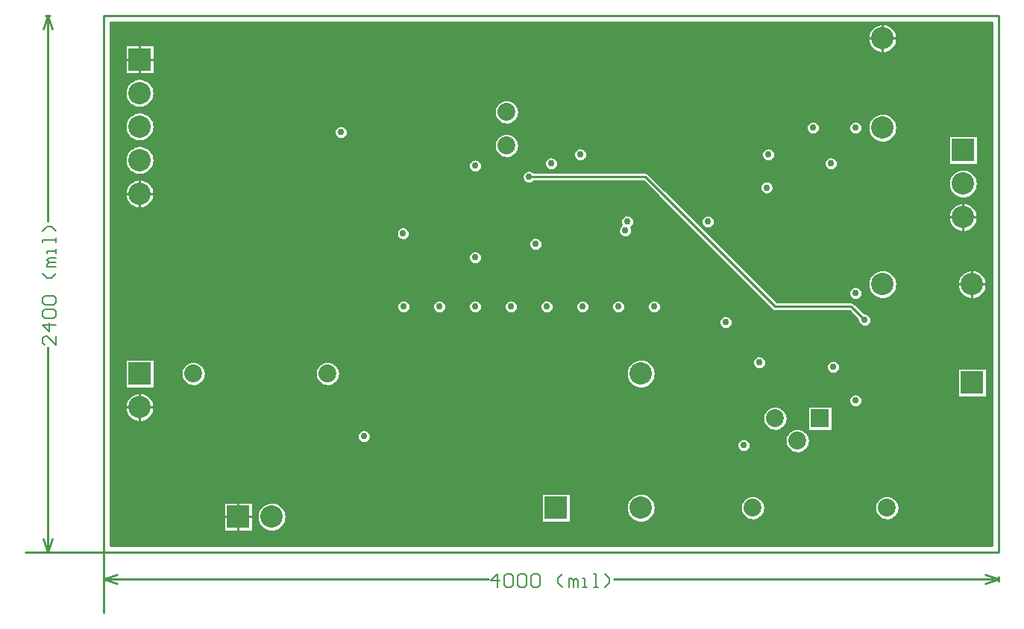
<source format=gbl>
%FSLAX42Y42*%
%MOMM*%
G71*
G01*
G75*
%ADD10C,0.25*%
%ADD11R,1.27X1.27*%
%ADD12R,1.52X1.78*%
%ADD13R,1.02X0.76*%
%ADD14R,0.76X1.02*%
%ADD15R,1.78X1.52*%
%ADD16R,1.78X1.27*%
%ADD17R,1.27X1.78*%
%ADD18R,1.52X0.61*%
%ADD19R,1.27X1.40*%
%ADD20R,0.61X1.52*%
%ADD21R,1.40X1.27*%
%ADD22C,0.13*%
%ADD23C,0.15*%
%ADD24C,0.76*%
%ADD25C,2.54*%
%ADD26C,2.03*%
%ADD27R,2.03X2.03*%
%ADD28R,2.54X2.54*%
%ADD29C,9.14*%
%ADD30C,0.51*%
D10*
X21305Y19228D02*
X21303Y19253D01*
X21298Y19278D01*
X21288Y19301D01*
X21275Y19323D01*
X21259Y19342D01*
X21240Y19359D01*
X21219Y19373D01*
X21196Y19383D01*
X21172Y19390D01*
X21147Y19393D01*
X21121Y19392D01*
X21097Y19387D01*
X21073Y19379D01*
X21051Y19367D01*
X21030Y19351D01*
X21013Y19333D01*
X20998Y19312D01*
X20987Y19290D01*
X20980Y19266D01*
X20976Y19241D01*
Y19215D01*
X20980Y19190D01*
X20987Y19166D01*
X20998Y19144D01*
X21013Y19123D01*
X21030Y19105D01*
X21051Y19089D01*
X21073Y19077D01*
X21097Y19069D01*
X21121Y19064D01*
X21147Y19063D01*
X21172Y19066D01*
X21196Y19073D01*
X21219Y19083D01*
X21240Y19097D01*
X21259Y19114D01*
X21275Y19133D01*
X21288Y19155D01*
X21298Y19178D01*
X21303Y19203D01*
X21305Y19228D01*
X22804Y17983D02*
X22802Y18009D01*
X22796Y18033D01*
X22787Y18057D01*
X22774Y18078D01*
X22758Y18098D01*
X22739Y18115D01*
X22718Y18128D01*
X22695Y18139D01*
X22670Y18145D01*
X22645Y18148D01*
X22620Y18147D01*
X22595Y18143D01*
X22571Y18134D01*
X22549Y18122D01*
X22529Y18107D01*
X22512Y18088D01*
X22497Y18068D01*
X22486Y18045D01*
X22478Y18021D01*
X22474Y17996D01*
Y17971D01*
X22478Y17946D01*
X22486Y17922D01*
X22497Y17899D01*
X22512Y17878D01*
X22529Y17860D01*
X22549Y17845D01*
X22571Y17833D01*
X22595Y17824D01*
X22620Y17819D01*
X22645Y17818D01*
X22670Y17821D01*
X22695Y17828D01*
X22718Y17838D01*
X22739Y17852D01*
X22758Y17869D01*
X22774Y17888D01*
X22787Y17910D01*
X22796Y17934D01*
X22802Y17958D01*
X22804Y17983D01*
X21890Y19609D02*
X21887Y19634D01*
X21881Y19658D01*
X21870Y19681D01*
X21855Y19701D01*
X21837Y19718D01*
X21816Y19732D01*
X21793Y19742D01*
X21769Y19747D01*
X21744Y19749D01*
X21719Y19745D01*
X21695Y19737D01*
X21673Y19726D01*
X21653Y19710D01*
X21637Y19691D01*
X21624Y19670D01*
X21615Y19646D01*
X21611Y19622D01*
Y19596D01*
X21615Y19572D01*
X21624Y19548D01*
X21637Y19527D01*
X21653Y19508D01*
X21673Y19492D01*
X21695Y19481D01*
X21719Y19473D01*
X21744Y19469D01*
X21769Y19471D01*
X21793Y19476D01*
X21816Y19486D01*
X21837Y19500D01*
X21855Y19517D01*
X21870Y19537D01*
X21881Y19560D01*
X21887Y19584D01*
X21890Y19609D01*
X23763Y18898D02*
X23759Y18923D01*
X23747Y18945D01*
X23728Y18962D01*
X23705Y18972D01*
X23680Y18974D01*
X23656Y18968D01*
X23635Y18954D01*
X23620Y18934D01*
X23611Y18910D01*
Y18885D01*
X23620Y18862D01*
X23635Y18842D01*
X23656Y18828D01*
X23680Y18822D01*
X23705Y18824D01*
X23728Y18834D01*
X23747Y18851D01*
X23759Y18873D01*
X23763Y18898D01*
X23414Y19609D02*
X23411Y19634D01*
X23405Y19658D01*
X23394Y19681D01*
X23379Y19701D01*
X23361Y19718D01*
X23340Y19732D01*
X23317Y19742D01*
X23293Y19747D01*
X23268Y19749D01*
X23243Y19745D01*
X23219Y19737D01*
X23197Y19726D01*
X23177Y19710D01*
X23161Y19691D01*
X23148Y19670D01*
X23139Y19646D01*
X23135Y19622D01*
Y19596D01*
X23139Y19572D01*
X23148Y19548D01*
X23161Y19527D01*
X23177Y19508D01*
X23197Y19492D01*
X23219Y19481D01*
X23243Y19473D01*
X23268Y19469D01*
X23293Y19471D01*
X23317Y19476D01*
X23340Y19486D01*
X23361Y19500D01*
X23379Y19517D01*
X23394Y19537D01*
X23405Y19560D01*
X23411Y19584D01*
X23414Y19609D01*
X21305Y21654D02*
X21303Y21679D01*
X21298Y21704D01*
X21288Y21727D01*
X21275Y21749D01*
X21259Y21768D01*
X21240Y21785D01*
X21219Y21799D01*
X21196Y21809D01*
X21172Y21816D01*
X21147Y21819D01*
X21121Y21818D01*
X21097Y21813D01*
X21073Y21804D01*
X21051Y21792D01*
X21030Y21777D01*
X21013Y21759D01*
X20998Y21738D01*
X20987Y21715D01*
X20980Y21691D01*
X20976Y21666D01*
Y21641D01*
X20980Y21616D01*
X20987Y21592D01*
X20998Y21569D01*
X21013Y21549D01*
X21030Y21530D01*
X21051Y21515D01*
X21073Y21503D01*
X21097Y21494D01*
X21121Y21490D01*
X21147Y21489D01*
X21172Y21492D01*
X21196Y21498D01*
X21219Y21509D01*
X21240Y21522D01*
X21259Y21539D01*
X21275Y21559D01*
X21288Y21580D01*
X21298Y21604D01*
X21303Y21628D01*
X21305Y21654D01*
Y22035D02*
X21303Y22060D01*
X21298Y22085D01*
X21288Y22108D01*
X21275Y22130D01*
X21259Y22149D01*
X21240Y22166D01*
X21219Y22180D01*
X21196Y22190D01*
X21172Y22197D01*
X21147Y22200D01*
X21121Y22199D01*
X21097Y22194D01*
X21073Y22185D01*
X21051Y22173D01*
X21030Y22158D01*
X21013Y22140D01*
X20998Y22119D01*
X20987Y22096D01*
X20980Y22072D01*
X20976Y22047D01*
Y22022D01*
X20980Y21997D01*
X20987Y21973D01*
X20998Y21950D01*
X21013Y21930D01*
X21030Y21911D01*
X21051Y21896D01*
X21073Y21884D01*
X21097Y21875D01*
X21121Y21871D01*
X21147Y21870D01*
X21172Y21873D01*
X21196Y21879D01*
X21219Y21890D01*
X21240Y21903D01*
X21259Y21920D01*
X21275Y21940D01*
X21288Y21961D01*
X21298Y21985D01*
X21303Y22009D01*
X21305Y22035D01*
X24214Y20371D02*
X24210Y20396D01*
X24198Y20418D01*
X24179Y20435D01*
X24156Y20445D01*
X24131Y20447D01*
X24107Y20441D01*
X24086Y20427D01*
X24070Y20407D01*
X24062Y20384D01*
Y20358D01*
X24070Y20335D01*
X24086Y20315D01*
X24107Y20301D01*
X24131Y20295D01*
X24156Y20297D01*
X24179Y20307D01*
X24198Y20324D01*
X24210Y20346D01*
X24214Y20371D01*
X24620D02*
X24616Y20396D01*
X24604Y20418D01*
X24586Y20435D01*
X24563Y20445D01*
X24538Y20447D01*
X24513Y20441D01*
X24492Y20427D01*
X24477Y20407D01*
X24469Y20384D01*
Y20358D01*
X24477Y20335D01*
X24492Y20315D01*
X24513Y20301D01*
X24538Y20295D01*
X24563Y20297D01*
X24586Y20307D01*
X24604Y20324D01*
X24616Y20346D01*
X24620Y20371D01*
X25027D02*
X25022Y20396D01*
X25010Y20418D01*
X24992Y20435D01*
X24969Y20445D01*
X24944Y20447D01*
X24920Y20441D01*
X24899Y20427D01*
X24883Y20407D01*
X24875Y20384D01*
Y20358D01*
X24883Y20335D01*
X24899Y20315D01*
X24920Y20301D01*
X24944Y20295D01*
X24969Y20297D01*
X24992Y20307D01*
X25010Y20324D01*
X25022Y20346D01*
X25027Y20371D01*
Y20930D02*
X25022Y20955D01*
X25010Y20977D01*
X24992Y20994D01*
X24969Y21004D01*
X24944Y21006D01*
X24920Y21000D01*
X24899Y20986D01*
X24883Y20966D01*
X24875Y20942D01*
Y20917D01*
X24883Y20894D01*
X24899Y20874D01*
X24920Y20860D01*
X24944Y20854D01*
X24969Y20856D01*
X24992Y20866D01*
X25010Y20883D01*
X25022Y20905D01*
X25027Y20930D01*
X24207Y21203D02*
X24203Y21228D01*
X24191Y21250D01*
X24173Y21267D01*
X24150Y21277D01*
X24125Y21279D01*
X24101Y21273D01*
X24080Y21259D01*
X24064Y21239D01*
X24056Y21215D01*
Y21190D01*
X24064Y21167D01*
X24080Y21147D01*
X24101Y21133D01*
X24125Y21127D01*
X24150Y21129D01*
X24173Y21139D01*
X24191Y21156D01*
X24203Y21178D01*
X24207Y21203D01*
X25027Y21971D02*
X25022Y21996D01*
X25010Y22018D01*
X24992Y22035D01*
X24969Y22045D01*
X24944Y22047D01*
X24920Y22041D01*
X24899Y22027D01*
X24883Y22007D01*
X24875Y21984D01*
Y21959D01*
X24883Y21935D01*
X24899Y21915D01*
X24920Y21901D01*
X24944Y21895D01*
X24969Y21897D01*
X24992Y21907D01*
X25010Y21924D01*
X25022Y21946D01*
X25027Y21971D01*
X21305Y22416D02*
X21303Y22441D01*
X21298Y22466D01*
X21288Y22489D01*
X21275Y22511D01*
X21259Y22530D01*
X21240Y22547D01*
X21219Y22561D01*
X21196Y22571D01*
X21172Y22578D01*
X21147Y22581D01*
X21121Y22580D01*
X21097Y22575D01*
X21073Y22566D01*
X21051Y22554D01*
X21030Y22539D01*
X21013Y22521D01*
X20998Y22500D01*
X20987Y22477D01*
X20980Y22453D01*
X20976Y22428D01*
Y22403D01*
X20980Y22378D01*
X20987Y22354D01*
X20998Y22331D01*
X21013Y22311D01*
X21030Y22292D01*
X21051Y22277D01*
X21073Y22265D01*
X21097Y22256D01*
X21121Y22252D01*
X21147Y22251D01*
X21172Y22254D01*
X21196Y22260D01*
X21219Y22271D01*
X21240Y22284D01*
X21259Y22301D01*
X21275Y22321D01*
X21288Y22342D01*
X21298Y22366D01*
X21303Y22390D01*
X21305Y22416D01*
Y22797D02*
X21303Y22822D01*
X21298Y22847D01*
X21288Y22870D01*
X21275Y22892D01*
X21259Y22911D01*
X21240Y22928D01*
X21219Y22942D01*
X21196Y22952D01*
X21172Y22959D01*
X21147Y22962D01*
X21121Y22961D01*
X21097Y22956D01*
X21073Y22947D01*
X21051Y22935D01*
X21030Y22920D01*
X21013Y22902D01*
X20998Y22881D01*
X20987Y22858D01*
X20980Y22834D01*
X20976Y22809D01*
Y22784D01*
X20980Y22759D01*
X20987Y22735D01*
X20998Y22712D01*
X21013Y22692D01*
X21030Y22673D01*
X21051Y22658D01*
X21073Y22646D01*
X21097Y22637D01*
X21121Y22633D01*
X21147Y22632D01*
X21172Y22635D01*
X21196Y22641D01*
X21219Y22652D01*
X21240Y22665D01*
X21259Y22682D01*
X21275Y22702D01*
X21288Y22723D01*
X21298Y22747D01*
X21303Y22771D01*
X21305Y22797D01*
X23503Y22352D02*
X23498Y22377D01*
X23486Y22399D01*
X23468Y22416D01*
X23445Y22426D01*
X23420Y22428D01*
X23396Y22422D01*
X23375Y22408D01*
X23359Y22388D01*
X23351Y22365D01*
Y22340D01*
X23359Y22316D01*
X23375Y22296D01*
X23396Y22282D01*
X23420Y22276D01*
X23445Y22278D01*
X23468Y22288D01*
X23486Y22305D01*
X23498Y22327D01*
X23503Y22352D01*
X25433Y20371D02*
X25429Y20396D01*
X25417Y20418D01*
X25398Y20435D01*
X25375Y20445D01*
X25350Y20447D01*
X25326Y20441D01*
X25305Y20427D01*
X25290Y20407D01*
X25282Y20384D01*
Y20358D01*
X25290Y20335D01*
X25305Y20315D01*
X25326Y20301D01*
X25350Y20295D01*
X25375Y20297D01*
X25398Y20307D01*
X25417Y20324D01*
X25429Y20346D01*
X25433Y20371D01*
X25839D02*
X25835Y20396D01*
X25823Y20418D01*
X25805Y20435D01*
X25782Y20445D01*
X25757Y20447D01*
X25732Y20441D01*
X25711Y20427D01*
X25696Y20407D01*
X25688Y20384D01*
Y20358D01*
X25696Y20335D01*
X25711Y20315D01*
X25732Y20301D01*
X25757Y20295D01*
X25782Y20297D01*
X25805Y20307D01*
X25823Y20324D01*
X25835Y20346D01*
X25839Y20371D01*
X26246D02*
X26242Y20396D01*
X26230Y20418D01*
X26211Y20435D01*
X26188Y20445D01*
X26163Y20447D01*
X26139Y20441D01*
X26118Y20427D01*
X26102Y20407D01*
X26094Y20384D01*
Y20358D01*
X26102Y20335D01*
X26118Y20315D01*
X26139Y20301D01*
X26163Y20295D01*
X26188Y20297D01*
X26211Y20307D01*
X26230Y20324D01*
X26242Y20346D01*
X26246Y20371D01*
X25712Y21082D02*
X25708Y21107D01*
X25696Y21129D01*
X25678Y21146D01*
X25655Y21156D01*
X25630Y21158D01*
X25605Y21152D01*
X25584Y21138D01*
X25569Y21118D01*
X25561Y21095D01*
Y21070D01*
X25569Y21046D01*
X25584Y21026D01*
X25605Y21012D01*
X25630Y21006D01*
X25655Y21008D01*
X25678Y21018D01*
X25696Y21035D01*
X25708Y21057D01*
X25712Y21082D01*
X25617Y21895D02*
X25596Y21911D01*
X25571Y21920D01*
X25545Y21919D01*
X25521Y21910D01*
X25501Y21893D01*
X25488Y21870D01*
X25484Y21844D01*
X25488Y21818D01*
X25501Y21796D01*
X25521Y21779D01*
X25545Y21769D01*
X25571Y21769D01*
X25596Y21777D01*
X25617Y21793D01*
X25446Y22200D02*
X25443Y22225D01*
X25437Y22249D01*
X25426Y22271D01*
X25411Y22292D01*
X25393Y22309D01*
X25372Y22323D01*
X25349Y22333D01*
X25325Y22338D01*
X25300Y22339D01*
X25275Y22336D01*
X25251Y22328D01*
X25229Y22316D01*
X25209Y22301D01*
X25193Y22282D01*
X25180Y22260D01*
X25171Y22237D01*
X25167Y22212D01*
Y22187D01*
X25171Y22163D01*
X25180Y22139D01*
X25193Y22118D01*
X25209Y22099D01*
X25229Y22083D01*
X25251Y22071D01*
X25275Y22064D01*
X25300Y22060D01*
X25325Y22061D01*
X25349Y22067D01*
X25372Y22077D01*
X25393Y22091D01*
X25411Y22108D01*
X25426Y22128D01*
X25437Y22151D01*
X25443Y22175D01*
X25446Y22200D01*
Y22581D02*
X25443Y22606D01*
X25437Y22630D01*
X25426Y22652D01*
X25411Y22673D01*
X25393Y22690D01*
X25372Y22704D01*
X25349Y22714D01*
X25325Y22719D01*
X25300Y22720D01*
X25275Y22717D01*
X25251Y22709D01*
X25229Y22697D01*
X25209Y22682D01*
X25193Y22663D01*
X25180Y22641D01*
X25171Y22618D01*
X25167Y22593D01*
Y22568D01*
X25171Y22544D01*
X25180Y22520D01*
X25193Y22499D01*
X25209Y22480D01*
X25229Y22464D01*
X25251Y22452D01*
X25275Y22445D01*
X25300Y22441D01*
X25325Y22442D01*
X25349Y22448D01*
X25372Y22458D01*
X25393Y22472D01*
X25411Y22489D01*
X25426Y22509D01*
X25437Y22532D01*
X25443Y22556D01*
X25446Y22581D01*
X25890Y21997D02*
X25886Y22021D01*
X25874Y22043D01*
X25856Y22060D01*
X25833Y22070D01*
X25808Y22073D01*
X25783Y22066D01*
X25762Y22053D01*
X25747Y22033D01*
X25739Y22009D01*
Y21984D01*
X25747Y21960D01*
X25762Y21941D01*
X25783Y21927D01*
X25808Y21921D01*
X25833Y21923D01*
X25856Y21933D01*
X25874Y21950D01*
X25886Y21972D01*
X25890Y21997D01*
X26220Y22098D02*
X26216Y22123D01*
X26204Y22145D01*
X26186Y22162D01*
X26163Y22172D01*
X26138Y22174D01*
X26113Y22168D01*
X26092Y22154D01*
X26077Y22134D01*
X26069Y22111D01*
Y22086D01*
X26077Y22062D01*
X26092Y22042D01*
X26113Y22028D01*
X26138Y22022D01*
X26163Y22024D01*
X26186Y22034D01*
X26204Y22051D01*
X26216Y22073D01*
X26220Y22098D01*
X26995Y18085D02*
X26993Y18110D01*
X26987Y18135D01*
X26978Y18158D01*
X26965Y18180D01*
X26949Y18199D01*
X26930Y18216D01*
X26909Y18230D01*
X26886Y18240D01*
X26861Y18247D01*
X26836Y18250D01*
X26811Y18249D01*
X26786Y18244D01*
X26762Y18236D01*
X26740Y18224D01*
X26720Y18208D01*
X26703Y18190D01*
X26688Y18169D01*
X26677Y18147D01*
X26669Y18123D01*
X26665Y18098D01*
Y18072D01*
X26669Y18047D01*
X26677Y18023D01*
X26688Y18001D01*
X26703Y17980D01*
X26720Y17962D01*
X26740Y17946D01*
X26762Y17934D01*
X26786Y17926D01*
X26811Y17921D01*
X26836Y17920D01*
X26861Y17923D01*
X26886Y17930D01*
X26909Y17940D01*
X26930Y17954D01*
X26949Y17971D01*
X26965Y17990D01*
X26978Y18012D01*
X26987Y18035D01*
X26993Y18060D01*
X26995Y18085D01*
X28240D02*
X28237Y18110D01*
X28231Y18134D01*
X28220Y18157D01*
X28205Y18177D01*
X28187Y18194D01*
X28166Y18208D01*
X28143Y18218D01*
X28119Y18223D01*
X28094Y18225D01*
X28069Y18221D01*
X28045Y18213D01*
X28023Y18202D01*
X28003Y18186D01*
X27987Y18167D01*
X27974Y18146D01*
X27965Y18122D01*
X27961Y18098D01*
Y18072D01*
X27965Y18048D01*
X27974Y18024D01*
X27987Y18003D01*
X28003Y17984D01*
X28023Y17968D01*
X28045Y17957D01*
X28069Y17949D01*
X28094Y17945D01*
X28119Y17947D01*
X28143Y17952D01*
X28166Y17962D01*
X28187Y17976D01*
X28205Y17993D01*
X28220Y18013D01*
X28231Y18036D01*
X28237Y18060D01*
X28240Y18085D01*
X26995Y19609D02*
X26993Y19634D01*
X26987Y19659D01*
X26978Y19682D01*
X26965Y19704D01*
X26949Y19723D01*
X26930Y19740D01*
X26909Y19754D01*
X26886Y19764D01*
X26861Y19771D01*
X26836Y19774D01*
X26811Y19773D01*
X26786Y19768D01*
X26762Y19760D01*
X26740Y19748D01*
X26720Y19732D01*
X26703Y19714D01*
X26688Y19693D01*
X26677Y19671D01*
X26669Y19647D01*
X26665Y19622D01*
Y19596D01*
X26669Y19571D01*
X26677Y19547D01*
X26688Y19525D01*
X26703Y19504D01*
X26720Y19486D01*
X26740Y19470D01*
X26762Y19458D01*
X26786Y19450D01*
X26811Y19445D01*
X26836Y19444D01*
X26861Y19447D01*
X26886Y19454D01*
X26909Y19464D01*
X26930Y19478D01*
X26949Y19495D01*
X26965Y19514D01*
X26978Y19536D01*
X26987Y19559D01*
X26993Y19584D01*
X26995Y19609D01*
X27871Y20193D02*
X27867Y20218D01*
X27855Y20240D01*
X27837Y20257D01*
X27814Y20267D01*
X27789Y20269D01*
X27764Y20263D01*
X27743Y20249D01*
X27728Y20229D01*
X27720Y20206D01*
Y20181D01*
X27728Y20157D01*
X27743Y20137D01*
X27764Y20123D01*
X27789Y20117D01*
X27814Y20119D01*
X27837Y20129D01*
X27855Y20146D01*
X27867Y20168D01*
X27871Y20193D01*
X28075Y18796D02*
X28070Y18821D01*
X28058Y18843D01*
X28040Y18860D01*
X28017Y18870D01*
X27992Y18872D01*
X27968Y18866D01*
X27947Y18852D01*
X27931Y18832D01*
X27923Y18809D01*
Y18784D01*
X27931Y18760D01*
X27947Y18740D01*
X27968Y18726D01*
X27992Y18720D01*
X28017Y18722D01*
X28040Y18732D01*
X28058Y18749D01*
X28070Y18771D01*
X28075Y18796D01*
X28252Y19736D02*
X28248Y19761D01*
X28236Y19783D01*
X28218Y19800D01*
X28195Y19810D01*
X28170Y19812D01*
X28145Y19806D01*
X28124Y19792D01*
X28109Y19772D01*
X28101Y19749D01*
Y19723D01*
X28109Y19700D01*
X28124Y19680D01*
X28145Y19666D01*
X28170Y19660D01*
X28195Y19662D01*
X28218Y19672D01*
X28236Y19689D01*
X28248Y19711D01*
X28252Y19736D01*
X28494Y19101D02*
X28491Y19126D01*
X28485Y19150D01*
X28474Y19173D01*
X28459Y19193D01*
X28441Y19210D01*
X28420Y19224D01*
X28397Y19234D01*
X28373Y19239D01*
X28348Y19241D01*
X28323Y19237D01*
X28299Y19229D01*
X28277Y19218D01*
X28257Y19202D01*
X28241Y19183D01*
X28228Y19162D01*
X28219Y19138D01*
X28215Y19114D01*
Y19088D01*
X28219Y19064D01*
X28228Y19040D01*
X28241Y19019D01*
X28257Y19000D01*
X28277Y18984D01*
X28299Y18973D01*
X28323Y18965D01*
X28348Y18961D01*
X28373Y18963D01*
X28397Y18968D01*
X28420Y18978D01*
X28441Y18992D01*
X28459Y19009D01*
X28474Y19029D01*
X28485Y19052D01*
X28491Y19076D01*
X28494Y19101D01*
X28748Y18847D02*
X28745Y18872D01*
X28739Y18896D01*
X28728Y18919D01*
X28713Y18939D01*
X28695Y18956D01*
X28674Y18970D01*
X28651Y18980D01*
X28627Y18985D01*
X28602Y18987D01*
X28577Y18983D01*
X28553Y18975D01*
X28531Y18964D01*
X28511Y18948D01*
X28495Y18929D01*
X28482Y18908D01*
X28473Y18884D01*
X28469Y18860D01*
Y18834D01*
X28473Y18810D01*
X28482Y18786D01*
X28495Y18765D01*
X28511Y18746D01*
X28531Y18730D01*
X28553Y18719D01*
X28577Y18711D01*
X28602Y18707D01*
X28627Y18709D01*
X28651Y18714D01*
X28674Y18724D01*
X28695Y18738D01*
X28713Y18755D01*
X28728Y18775D01*
X28739Y18798D01*
X28745Y18822D01*
X28748Y18847D01*
X26652Y20371D02*
X26648Y20396D01*
X26636Y20418D01*
X26618Y20435D01*
X26595Y20445D01*
X26570Y20447D01*
X26545Y20441D01*
X26524Y20427D01*
X26509Y20407D01*
X26501Y20384D01*
Y20358D01*
X26509Y20335D01*
X26524Y20315D01*
X26545Y20301D01*
X26570Y20295D01*
X26595Y20297D01*
X26618Y20307D01*
X26636Y20324D01*
X26648Y20346D01*
X26652Y20371D01*
X27059D02*
X27054Y20396D01*
X27042Y20418D01*
X27024Y20435D01*
X27001Y20445D01*
X26976Y20447D01*
X26952Y20441D01*
X26931Y20427D01*
X26915Y20407D01*
X26907Y20384D01*
Y20358D01*
X26915Y20335D01*
X26931Y20315D01*
X26952Y20301D01*
X26976Y20295D01*
X27001Y20297D01*
X27024Y20307D01*
X27042Y20324D01*
X27054Y20346D01*
X27059Y20371D01*
X28318Y20335D02*
X28334Y20324D01*
X28354Y20320D01*
X28318Y20335D02*
X28334Y20324D01*
X28354Y20320D01*
X29764Y18085D02*
X29761Y18110D01*
X29755Y18134D01*
X29744Y18157D01*
X29729Y18177D01*
X29711Y18194D01*
X29690Y18208D01*
X29667Y18218D01*
X29643Y18223D01*
X29618Y18225D01*
X29593Y18221D01*
X29569Y18213D01*
X29547Y18202D01*
X29527Y18186D01*
X29511Y18167D01*
X29498Y18146D01*
X29489Y18122D01*
X29485Y18098D01*
Y18072D01*
X29489Y18048D01*
X29498Y18024D01*
X29511Y18003D01*
X29527Y17984D01*
X29547Y17968D01*
X29569Y17957D01*
X29593Y17949D01*
X29618Y17945D01*
X29643Y17947D01*
X29667Y17952D01*
X29690Y17962D01*
X29711Y17976D01*
X29729Y17993D01*
X29744Y18013D01*
X29755Y18036D01*
X29761Y18060D01*
X29764Y18085D01*
X29345Y19304D02*
X29340Y19329D01*
X29328Y19351D01*
X29310Y19368D01*
X29287Y19378D01*
X29262Y19380D01*
X29238Y19374D01*
X29217Y19360D01*
X29201Y19340D01*
X29193Y19317D01*
Y19292D01*
X29201Y19268D01*
X29217Y19248D01*
X29238Y19234D01*
X29262Y19228D01*
X29287Y19230D01*
X29310Y19240D01*
X29328Y19257D01*
X29340Y19279D01*
X29345Y19304D01*
X29091Y19685D02*
X29086Y19710D01*
X29074Y19732D01*
X29056Y19749D01*
X29033Y19759D01*
X29008Y19761D01*
X28984Y19755D01*
X28963Y19741D01*
X28947Y19721D01*
X28939Y19698D01*
Y19673D01*
X28947Y19649D01*
X28963Y19629D01*
X28984Y19615D01*
X29008Y19609D01*
X29033Y19611D01*
X29056Y19621D01*
X29074Y19638D01*
X29086Y19660D01*
X29091Y19685D01*
X29253Y20407D02*
X29237Y20418D01*
X29218Y20422D01*
X29254Y20407D02*
X29237Y20418D01*
X29218Y20422D01*
X29294Y20223D02*
X29296Y20199D01*
X29306Y20177D01*
X29323Y20159D01*
X29344Y20147D01*
X29368Y20142D01*
X29392Y20146D01*
X29414Y20156D01*
X29431Y20173D01*
X29442Y20195D01*
X29446Y20219D01*
X29442Y20243D01*
X29431Y20265D01*
X29413Y20282D01*
X29390Y20292D01*
X29366Y20295D01*
X26611Y21299D02*
X26592Y21281D01*
X26580Y21258D01*
X26576Y21232D01*
X26581Y21206D01*
X26595Y21184D01*
X26615Y21168D01*
X26640Y21159D01*
X26666Y21160D01*
X26691Y21169D01*
X26711Y21186D01*
X26724Y21209D01*
X26728Y21235D01*
X26726Y21254D01*
X26719Y21272D01*
X26737Y21289D01*
X26749Y21311D01*
X26754Y21336D01*
X26750Y21361D01*
X26738Y21383D01*
X26719Y21400D01*
X26696Y21410D01*
X26671Y21412D01*
X26646Y21406D01*
X26625Y21392D01*
X26610Y21372D01*
X26602Y21348D01*
X26603Y21323D01*
X26611Y21299D01*
X27668Y21336D02*
X27664Y21361D01*
X27652Y21383D01*
X27634Y21400D01*
X27611Y21410D01*
X27586Y21412D01*
X27561Y21406D01*
X27540Y21392D01*
X27525Y21372D01*
X27517Y21349D01*
Y21324D01*
X27525Y21300D01*
X27540Y21280D01*
X27561Y21266D01*
X27586Y21260D01*
X27611Y21262D01*
X27634Y21272D01*
X27652Y21289D01*
X27664Y21311D01*
X27668Y21336D01*
X26917Y21880D02*
X26900Y21891D01*
X26881Y21895D01*
X26917Y21880D02*
X26900Y21891D01*
X26881Y21895D01*
X29345Y20523D02*
X29340Y20548D01*
X29328Y20570D01*
X29310Y20587D01*
X29287Y20597D01*
X29262Y20599D01*
X29238Y20593D01*
X29217Y20579D01*
X29201Y20560D01*
X29193Y20536D01*
Y20511D01*
X29201Y20487D01*
X29217Y20467D01*
X29238Y20454D01*
X29262Y20447D01*
X29287Y20450D01*
X29310Y20460D01*
X29328Y20477D01*
X29340Y20499D01*
X29345Y20523D01*
X28335Y21724D02*
X28331Y21748D01*
X28319Y21770D01*
X28300Y21787D01*
X28277Y21797D01*
X28252Y21799D01*
X28228Y21793D01*
X28207Y21780D01*
X28192Y21760D01*
X28183Y21736D01*
Y21711D01*
X28192Y21687D01*
X28207Y21667D01*
X28228Y21654D01*
X28252Y21648D01*
X28277Y21650D01*
X28300Y21660D01*
X28319Y21677D01*
X28331Y21699D01*
X28335Y21724D01*
X28354Y22098D02*
X28350Y22123D01*
X28338Y22145D01*
X28319Y22162D01*
X28296Y22172D01*
X28271Y22174D01*
X28247Y22168D01*
X28226Y22154D01*
X28211Y22134D01*
X28203Y22111D01*
Y22086D01*
X28211Y22062D01*
X28226Y22042D01*
X28247Y22028D01*
X28271Y22022D01*
X28296Y22024D01*
X28319Y22034D01*
X28338Y22051D01*
X28350Y22073D01*
X28354Y22098D01*
X29065Y21997D02*
X29061Y22021D01*
X29049Y22043D01*
X29031Y22060D01*
X29008Y22070D01*
X28983Y22073D01*
X28958Y22066D01*
X28937Y22053D01*
X28922Y22033D01*
X28914Y22009D01*
Y21984D01*
X28922Y21960D01*
X28937Y21941D01*
X28958Y21927D01*
X28983Y21921D01*
X29008Y21923D01*
X29031Y21933D01*
X29049Y21950D01*
X29061Y21972D01*
X29065Y21997D01*
X28862Y22403D02*
X28858Y22428D01*
X28846Y22450D01*
X28827Y22467D01*
X28804Y22477D01*
X28779Y22479D01*
X28755Y22473D01*
X28734Y22459D01*
X28719Y22439D01*
X28711Y22416D01*
Y22390D01*
X28719Y22367D01*
X28734Y22347D01*
X28755Y22333D01*
X28779Y22327D01*
X28804Y22329D01*
X28827Y22339D01*
X28846Y22356D01*
X28858Y22378D01*
X28862Y22403D01*
X29345D02*
X29340Y22428D01*
X29328Y22450D01*
X29310Y22467D01*
X29287Y22477D01*
X29262Y22479D01*
X29238Y22473D01*
X29217Y22459D01*
X29201Y22439D01*
X29193Y22416D01*
Y22390D01*
X29201Y22367D01*
X29217Y22347D01*
X29238Y22333D01*
X29262Y22327D01*
X29287Y22329D01*
X29310Y22339D01*
X29328Y22356D01*
X29340Y22378D01*
X29345Y22403D01*
X29738Y20625D02*
X29736Y20650D01*
X29731Y20675D01*
X29721Y20698D01*
X29708Y20720D01*
X29692Y20739D01*
X29673Y20756D01*
X29652Y20770D01*
X29629Y20780D01*
X29605Y20787D01*
X29579Y20790D01*
X29554Y20789D01*
X29529Y20784D01*
X29506Y20776D01*
X29483Y20764D01*
X29463Y20748D01*
X29446Y20730D01*
X29431Y20709D01*
X29420Y20687D01*
X29412Y20663D01*
X29408Y20638D01*
Y20612D01*
X29412Y20587D01*
X29420Y20563D01*
X29431Y20541D01*
X29446Y20520D01*
X29463Y20502D01*
X29483Y20486D01*
X29506Y20474D01*
X29529Y20466D01*
X29554Y20461D01*
X29579Y20460D01*
X29605Y20463D01*
X29629Y20470D01*
X29652Y20480D01*
X29673Y20494D01*
X29692Y20511D01*
X29708Y20530D01*
X29721Y20552D01*
X29731Y20575D01*
X29736Y20600D01*
X29738Y20625D01*
X30653Y21387D02*
X30651Y21412D01*
X30645Y21437D01*
X30635Y21460D01*
X30623Y21482D01*
X30606Y21501D01*
X30588Y21518D01*
X30566Y21532D01*
X30543Y21542D01*
X30519Y21549D01*
X30494Y21552D01*
X30469Y21551D01*
X30444Y21546D01*
X30420Y21538D01*
X30398Y21526D01*
X30378Y21510D01*
X30360Y21492D01*
X30346Y21471D01*
X30334Y21449D01*
X30327Y21425D01*
X30323Y21400D01*
Y21374D01*
X30327Y21349D01*
X30334Y21325D01*
X30346Y21303D01*
X30360Y21282D01*
X30378Y21264D01*
X30398Y21248D01*
X30420Y21236D01*
X30444Y21228D01*
X30469Y21223D01*
X30494Y21222D01*
X30519Y21225D01*
X30543Y21232D01*
X30566Y21242D01*
X30588Y21256D01*
X30606Y21273D01*
X30623Y21292D01*
X30635Y21314D01*
X30645Y21337D01*
X30651Y21362D01*
X30653Y21387D01*
X30754Y20625D02*
X30752Y20650D01*
X30747Y20675D01*
X30737Y20698D01*
X30724Y20720D01*
X30708Y20739D01*
X30689Y20756D01*
X30668Y20770D01*
X30645Y20780D01*
X30621Y20787D01*
X30595Y20790D01*
X30570Y20789D01*
X30545Y20784D01*
X30522Y20776D01*
X30499Y20764D01*
X30479Y20748D01*
X30462Y20730D01*
X30447Y20709D01*
X30436Y20687D01*
X30428Y20663D01*
X30424Y20638D01*
Y20612D01*
X30428Y20587D01*
X30436Y20563D01*
X30447Y20541D01*
X30462Y20520D01*
X30479Y20502D01*
X30499Y20486D01*
X30522Y20474D01*
X30545Y20466D01*
X30570Y20461D01*
X30595Y20460D01*
X30621Y20463D01*
X30645Y20470D01*
X30668Y20480D01*
X30689Y20494D01*
X30708Y20511D01*
X30724Y20530D01*
X30737Y20552D01*
X30747Y20575D01*
X30752Y20600D01*
X30754Y20625D01*
X29738Y22403D02*
X29736Y22428D01*
X29731Y22453D01*
X29721Y22476D01*
X29708Y22498D01*
X29692Y22517D01*
X29673Y22534D01*
X29652Y22548D01*
X29629Y22558D01*
X29605Y22565D01*
X29579Y22568D01*
X29554Y22567D01*
X29529Y22562D01*
X29506Y22554D01*
X29483Y22542D01*
X29463Y22526D01*
X29446Y22508D01*
X29431Y22487D01*
X29420Y22465D01*
X29412Y22441D01*
X29408Y22416D01*
Y22390D01*
X29412Y22365D01*
X29420Y22341D01*
X29431Y22319D01*
X29446Y22298D01*
X29463Y22280D01*
X29483Y22264D01*
X29506Y22252D01*
X29529Y22244D01*
X29554Y22239D01*
X29579Y22238D01*
X29605Y22241D01*
X29629Y22248D01*
X29652Y22258D01*
X29673Y22272D01*
X29692Y22289D01*
X29708Y22308D01*
X29721Y22330D01*
X29731Y22353D01*
X29736Y22378D01*
X29738Y22403D01*
Y23419D02*
X29736Y23444D01*
X29731Y23469D01*
X29721Y23492D01*
X29708Y23514D01*
X29692Y23533D01*
X29673Y23550D01*
X29652Y23564D01*
X29629Y23574D01*
X29605Y23581D01*
X29579Y23584D01*
X29554Y23583D01*
X29529Y23578D01*
X29506Y23570D01*
X29483Y23558D01*
X29463Y23542D01*
X29446Y23524D01*
X29431Y23503D01*
X29420Y23481D01*
X29412Y23457D01*
X29408Y23432D01*
Y23406D01*
X29412Y23381D01*
X29420Y23357D01*
X29431Y23335D01*
X29446Y23314D01*
X29463Y23296D01*
X29483Y23280D01*
X29506Y23268D01*
X29529Y23260D01*
X29554Y23255D01*
X29579Y23254D01*
X29605Y23257D01*
X29629Y23264D01*
X29652Y23274D01*
X29673Y23288D01*
X29692Y23305D01*
X29708Y23324D01*
X29721Y23346D01*
X29731Y23369D01*
X29736Y23394D01*
X29738Y23419D01*
X30653Y21768D02*
X30651Y21793D01*
X30645Y21818D01*
X30635Y21841D01*
X30623Y21863D01*
X30606Y21882D01*
X30588Y21899D01*
X30566Y21913D01*
X30543Y21923D01*
X30519Y21930D01*
X30494Y21933D01*
X30469Y21932D01*
X30444Y21927D01*
X30420Y21919D01*
X30398Y21907D01*
X30378Y21891D01*
X30360Y21873D01*
X30346Y21852D01*
X30334Y21830D01*
X30327Y21806D01*
X30323Y21781D01*
Y21755D01*
X30327Y21730D01*
X30334Y21706D01*
X30346Y21684D01*
X30360Y21663D01*
X30378Y21645D01*
X30398Y21629D01*
X30420Y21617D01*
X30444Y21609D01*
X30469Y21604D01*
X30494Y21603D01*
X30519Y21606D01*
X30543Y21613D01*
X30566Y21623D01*
X30588Y21637D01*
X30606Y21654D01*
X30623Y21673D01*
X30635Y21695D01*
X30645Y21718D01*
X30651Y21743D01*
X30653Y21768D01*
X25560Y21844D02*
X26881D01*
X28354Y20371D01*
X29218D02*
X29370Y20219D01*
X28354Y20371D02*
X29218D01*
X21064Y17653D02*
Y19082D01*
X21051Y17653D02*
Y19089D01*
X21077Y17653D02*
Y19076D01*
X21090Y17653D02*
Y19071D01*
X21102Y17653D02*
Y19067D01*
X20810Y19076D02*
X21077D01*
X21115Y17653D02*
Y19065D01*
X20810Y19063D02*
X21140D01*
X21128Y17653D02*
Y19063D01*
X21140Y17653D02*
Y19063D01*
X21153Y17653D02*
Y19063D01*
X21166Y17653D02*
Y19065D01*
X21178Y17653D02*
Y19067D01*
X21191Y17653D02*
Y19071D01*
X21204Y17653D02*
Y19076D01*
X21217Y17653D02*
Y19082D01*
X20988Y17653D02*
Y19164D01*
X20975Y17653D02*
Y19228D01*
X20810Y19088D02*
X21052D01*
X20810Y19101D02*
X21035D01*
X20810Y19139D02*
X21001D01*
X20810Y19152D02*
X20994D01*
X20810Y19114D02*
X21021D01*
X20810Y19126D02*
X21010D01*
X21013Y17653D02*
Y19123D01*
X21001Y17653D02*
Y19140D01*
X21039Y17653D02*
Y19098D01*
X21026Y17653D02*
Y19109D01*
X21229Y17653D02*
Y19089D01*
X21140Y19076D02*
Y19228D01*
X21242Y17653D02*
Y19098D01*
X21255Y17653D02*
Y19109D01*
X20810Y17818D02*
X22093D01*
X20810Y17831D02*
X22093D01*
X20810Y17844D02*
X22093D01*
X20810Y17856D02*
X22093D01*
X20810Y17869D02*
X22093D01*
X20810Y17882D02*
X22093D01*
X20810Y17894D02*
X22093D01*
X20810Y17907D02*
X22093D01*
X20810Y17920D02*
X22093D01*
X20810Y17933D02*
X22093D01*
X20810Y17945D02*
X22093D01*
X20810Y17958D02*
X22093D01*
X20810Y17971D02*
X22093D01*
X20810Y17983D02*
X22093D01*
X20810Y17996D02*
X22093D01*
X20810Y18009D02*
X22093D01*
X20810Y18021D02*
X22093D01*
X20810Y18034D02*
X22093D01*
X20810Y18047D02*
X22093D01*
X20810Y18060D02*
X22093D01*
X20810Y18072D02*
X22093D01*
X20810Y18085D02*
X22093D01*
X20810Y18098D02*
X22093D01*
X20810Y18110D02*
X22093D01*
X21267Y17653D02*
Y19123D01*
X21280Y17653D02*
Y19140D01*
X21293Y17653D02*
Y19164D01*
X21305Y17653D02*
Y19228D01*
X20810Y18123D02*
X22093D01*
X20810Y18136D02*
X22093D01*
X20810Y18148D02*
X22093D01*
X20810Y19190D02*
X20980D01*
X20810Y19203D02*
X20977D01*
X20810Y19164D02*
X20988D01*
X20810Y19177D02*
X20983D01*
X20810Y19215D02*
X20976D01*
X20810Y19228D02*
X20975D01*
X20810Y19241D02*
X20976D01*
X20810Y19253D02*
X20977D01*
X20810Y19266D02*
X20980D01*
X20810Y19279D02*
X20983D01*
X20810Y19291D02*
X20988D01*
X20810Y19304D02*
X20994D01*
X20810Y19317D02*
X21001D01*
X20810Y19330D02*
X21010D01*
X20810Y19342D02*
X21021D01*
X20810Y19355D02*
X21035D01*
X20810Y19444D02*
X20975D01*
X20810Y19457D02*
X20975D01*
X20810Y19469D02*
X20975D01*
X20810Y19482D02*
X20975D01*
X20810Y19495D02*
X20975D01*
X20810Y19507D02*
X20975D01*
X20810Y19520D02*
X20975D01*
X20810Y19533D02*
X20975D01*
Y19228D02*
Y19444D01*
X20988Y19291D02*
Y19444D01*
X21001Y19316D02*
Y19444D01*
X21013Y19333D02*
Y19444D01*
X21026Y19347D02*
Y19444D01*
X20810Y19545D02*
X20975D01*
X21039Y19358D02*
Y19444D01*
X21051Y19367D02*
Y19444D01*
X20810Y19368D02*
X21052D01*
X21064Y19374D02*
Y19444D01*
X20988Y19228D02*
X21140D01*
X20810Y19380D02*
X21077D01*
Y19444D01*
X21090Y19385D02*
Y19444D01*
X20810Y19393D02*
X21140D01*
X21102Y19389D02*
Y19444D01*
X21115Y19391D02*
Y19444D01*
X21128Y19393D02*
Y19444D01*
X21140Y19228D02*
X21293D01*
X21140D02*
Y19380D01*
Y19393D02*
Y19444D01*
X21153Y19393D02*
Y19444D01*
X21166Y19391D02*
Y19444D01*
X21178Y19389D02*
Y19444D01*
X21217Y19374D02*
Y19444D01*
X21229Y19367D02*
Y19444D01*
X21242Y19358D02*
Y19444D01*
X21255Y19347D02*
Y19444D01*
X21191Y19385D02*
Y19444D01*
X21204Y19380D02*
Y19444D01*
X20975D02*
X21305D01*
X20975D02*
X21305D01*
X21267Y19333D02*
Y19444D01*
X21280Y19316D02*
Y19444D01*
X21293Y19291D02*
Y19444D01*
X21305Y19228D02*
Y19444D01*
Y19507D02*
X21654D01*
X21305Y19520D02*
X21642D01*
X21305Y19469D02*
X21750D01*
X21305Y19482D02*
X21692D01*
X21305Y19495D02*
X21670D01*
X21737Y17653D02*
Y19470D01*
X21750Y17653D02*
Y19469D01*
X22093Y17653D02*
Y17818D01*
X21763Y17653D02*
Y19470D01*
X22106Y17653D02*
Y17818D01*
X22118Y17653D02*
Y17818D01*
X22131Y17653D02*
Y17818D01*
X22144Y17653D02*
Y17818D01*
X22156Y17653D02*
Y17818D01*
X22169Y17653D02*
Y17818D01*
X22182Y17653D02*
Y17818D01*
X22194Y17653D02*
Y17818D01*
X22207Y17653D02*
Y17818D01*
X22220Y17653D02*
Y17818D01*
X22233Y17653D02*
Y17818D01*
X22245Y17653D02*
Y17818D01*
X21648Y17653D02*
Y19513D01*
X21636Y17653D02*
Y19529D01*
X21674Y17653D02*
Y19492D01*
X21661Y17653D02*
Y19501D01*
X21686Y17653D02*
Y19485D01*
X21699Y17653D02*
Y19479D01*
X21712Y17653D02*
Y19475D01*
X21725Y17653D02*
Y19472D01*
X21775Y17653D02*
Y19472D01*
X21788Y17653D02*
Y19475D01*
X21801Y17653D02*
Y19479D01*
X21813Y17653D02*
Y19485D01*
X21826Y17653D02*
Y19492D01*
X21839Y17653D02*
Y19501D01*
X21852Y17653D02*
Y19513D01*
X21864Y17653D02*
Y19529D01*
X22258Y17653D02*
Y17818D01*
X22271Y17653D02*
Y17818D01*
X22283Y17653D02*
Y17818D01*
X22296Y17653D02*
Y17818D01*
X22309Y17653D02*
Y17818D01*
X22321Y17653D02*
Y17818D01*
X22334Y17653D02*
Y17818D01*
X22347Y17653D02*
Y17818D01*
X22360Y17653D02*
Y17818D01*
X22372Y17653D02*
Y17818D01*
X22385Y17653D02*
Y17818D01*
X22398Y17653D02*
Y17818D01*
X22410Y17653D02*
Y17818D01*
X22423Y17653D02*
Y17818D01*
X22626Y17653D02*
Y17819D01*
X22639Y17653D02*
Y17818D01*
X22487Y17653D02*
Y17920D01*
X22474Y17653D02*
Y17983D01*
X22512Y17653D02*
Y17878D01*
X22499Y17653D02*
Y17895D01*
X22537Y17653D02*
Y17853D01*
X22525Y17653D02*
Y17864D01*
X22563Y17653D02*
Y17837D01*
X22550Y17653D02*
Y17844D01*
X22588Y17653D02*
Y17826D01*
X22575Y17653D02*
Y17831D01*
X22601Y17653D02*
Y17823D01*
X22614Y17653D02*
Y17820D01*
X22652Y17653D02*
Y17819D01*
X22664Y17653D02*
Y17820D01*
X22677Y17653D02*
Y17823D01*
X22690Y17653D02*
Y17826D01*
X22093Y17818D02*
X22423D01*
X22258Y17831D02*
Y17983D01*
X22093Y17818D02*
X22423D01*
Y17869D02*
X22520D01*
X22106Y17983D02*
X22258D01*
X22410D01*
X22423Y17882D02*
X22509D01*
X22423Y17894D02*
X22500D01*
X22423Y17933D02*
X22482D01*
X22423Y17945D02*
X22478D01*
X22423Y17907D02*
X22492D01*
X22423Y17920D02*
X22487D01*
X22423Y17958D02*
X22476D01*
X22423Y17971D02*
X22474D01*
X22423Y17983D02*
X22474D01*
X22423Y17996D02*
X22474D01*
X22093Y17818D02*
Y18148D01*
Y17818D02*
Y18148D01*
X22423Y18009D02*
X22476D01*
X22258Y17983D02*
Y18136D01*
X21305Y19533D02*
X21633D01*
X21305Y19545D02*
X21625D01*
X22093Y18148D02*
X22423D01*
X22093D02*
X22423D01*
Y17818D02*
Y18148D01*
Y17818D02*
Y18148D01*
Y18021D02*
X22478D01*
X22423Y18034D02*
X22482D01*
X22423Y18047D02*
X22487D01*
X22423Y18060D02*
X22492D01*
X22423Y18072D02*
X22500D01*
X22423Y18085D02*
X22509D01*
X22423Y17831D02*
X22575D01*
X22423Y17844D02*
X22551D01*
X22423Y17818D02*
X22639D01*
X22702Y17653D02*
Y17831D01*
X22423Y17856D02*
X22533D01*
X22423Y18098D02*
X22520D01*
X22423Y18110D02*
X22533D01*
X22423Y18123D02*
X22551D01*
X22715Y17653D02*
Y17837D01*
X22728Y17653D02*
Y17844D01*
X22741Y17653D02*
Y17853D01*
X22753Y17653D02*
Y17864D01*
X22766Y17653D02*
Y17878D01*
X22779Y17653D02*
Y17895D01*
X22791Y17653D02*
Y17920D01*
X22804Y17653D02*
Y17983D01*
X22423Y18136D02*
X22575D01*
X22423Y18148D02*
X22639D01*
X21808Y19482D02*
X23216D01*
X21858Y19520D02*
X23166D01*
X21867Y19533D02*
X23157D01*
X21830Y19495D02*
X23194D01*
X21846Y19507D02*
X23178D01*
X23172Y17653D02*
Y19513D01*
X23160Y17653D02*
Y19529D01*
X23198Y17653D02*
Y19492D01*
X23185Y17653D02*
Y19501D01*
X23210Y17653D02*
Y19485D01*
X23223Y17653D02*
Y19479D01*
X23261Y17653D02*
Y19470D01*
X23236Y17653D02*
Y19475D01*
X23249Y17653D02*
Y19472D01*
X20810Y19558D02*
X20975D01*
X20810Y19571D02*
X20975D01*
X20810Y19584D02*
X20975D01*
X20810Y19596D02*
X20975D01*
X20810Y19609D02*
X20975D01*
X20810Y19622D02*
X20975D01*
X20810Y19634D02*
X20975D01*
X20810Y19647D02*
X20975D01*
X20810Y17653D02*
Y23597D01*
Y17653D02*
Y23597D01*
X20975Y19444D02*
Y19774D01*
Y19444D02*
Y19774D01*
X20810Y19660D02*
X20975D01*
X20810Y19672D02*
X20975D01*
X21305Y19444D02*
Y19774D01*
Y19444D02*
Y19774D01*
X20823Y17653D02*
Y23597D01*
X20836Y17653D02*
Y23597D01*
X20848Y17653D02*
Y23597D01*
X20861Y17653D02*
Y23597D01*
X20874Y17653D02*
Y23597D01*
X20886Y17653D02*
Y23597D01*
X20899Y17653D02*
Y23597D01*
X20912Y17653D02*
Y23597D01*
X20924Y17653D02*
Y23597D01*
X20937Y17653D02*
Y23597D01*
X20950Y17653D02*
Y23597D01*
X20963Y17653D02*
Y23597D01*
X21318Y17653D02*
Y23597D01*
X21331Y17653D02*
Y23597D01*
X21344Y17653D02*
Y23597D01*
X21356Y17653D02*
Y23597D01*
X21305Y19571D02*
X21616D01*
X21305Y19584D02*
X21613D01*
X21305Y19558D02*
X21620D01*
X21305Y19596D02*
X21611D01*
X21305Y19609D02*
X21610D01*
X21305Y19622D02*
X21611D01*
X21305Y19634D02*
X21613D01*
X21305Y19647D02*
X21616D01*
X21369Y17653D02*
Y23597D01*
X21382Y17653D02*
Y23597D01*
X21394Y17653D02*
Y23597D01*
X21407Y17653D02*
Y23597D01*
X21623Y17653D02*
Y19551D01*
X21610Y17653D02*
Y19609D01*
X21305Y19660D02*
X21620D01*
X21420Y17653D02*
Y23597D01*
X21432Y17653D02*
Y23597D01*
X21445Y17653D02*
Y23597D01*
X21458Y17653D02*
Y23597D01*
X21471Y17653D02*
Y23597D01*
X21483Y17653D02*
Y23597D01*
X21496Y17653D02*
Y23597D01*
X21509Y17653D02*
Y23597D01*
X21521Y17653D02*
Y23597D01*
X21534Y17653D02*
Y23597D01*
X21547Y17653D02*
Y23597D01*
X21559Y17653D02*
Y23597D01*
X21572Y17653D02*
Y23597D01*
X21585Y17653D02*
Y23597D01*
X21598Y17653D02*
Y23597D01*
X21610Y19609D02*
Y23597D01*
X20810Y19685D02*
X20975D01*
X20810Y19698D02*
X20975D01*
X20810Y19711D02*
X20975D01*
X20810Y19723D02*
X20975D01*
X20810Y19736D02*
X20975D01*
X20810Y19749D02*
X20975D01*
X20810Y19761D02*
X20975D01*
X20810Y19774D02*
X20975D01*
X21102D02*
Y21493D01*
X21077Y19774D02*
Y21501D01*
X21115Y19774D02*
Y21491D01*
X21128Y19774D02*
Y21489D01*
X21140Y19774D02*
Y21489D01*
X21153Y19774D02*
Y21489D01*
X21166Y19774D02*
Y21491D01*
X21178Y19774D02*
Y21493D01*
X20988Y19774D02*
Y21590D01*
X20975Y19774D02*
Y21654D01*
X21013Y19774D02*
Y21548D01*
X21001Y19774D02*
Y21566D01*
X21039Y19774D02*
Y21524D01*
X21026Y19774D02*
Y21535D01*
X21064Y19774D02*
Y21507D01*
X21051Y19774D02*
Y21515D01*
X21090Y19774D02*
Y21497D01*
X21191Y19774D02*
Y21497D01*
X21204Y19774D02*
Y21501D01*
X21217Y19774D02*
Y21507D01*
X21229Y19774D02*
Y21515D01*
X21242Y19774D02*
Y21524D01*
X21255Y19774D02*
Y21535D01*
X21267Y19774D02*
Y21548D01*
X21305Y19672D02*
X21625D01*
X21305Y19685D02*
X21633D01*
X21305Y19698D02*
X21642D01*
X21305Y19711D02*
X21654D01*
X21280Y19774D02*
Y21566D01*
X21293Y19774D02*
Y21590D01*
X20975Y19774D02*
X21305D01*
X20975D02*
X21305D01*
Y19723D02*
X21670D01*
X21623Y19667D02*
Y23597D01*
X21846Y19711D02*
X23178D01*
X21830Y19723D02*
X23194D01*
X21305Y19736D02*
X21692D01*
X21305Y19774D02*
Y21654D01*
X21808Y19736D02*
X23216D01*
X21305Y19749D02*
X21750D01*
X21636Y19689D02*
Y23597D01*
X21648Y19705D02*
Y23597D01*
X21661Y19717D02*
Y23597D01*
X21674Y19726D02*
Y23597D01*
X21686Y19733D02*
Y23597D01*
X21699Y19739D02*
Y23597D01*
X21712Y19743D02*
Y23597D01*
X21725Y19746D02*
Y23597D01*
X21788Y19743D02*
Y23597D01*
X21813Y19733D02*
Y23597D01*
X21826Y19726D02*
Y23597D01*
X21839Y19717D02*
Y23597D01*
X21737Y19748D02*
Y23597D01*
X21750Y19749D02*
Y23597D01*
X21763Y19748D02*
Y23597D01*
X21775Y19746D02*
Y23597D01*
X21801Y19739D02*
Y23597D01*
X21877Y17653D02*
Y19551D01*
X21890Y17653D02*
Y19609D01*
X21902Y17653D02*
Y23597D01*
X21915Y17653D02*
Y23597D01*
X21928Y17653D02*
Y23597D01*
X21940Y17653D02*
Y23597D01*
X21953Y17653D02*
Y23597D01*
X21966Y17653D02*
Y23597D01*
X21979Y17653D02*
Y23597D01*
X21991Y17653D02*
Y23597D01*
X22004Y17653D02*
Y23597D01*
X22017Y17653D02*
Y23597D01*
X22029Y17653D02*
Y23597D01*
X22042Y17653D02*
Y23597D01*
X22055Y17653D02*
Y23597D01*
X22067Y17653D02*
Y23597D01*
X22080Y17653D02*
Y23597D01*
X22436Y17653D02*
Y23597D01*
X22448Y17653D02*
Y23597D01*
X22461Y17653D02*
Y23597D01*
X22474Y17983D02*
Y23597D01*
X22487Y18047D02*
Y23597D01*
X22499Y18071D02*
Y23597D01*
X22512Y18089D02*
Y23597D01*
X22525Y18103D02*
Y23597D01*
X22537Y18114D02*
Y23597D01*
X22550Y18123D02*
Y23597D01*
X22741Y18114D02*
Y23597D01*
X22563Y18130D02*
Y23597D01*
X22575Y18136D02*
Y23597D01*
X22715Y18130D02*
Y23597D01*
X22728Y18123D02*
Y23597D01*
X22804Y17983D02*
Y23597D01*
X22817Y17653D02*
Y23597D01*
X22829Y17653D02*
Y23597D01*
X22842Y17653D02*
Y23597D01*
X22753Y18103D02*
Y23597D01*
X22766Y18089D02*
Y23597D01*
X22779Y18071D02*
Y23597D01*
X22791Y18047D02*
Y23597D01*
X22855Y17653D02*
Y23597D01*
X22868Y17653D02*
Y23597D01*
X22880Y17653D02*
Y23597D01*
X22893Y17653D02*
Y23597D01*
X22906Y17653D02*
Y23597D01*
X22918Y17653D02*
Y23597D01*
X23147Y17653D02*
Y19551D01*
X23134Y17653D02*
Y19609D01*
X22931Y17653D02*
Y23597D01*
X22944Y17653D02*
Y23597D01*
X22956Y17653D02*
Y23597D01*
X22969Y17653D02*
Y23597D01*
X22982Y17653D02*
Y23597D01*
X22995Y17653D02*
Y23597D01*
X23007Y17653D02*
Y23597D01*
X23020Y17653D02*
Y23597D01*
X23033Y17653D02*
Y23597D01*
X23045Y17653D02*
Y23597D01*
X23058Y17653D02*
Y23597D01*
X23071Y17653D02*
Y23597D01*
X23083Y17653D02*
Y23597D01*
X23096Y17653D02*
Y23597D01*
X23109Y17653D02*
Y23597D01*
X23122Y17653D02*
Y23597D01*
X22093Y18148D02*
Y23597D01*
X22106Y18148D02*
Y23597D01*
X22118Y18148D02*
Y23597D01*
X22131Y18148D02*
Y23597D01*
X21852Y19705D02*
Y23597D01*
X21864Y19689D02*
Y23597D01*
X21877Y19667D02*
Y23597D01*
X21890Y19609D02*
Y23597D01*
X22144Y18148D02*
Y23597D01*
X22156Y18148D02*
Y23597D01*
X22169Y18148D02*
Y23597D01*
X22182Y18148D02*
Y23597D01*
X22194Y18148D02*
Y23597D01*
X22207Y18148D02*
Y23597D01*
X22220Y18148D02*
Y23597D01*
X22233Y18148D02*
Y23597D01*
X22245Y18148D02*
Y23597D01*
X22258Y18148D02*
Y23597D01*
X22271Y18148D02*
Y23597D01*
X22283Y18148D02*
Y23597D01*
X22296Y18148D02*
Y23597D01*
X22309Y18148D02*
Y23597D01*
X22321Y18148D02*
Y23597D01*
X22334Y18148D02*
Y23597D01*
X22347Y18148D02*
Y23597D01*
X22360Y18148D02*
Y23597D01*
X22372Y18148D02*
Y23597D01*
X22588Y18140D02*
Y23597D01*
X22385Y18148D02*
Y23597D01*
X22398Y18148D02*
Y23597D01*
X22410Y18148D02*
Y23597D01*
X22423Y18148D02*
Y23597D01*
X21880Y19558D02*
X23144D01*
X21887Y19584D02*
X23137D01*
X21874Y19545D02*
X23149D01*
X21884Y19571D02*
X23140D01*
X21880Y19660D02*
X23144D01*
X21874Y19672D02*
X23149D01*
X21867Y19685D02*
X23157D01*
X21858Y19698D02*
X23166D01*
X22601Y18144D02*
Y23597D01*
X22614Y18147D02*
Y23597D01*
X21889Y19596D02*
X23135D01*
X22626Y18148D02*
Y23597D01*
X21890Y19609D02*
X23134D01*
X21889Y19622D02*
X23135D01*
X21887Y19634D02*
X23137D01*
X21884Y19647D02*
X23140D01*
X22664Y18147D02*
Y23597D01*
X22677Y18144D02*
Y23597D01*
X22690Y18140D02*
Y23597D01*
X22702Y18136D02*
Y23597D01*
X22639Y18148D02*
Y23597D01*
X22652Y18148D02*
Y23597D01*
X23134Y19609D02*
Y23597D01*
X23147Y19667D02*
Y23597D01*
X23160Y19689D02*
Y23597D01*
X23172Y19705D02*
Y23597D01*
X23185Y19717D02*
Y23597D01*
X23198Y19726D02*
Y23597D01*
X23210Y19733D02*
Y23597D01*
X23223Y19739D02*
Y23597D01*
X23236Y19743D02*
Y23597D01*
X23249Y19746D02*
Y23597D01*
X23261Y19748D02*
Y23597D01*
X20810Y17653D02*
X30818D01*
X20810D02*
X30818D01*
X20810Y17666D02*
X30818D01*
X20810Y17679D02*
X30818D01*
X20810Y17691D02*
X30818D01*
X20810Y17704D02*
X30818D01*
X20810Y17717D02*
X30818D01*
X20810Y17729D02*
X30818D01*
X20810Y17742D02*
X30818D01*
X20810Y17755D02*
X30818D01*
X20810Y17767D02*
X30818D01*
X20810Y17780D02*
X30818D01*
X20810Y17793D02*
X30818D01*
X20810Y17806D02*
X30818D01*
X22639Y17818D02*
X30818D01*
X22702Y17831D02*
X30818D01*
X20810Y18161D02*
X25700D01*
X20810Y18174D02*
X25700D01*
X20810Y18187D02*
X25700D01*
X20810Y18199D02*
X25700D01*
X20810Y18212D02*
X25700D01*
X20810Y18225D02*
X25700D01*
X20810Y18237D02*
X25700D01*
X20810Y18250D02*
X25700D01*
X22727Y17844D02*
X30818D01*
X22758Y18098D02*
X25700D01*
X22744Y17856D02*
X30818D01*
X22758Y17869D02*
X30818D01*
X22744Y18110D02*
X25700D01*
X22727Y18123D02*
X25700D01*
X22702Y18136D02*
X25700D01*
X22639Y18148D02*
X25700D01*
X20810Y18263D02*
X30818D01*
X20810Y18275D02*
X30818D01*
X20810Y18288D02*
X30818D01*
X20810Y18301D02*
X30818D01*
X20810Y18314D02*
X30818D01*
X20810Y18326D02*
X30818D01*
X20810Y18339D02*
X30818D01*
X20810Y18352D02*
X30818D01*
X22769Y17882D02*
X30818D01*
X20810Y18364D02*
X30818D01*
X20810Y18377D02*
X30818D01*
X20810Y18390D02*
X30818D01*
X20810Y18402D02*
X30818D01*
X20810Y18415D02*
X30818D01*
X20810Y18428D02*
X30818D01*
X20810Y18441D02*
X30818D01*
X20810Y18453D02*
X30818D01*
X20810Y18466D02*
X30818D01*
X20810Y18479D02*
X30818D01*
X20810Y18491D02*
X30818D01*
X20810Y18504D02*
X30818D01*
X20810Y18517D02*
X30818D01*
X20810Y18529D02*
X30818D01*
X20810Y18542D02*
X30818D01*
X20810Y18555D02*
X30818D01*
X20810Y18568D02*
X30818D01*
X20810Y18580D02*
X30818D01*
X20810Y18593D02*
X30818D01*
X20810Y18606D02*
X30818D01*
X20810Y18618D02*
X30818D01*
X20810Y18631D02*
X30818D01*
X20810Y18644D02*
X30818D01*
X20810Y18745D02*
X27942D01*
X20810Y18758D02*
X27932D01*
X20810Y18720D02*
X27998D01*
X20810Y18733D02*
X27956D01*
X20810Y18771D02*
X27926D01*
X20810Y18783D02*
X27923D01*
X20810Y18796D02*
X27922D01*
X20810Y18809D02*
X27923D01*
X20810Y18847D02*
X23630D01*
X20810Y18860D02*
X23621D01*
X20810Y18822D02*
X23687D01*
X20810Y18834D02*
X23645D01*
X20810Y18872D02*
X23615D01*
X20810Y18885D02*
X23612D01*
X20810Y18898D02*
X23610D01*
X20810Y18910D02*
X23612D01*
X20810Y18923D02*
X23615D01*
X20810Y18936D02*
X23621D01*
X20810Y18949D02*
X23630D01*
X20810Y18961D02*
X23645D01*
X20810Y18974D02*
X23687D01*
X21140Y19063D02*
X28220D01*
X20810Y19037D02*
X28229D01*
X21204Y19076D02*
X28217D01*
X21228Y19088D02*
X28215D01*
X21246Y19101D02*
X28214D01*
X21259Y19114D02*
X28215D01*
X21270Y19126D02*
X28217D01*
X21305Y19457D02*
X26766D01*
X21750Y19469D02*
X23274D01*
X21279Y19139D02*
X28220D01*
X21305Y19444D02*
X26830D01*
X20810Y18656D02*
X30818D01*
X20810Y18669D02*
X30818D01*
X20810Y18682D02*
X30818D01*
X20810Y18695D02*
X30818D01*
X20810Y18999D02*
X28258D01*
X20810Y19012D02*
X28246D01*
X20810Y18707D02*
X28608D01*
X20810Y18987D02*
X28274D01*
X20810Y19050D02*
X28224D01*
X21287Y19152D02*
X28224D01*
X20810Y19025D02*
X28237D01*
X21293Y19164D02*
X28229D01*
X21297Y19177D02*
X28237D01*
X21301Y19190D02*
X28246D01*
X21303Y19203D02*
X28258D01*
X21305Y19215D02*
X28274D01*
X21259Y19342D02*
X29202D01*
X21246Y19355D02*
X29212D01*
X21228Y19368D02*
X29226D01*
X21204Y19380D02*
X29268D01*
X21140Y19393D02*
X30424D01*
X20810Y19406D02*
X30424D01*
X20810Y19418D02*
X30424D01*
X20810Y19431D02*
X30424D01*
X21305Y19228D02*
X28296D01*
X21305Y19241D02*
X28354D01*
X21303Y19253D02*
X29212D01*
X21301Y19266D02*
X29202D01*
X21297Y19279D02*
X29196D01*
X21293Y19291D02*
X29193D01*
X21287Y19304D02*
X29192D01*
X21270Y19330D02*
X29196D01*
X21279Y19317D02*
X29193D01*
X23655Y17653D02*
Y18829D01*
X23642Y17653D02*
Y18836D01*
X23668Y17653D02*
Y18824D01*
X23680Y17653D02*
Y18822D01*
X22791Y17920D02*
X25700D01*
X23693Y17653D02*
Y18822D01*
X22796Y17933D02*
X25700D01*
X22800Y17945D02*
X25700D01*
X23706Y17653D02*
Y18824D01*
X23718Y17653D02*
Y18829D01*
X25700Y17653D02*
Y17920D01*
X23731Y17653D02*
Y18836D01*
X25700Y17920D02*
Y18250D01*
Y17920D02*
Y18250D01*
X25712Y17653D02*
Y17920D01*
X25725Y17653D02*
Y17920D01*
X23274Y17653D02*
Y19469D01*
X23287Y17653D02*
Y19470D01*
X23299Y17653D02*
Y19472D01*
X23312Y17653D02*
Y19475D01*
X23325Y17653D02*
Y19479D01*
X23337Y17653D02*
Y19485D01*
X23350Y17653D02*
Y19492D01*
X23363Y17653D02*
Y19501D01*
X23376Y17653D02*
Y19513D01*
X23388Y17653D02*
Y19529D01*
X23401Y17653D02*
Y19551D01*
X23414Y17653D02*
Y19609D01*
X23630Y17653D02*
Y18847D01*
X23617Y17653D02*
Y18867D01*
X23744Y17653D02*
Y18847D01*
X23757Y17653D02*
Y18867D01*
X25738Y17653D02*
Y17920D01*
X25750Y17653D02*
Y17920D01*
X25763Y17653D02*
Y17920D01*
X25776Y17653D02*
Y17920D01*
X25789Y17653D02*
Y17920D01*
X25801Y17653D02*
Y17920D01*
X22778Y17894D02*
X30818D01*
X22785Y17907D02*
X30818D01*
X25814Y17653D02*
Y17920D01*
X25827Y17653D02*
Y17920D01*
X25839Y17653D02*
Y17920D01*
X25852Y17653D02*
Y17920D01*
X25865Y17653D02*
Y17920D01*
X25877Y17653D02*
Y17920D01*
X25890Y17653D02*
Y17920D01*
X25903Y17653D02*
Y17920D01*
X25916Y17653D02*
Y17920D01*
X25928Y17653D02*
Y17920D01*
X25941Y17653D02*
Y17920D01*
X25954Y17653D02*
Y17920D01*
X25966Y17653D02*
Y17920D01*
X25979Y17653D02*
Y17920D01*
X25700D02*
X26030D01*
X25700D02*
X26030D01*
X25992Y17653D02*
Y17920D01*
X26004Y17653D02*
Y17920D01*
X26017Y17653D02*
Y17920D01*
X26030Y17653D02*
Y17920D01*
Y18250D01*
Y17920D02*
Y18250D01*
Y17920D02*
X26830D01*
X26030Y17933D02*
X26766D01*
X22802Y17958D02*
X25700D01*
X22804Y17971D02*
X25700D01*
X22804Y17983D02*
X25700D01*
X22796Y18034D02*
X25700D01*
X22791Y18047D02*
X25700D01*
X22785Y18060D02*
X25700D01*
X22778Y18072D02*
X25700D01*
X22769Y18085D02*
X25700D01*
X22804Y17996D02*
X25700D01*
X22802Y18009D02*
X25700D01*
X22800Y18021D02*
X25700D01*
X26030D02*
X26678D01*
X26030Y18047D02*
X26669D01*
X26030Y18060D02*
X26667D01*
X26030Y18034D02*
X26673D01*
X26030Y18072D02*
X26665D01*
X23408Y19571D02*
X26669D01*
X23398Y19545D02*
X26678D01*
X23404Y19558D02*
X26673D01*
X23411Y19584D02*
X26667D01*
X23413Y19596D02*
X26665D01*
X23414Y19609D02*
X26665D01*
X23413Y19622D02*
X26665D01*
X26030Y18085D02*
X26665D01*
X26030Y18098D02*
X26665D01*
X26030Y18110D02*
X26667D01*
X26030Y18123D02*
X26669D01*
X25700Y18250D02*
X26030D01*
X25700D02*
X26030D01*
Y18136D02*
X26673D01*
X26030Y18148D02*
X26678D01*
X26030Y17971D02*
X26711D01*
X26030Y17983D02*
X26700D01*
X26030Y17945D02*
X26742D01*
X26030Y17958D02*
X26724D01*
X26030Y17996D02*
X26691D01*
X26030Y18009D02*
X26683D01*
X23687Y18822D02*
X27926D01*
X23729Y18834D02*
X27932D01*
X26030Y18161D02*
X26683D01*
X26030Y18174D02*
X26691D01*
X26030Y18187D02*
X26700D01*
X26030Y18199D02*
X26711D01*
X26030Y18212D02*
X26724D01*
X26030Y18225D02*
X26742D01*
X26030Y18237D02*
X26766D01*
X26030Y18250D02*
X26830D01*
X23274Y19469D02*
X26742D01*
X23332Y19482D02*
X26724D01*
X23729Y18961D02*
X28354D01*
X23687Y18974D02*
X28296D01*
X23382Y19520D02*
X26691D01*
X23391Y19533D02*
X26683D01*
X23354Y19495D02*
X26711D01*
X23370Y19507D02*
X26700D01*
X23743Y18847D02*
X27942D01*
X23753Y18860D02*
X27956D01*
X23759Y18872D02*
X27998D01*
X23762Y18885D02*
X28474D01*
X23763Y18898D02*
X28478D01*
X23762Y18910D02*
X28483D01*
X23759Y18923D02*
X28491D01*
X23743Y18949D02*
X28512D01*
X23753Y18936D02*
X28500D01*
X23426Y17653D02*
Y22276D01*
X23439Y17653D02*
Y22277D01*
X23452Y17653D02*
Y22280D01*
X23464Y17653D02*
Y22286D01*
X23477Y17653D02*
Y22295D01*
X23490Y17653D02*
Y22310D01*
X23503Y17653D02*
Y22352D01*
X23515Y17653D02*
Y23597D01*
X23528Y17653D02*
Y23597D01*
X23541Y17653D02*
Y23597D01*
X23553Y17653D02*
Y23597D01*
X23566Y17653D02*
Y23597D01*
X23579Y17653D02*
Y23597D01*
X23591Y17653D02*
Y23597D01*
X23604Y17653D02*
Y23597D01*
X23769Y17653D02*
Y23597D01*
X23782Y17653D02*
Y23597D01*
X23795Y17653D02*
Y23597D01*
X23807Y17653D02*
Y23597D01*
X23820Y17653D02*
Y23597D01*
X23833Y17653D02*
Y23597D01*
X23845Y17653D02*
Y23597D01*
X23858Y17653D02*
Y23597D01*
X23871Y17653D02*
Y23597D01*
X23884Y17653D02*
Y23597D01*
X23896Y17653D02*
Y23597D01*
X23909Y17653D02*
Y23597D01*
X23922Y17653D02*
Y23597D01*
X23934Y17653D02*
Y23597D01*
X23947Y17653D02*
Y23597D01*
X23960Y17653D02*
Y23597D01*
X23972Y17653D02*
Y23597D01*
X23985Y17653D02*
Y23597D01*
X23998Y17653D02*
Y23597D01*
X24061Y17653D02*
Y20371D01*
X24011Y17653D02*
Y23597D01*
X24087Y17653D02*
Y20314D01*
X24074Y17653D02*
Y20329D01*
X24112Y17653D02*
Y20299D01*
X24099Y17653D02*
Y20305D01*
X24125Y17653D02*
Y20296D01*
X24138Y17653D02*
Y20295D01*
X24150Y17653D02*
Y20296D01*
X24163Y17653D02*
Y20299D01*
X24176Y17653D02*
Y20305D01*
X24188Y17653D02*
Y20314D01*
X24201Y17653D02*
Y20329D01*
X24214Y17653D02*
Y20371D01*
X24023Y17653D02*
Y23597D01*
X24036Y17653D02*
Y23597D01*
X24049Y17653D02*
Y23597D01*
X24226Y17653D02*
Y23597D01*
X24239Y17653D02*
Y23597D01*
X24252Y17653D02*
Y23597D01*
X24265Y17653D02*
Y23597D01*
X24277Y17653D02*
Y23597D01*
X24290Y17653D02*
Y23597D01*
X24303Y17653D02*
Y23597D01*
X24315Y17653D02*
Y23597D01*
X24328Y17653D02*
Y23597D01*
X24341Y17653D02*
Y23597D01*
X24353Y17653D02*
Y23597D01*
X24366Y17653D02*
Y23597D01*
X24379Y17653D02*
Y23597D01*
X23312Y19743D02*
Y23597D01*
X23325Y19739D02*
Y23597D01*
X23337Y19733D02*
Y23597D01*
X21750Y19749D02*
X23274D01*
Y23597D01*
X23287Y19748D02*
Y23597D01*
X23299Y19746D02*
Y23597D01*
X23401Y19667D02*
Y22280D01*
X23414Y19609D02*
Y22277D01*
X23617Y18928D02*
Y23597D01*
X23630Y18948D02*
Y23597D01*
X23363Y19717D02*
Y22310D01*
X23350Y19726D02*
Y22352D01*
X23388Y19689D02*
Y22286D01*
X23376Y19705D02*
Y22295D01*
X23642Y18960D02*
Y23597D01*
X23655Y18967D02*
Y23597D01*
X23718Y18967D02*
Y23597D01*
X23731Y18960D02*
Y23597D01*
X23668Y18972D02*
Y23597D01*
X23680Y18974D02*
Y23597D01*
X23693Y18974D02*
Y23597D01*
X23706Y18972D02*
Y23597D01*
X24392Y17653D02*
Y23597D01*
X24404Y17653D02*
Y23597D01*
X24417Y17653D02*
Y23597D01*
X24430Y17653D02*
Y23597D01*
X23744Y18948D02*
Y23597D01*
X23757Y18928D02*
Y23597D01*
X24442Y17653D02*
Y23597D01*
X24455Y17653D02*
Y23597D01*
X23332Y19736D02*
X26724D01*
X23274Y19749D02*
X26742D01*
X21305Y19761D02*
X26766D01*
X21305Y19774D02*
X26830D01*
X20810Y19787D02*
X28119D01*
X20810Y19799D02*
X28134D01*
X20810Y19812D02*
X28176D01*
X20810Y19825D02*
X30818D01*
X23411Y19634D02*
X26667D01*
X23408Y19647D02*
X26669D01*
X23404Y19660D02*
X26673D01*
X23398Y19672D02*
X26678D01*
X23391Y19685D02*
X26683D01*
X23382Y19698D02*
X26691D01*
X23370Y19711D02*
X26700D01*
X23354Y19723D02*
X26711D01*
X20810Y19838D02*
X30818D01*
X20810Y19850D02*
X30818D01*
X20810Y19863D02*
X30818D01*
X20810Y19876D02*
X30818D01*
X20810Y19888D02*
X30818D01*
X20810Y19901D02*
X30818D01*
X20810Y19914D02*
X30818D01*
X20810Y19926D02*
X30818D01*
X24480Y17653D02*
Y20329D01*
X24468Y17653D02*
Y20371D01*
X20810Y19939D02*
X30818D01*
X20810Y19952D02*
X30818D01*
X20810Y19965D02*
X30818D01*
X20810Y19977D02*
X30818D01*
X20810Y19990D02*
X30818D01*
X20810Y20003D02*
X30818D01*
X20810Y20015D02*
X30818D01*
X24506Y17653D02*
Y20305D01*
X24493Y17653D02*
Y20314D01*
X24519Y17653D02*
Y20299D01*
X24531Y17653D02*
Y20296D01*
X24544Y17653D02*
Y20295D01*
X24557Y17653D02*
Y20296D01*
X24569Y17653D02*
Y20299D01*
X24582Y17653D02*
Y20305D01*
X24595Y17653D02*
Y20314D01*
X24607Y17653D02*
Y20329D01*
X24620Y17653D02*
Y20371D01*
X24633Y17653D02*
Y23597D01*
X24646Y17653D02*
Y23597D01*
X24658Y17653D02*
Y23597D01*
X24887Y17653D02*
Y20329D01*
X24874Y17653D02*
Y20371D01*
X24671Y17653D02*
Y23597D01*
X24684Y17653D02*
Y23597D01*
X24696Y17653D02*
Y23597D01*
X24709Y17653D02*
Y23597D01*
X24722Y17653D02*
Y23597D01*
X24734Y17653D02*
Y23597D01*
X24747Y17653D02*
Y23597D01*
X24760Y17653D02*
Y23597D01*
X24773Y17653D02*
Y23597D01*
X24785Y17653D02*
Y23597D01*
X24798Y17653D02*
Y23597D01*
X24811Y17653D02*
Y23597D01*
X24823Y17653D02*
Y23597D01*
X24836Y17653D02*
Y23597D01*
X24849Y17653D02*
Y23597D01*
X24861Y17653D02*
Y23597D01*
X24912Y17653D02*
Y20305D01*
X24900Y17653D02*
Y20314D01*
X24925Y17653D02*
Y20299D01*
X24938Y17653D02*
Y20296D01*
X24950Y17653D02*
Y20295D01*
X24963Y17653D02*
Y20296D01*
X24976Y17653D02*
Y20299D01*
X24988Y17653D02*
Y20305D01*
X25001Y17653D02*
Y20314D01*
X25014Y17653D02*
Y20329D01*
X25027Y17653D02*
Y20371D01*
X25242Y17653D02*
Y22075D01*
X25281Y17653D02*
Y20371D01*
X25268Y17653D02*
Y22065D01*
X25306Y17653D02*
Y20314D01*
X25293Y17653D02*
Y20329D01*
X25039Y17653D02*
Y23597D01*
X25052Y17653D02*
Y23597D01*
X25065Y17653D02*
Y23597D01*
X25077Y17653D02*
Y23597D01*
X25090Y17653D02*
Y23597D01*
X25103Y17653D02*
Y23597D01*
X25115Y17653D02*
Y23597D01*
X25128Y17653D02*
Y23597D01*
X25141Y17653D02*
Y23597D01*
X25154Y17653D02*
Y23597D01*
X25179Y17653D02*
Y22142D01*
X25166Y17653D02*
Y22200D01*
X25204Y17653D02*
Y22104D01*
X25192Y17653D02*
Y22119D01*
X25255Y17653D02*
Y22070D01*
X25217Y17653D02*
Y22092D01*
X25230Y17653D02*
Y22083D01*
X25331Y17653D02*
Y20299D01*
X25319Y17653D02*
Y20305D01*
X25344Y17653D02*
Y20296D01*
X25357Y17653D02*
Y20295D01*
X25369Y17653D02*
Y20296D01*
X25382Y17653D02*
Y20299D01*
X25395Y17653D02*
Y20305D01*
X25408Y17653D02*
Y20314D01*
X25420Y17653D02*
Y20329D01*
X25433Y17653D02*
Y20371D01*
X25611Y17653D02*
Y21010D01*
X25623Y17653D02*
Y21007D01*
X25687Y17653D02*
Y20371D01*
X25636Y17653D02*
Y21006D01*
X25712Y18250D02*
Y20314D01*
X25700Y18250D02*
Y20329D01*
X25446Y17653D02*
Y22200D01*
X25458Y17653D02*
Y23597D01*
X25484Y17653D02*
Y21844D01*
X25471Y17653D02*
Y23597D01*
X25509Y17653D02*
Y21787D01*
X25496Y17653D02*
Y21802D01*
X25535Y17653D02*
Y21772D01*
X25522Y17653D02*
Y21778D01*
X25560Y17653D02*
Y21082D01*
X25547Y17653D02*
Y21769D01*
X25585Y17653D02*
Y21025D01*
X25573Y17653D02*
Y21040D01*
X25649Y17653D02*
Y21007D01*
X25598Y17653D02*
Y21016D01*
X25662Y17653D02*
Y21010D01*
X25674Y17653D02*
Y21016D01*
X25738Y18250D02*
Y20299D01*
X25725Y18250D02*
Y20305D01*
X25750Y18250D02*
Y20296D01*
X25763Y18250D02*
Y20295D01*
X25776Y18250D02*
Y20296D01*
X25789Y18250D02*
Y20299D01*
X25801Y18250D02*
Y20305D01*
X25814Y18250D02*
Y20314D01*
X26106Y17653D02*
Y20329D01*
X26093Y17653D02*
Y20371D01*
X26131Y17653D02*
Y20305D01*
X26119Y17653D02*
Y20314D01*
X25827Y18250D02*
Y20329D01*
X25839Y18250D02*
Y20371D01*
X25852Y18250D02*
Y21793D01*
X25865Y18250D02*
Y21793D01*
X25877Y18250D02*
Y21793D01*
X25890Y18250D02*
Y21793D01*
X25903Y18250D02*
Y21793D01*
X25916Y18250D02*
Y21793D01*
X25928Y18250D02*
Y21793D01*
X25941Y18250D02*
Y21793D01*
X25954Y18250D02*
Y21793D01*
X25966Y18250D02*
Y21793D01*
X26043Y17653D02*
Y21793D01*
X26055Y17653D02*
Y21793D01*
X26068Y17653D02*
Y21793D01*
X26081Y17653D02*
Y21793D01*
X25979Y18250D02*
Y21793D01*
X25992Y18250D02*
Y21793D01*
X26004Y18250D02*
Y21793D01*
X26017Y18250D02*
Y21793D01*
X26030Y18250D02*
Y21793D01*
X20810Y21184D02*
X24057D01*
X20810Y21196D02*
X24055D01*
X20810Y20346D02*
X24066D01*
X20810Y20358D02*
X24062D01*
X20810Y21489D02*
X21140D01*
X20810Y21501D02*
X21077D01*
X20810Y21209D02*
X24055D01*
X20810Y21222D02*
X24057D01*
X20810Y21539D02*
X21021D01*
X20810Y21552D02*
X21010D01*
X20810Y21514D02*
X21052D01*
X20810Y21527D02*
X21035D01*
X20810Y21590D02*
X20988D01*
X20810Y21603D02*
X20983D01*
X20810Y21565D02*
X21001D01*
X20810Y21577D02*
X20994D01*
X20810Y21616D02*
X20980D01*
X20810Y21628D02*
X20977D01*
X20810Y21641D02*
X20976D01*
X20810Y21654D02*
X20975D01*
X20810Y21666D02*
X20976D01*
X20810Y21679D02*
X20977D01*
X20810Y21692D02*
X20980D01*
X20810Y21704D02*
X20983D01*
X20810Y21717D02*
X20988D01*
X20975Y21654D02*
Y22035D01*
X20988Y21654D02*
X21140D01*
X20810Y21730D02*
X20994D01*
X20988Y21717D02*
Y21971D01*
X20810Y21743D02*
X21001D01*
X21001Y21742D02*
Y21947D01*
X20810Y20320D02*
X24081D01*
X20810Y20333D02*
X24072D01*
X20810Y20295D02*
X24138D01*
X20810Y20307D02*
X24095D01*
X20810Y20371D02*
X24061D01*
X20810Y20384D02*
X24062D01*
X20810Y20396D02*
X24066D01*
X20810Y20409D02*
X24072D01*
X20810Y20422D02*
X24081D01*
X20810Y20434D02*
X24095D01*
X20810Y20447D02*
X24138D01*
X20810Y20854D02*
X24950D01*
X20810Y20892D02*
X24884D01*
X20810Y20904D02*
X24878D01*
X20810Y20866D02*
X24908D01*
X20810Y20879D02*
X24894D01*
X20810Y20917D02*
X24875D01*
X20810Y20930D02*
X24874D01*
X20810Y20942D02*
X24875D01*
X20810Y20955D02*
X24878D01*
X20810Y20968D02*
X24884D01*
X20810Y20981D02*
X24894D01*
X20810Y20993D02*
X24908D01*
X20810Y21006D02*
X24950D01*
X20810Y21158D02*
X24069D01*
X20810Y21171D02*
X24062D01*
X20810Y21133D02*
X24101D01*
X20810Y21146D02*
X24081D01*
X20810Y21235D02*
X24062D01*
X20810Y21247D02*
X24069D01*
X20810Y21260D02*
X24081D01*
X20810Y21273D02*
X24101D01*
X20810Y21755D02*
X21010D01*
X20810Y21768D02*
X21021D01*
X20810Y21781D02*
X21035D01*
X20810Y21908D02*
X21035D01*
X20810Y21946D02*
X21001D01*
X20810Y21958D02*
X20994D01*
X20810Y21920D02*
X21021D01*
X20810Y21933D02*
X21010D01*
X20810Y21971D02*
X20988D01*
X20810Y21984D02*
X20983D01*
X21026Y21773D02*
Y21916D01*
X21013Y21759D02*
Y21929D01*
X20810Y21997D02*
X20980D01*
X20810Y22009D02*
X20977D01*
X20810Y22022D02*
X20976D01*
X20810Y22035D02*
X20975D01*
X20810Y22047D02*
X20976D01*
X20810Y22060D02*
X20977D01*
X20810Y22073D02*
X20980D01*
X20810Y22085D02*
X20983D01*
X20810Y22098D02*
X20988D01*
X20810Y22111D02*
X20994D01*
X20810Y22124D02*
X21001D01*
X20810Y22136D02*
X21010D01*
X21013Y22140D02*
Y22310D01*
X21001Y22123D02*
Y22328D01*
X20810Y22149D02*
X21021D01*
X21026Y22154D02*
Y22297D01*
X20810Y22314D02*
X21010D01*
X20810Y22327D02*
X21001D01*
X20810Y22162D02*
X21035D01*
X20810Y22301D02*
X21021D01*
X20810Y21793D02*
X21052D01*
X20810Y21806D02*
X21077D01*
X20810Y21819D02*
X21140D01*
X20810Y21870D02*
X21140D01*
X20810Y21895D02*
X21052D01*
X20810Y22174D02*
X21052D01*
X20810Y21882D02*
X21077D01*
X20810Y22187D02*
X21077D01*
X21051Y21793D02*
Y21896D01*
X21039Y21784D02*
Y21905D01*
X21064Y21800D02*
Y21888D01*
X21077Y21806D02*
Y21882D01*
X21090Y21811D02*
Y21878D01*
X21102Y21814D02*
Y21874D01*
X21115Y21817D02*
Y21872D01*
X21128Y21818D02*
Y21870D01*
X20810Y22200D02*
X21140D01*
X20810Y22212D02*
X25167D01*
X20810Y22225D02*
X25169D01*
X20810Y22238D02*
X25172D01*
X20810Y22276D02*
X21052D01*
X20810Y22289D02*
X21035D01*
X20810Y22251D02*
X21140D01*
X20810Y22263D02*
X21077D01*
X21051Y22174D02*
Y22277D01*
X21039Y22165D02*
Y22286D01*
X21064Y22181D02*
Y22269D01*
X21090Y22192D02*
Y22259D01*
X21077Y22187D02*
Y22263D01*
X21115Y22198D02*
Y22253D01*
X21102Y22195D02*
Y22255D01*
X21128Y22199D02*
Y22251D01*
X24194Y20320D02*
X24487D01*
X24203Y20333D02*
X24478D01*
X24138Y20295D02*
X24544D01*
X24180Y20307D02*
X24502D01*
X24209Y20346D02*
X24472D01*
X24203Y20409D02*
X24478D01*
X24194Y20422D02*
X24487D01*
X24180Y20434D02*
X24502D01*
X24213Y20358D02*
X24469D01*
X24214Y20371D02*
X24468D01*
X24616Y20346D02*
X24878D01*
X24619Y20358D02*
X24875D01*
X24213Y20384D02*
X24469D01*
X24209Y20396D02*
X24472D01*
X24620Y20371D02*
X24874D01*
X24619Y20384D02*
X24875D01*
X24074Y20413D02*
Y21152D01*
X24061Y20371D02*
Y21172D01*
X24087Y20428D02*
Y21141D01*
X24112Y20443D02*
Y21129D01*
X24099Y20437D02*
Y21134D01*
X24138Y20447D02*
X24544D01*
X24125Y20446D02*
Y21127D01*
X24188Y20428D02*
Y21152D01*
X24201Y20413D02*
Y21172D01*
X24874Y20371D02*
Y20930D01*
X24138Y20447D02*
Y21127D01*
X24150Y20446D02*
Y21129D01*
X24163Y20443D02*
Y21134D01*
X24176Y20437D02*
Y21141D01*
X24601Y20320D02*
X24894D01*
X24610Y20333D02*
X24884D01*
X24544Y20295D02*
X24950D01*
X24586Y20307D02*
X24908D01*
X24610Y20409D02*
X24884D01*
X24601Y20422D02*
X24894D01*
X24586Y20434D02*
X24908D01*
X24544Y20447D02*
X24950D01*
X24616Y20396D02*
X24878D01*
X24912Y20437D02*
Y20864D01*
X24925Y20443D02*
Y20858D01*
X24938Y20446D02*
Y20855D01*
X24950Y20447D02*
Y20854D01*
X24963Y20446D02*
Y20855D01*
X24976Y20443D02*
Y20858D01*
X24887Y20413D02*
Y20888D01*
X24874Y20930D02*
Y21971D01*
X24900Y20428D02*
Y20873D01*
Y20987D02*
Y21914D01*
X24887Y20972D02*
Y21929D01*
X24925Y21002D02*
Y21899D01*
X24912Y20996D02*
Y21905D01*
X24988Y20437D02*
Y20864D01*
X25001Y20428D02*
Y20873D01*
X25014Y20413D02*
Y20888D01*
X25027Y20371D02*
Y20930D01*
X24988Y20996D02*
Y21905D01*
X25001Y20987D02*
Y21914D01*
X25014Y20972D02*
Y21929D01*
X25027Y20930D02*
Y21971D01*
X21140Y21501D02*
Y21654D01*
Y21806D01*
Y21654D02*
X21293D01*
X21191Y21811D02*
Y21878D01*
X21140Y21819D02*
Y21870D01*
X21153Y21818D02*
Y21870D01*
X21166Y21817D02*
Y21872D01*
X21178Y21814D02*
Y21874D01*
X21255Y21773D02*
Y21916D01*
X21267Y21759D02*
Y21929D01*
X21280Y21742D02*
Y21947D01*
X21293Y21717D02*
Y21971D01*
X21204Y21806D02*
Y21882D01*
X21217Y21800D02*
Y21888D01*
X21229Y21793D02*
Y21896D01*
X21242Y21784D02*
Y21905D01*
X21191Y22192D02*
Y22259D01*
X21204Y22187D02*
Y22263D01*
X21217Y22181D02*
Y22269D01*
X21229Y22174D02*
Y22277D01*
X21140Y22200D02*
Y22251D01*
X21153Y22199D02*
Y22251D01*
X21166Y22198D02*
Y22253D01*
X21178Y22195D02*
Y22255D01*
X21255Y22154D02*
Y22297D01*
X21267Y22140D02*
Y22310D01*
X21305Y21654D02*
Y22035D01*
X21280Y22123D02*
Y22328D01*
X21242Y22165D02*
Y22286D01*
X21270Y22314D02*
X23360D01*
X21246Y22289D02*
X23384D01*
X21259Y22301D02*
X23370D01*
X21259Y21920D02*
X24894D01*
X21270Y21933D02*
X24884D01*
X21228Y21895D02*
X24950D01*
X21246Y21908D02*
X24908D01*
X21279Y21946D02*
X24878D01*
X21287Y21958D02*
X24875D01*
X21293Y21971D02*
X24874D01*
X21297Y21984D02*
X24875D01*
X24938Y21005D02*
Y21896D01*
X24950Y21006D02*
Y21895D01*
X24963Y21005D02*
Y21896D01*
X24976Y21002D02*
Y21899D01*
X21301Y21997D02*
X24878D01*
X21303Y22009D02*
X24884D01*
X21305Y22022D02*
X24894D01*
X21246Y22162D02*
X25172D01*
X21204Y22187D02*
X25167D01*
X21259Y22149D02*
X25176D01*
X21228Y22174D02*
X25169D01*
X21140Y22200D02*
X25166D01*
X21228Y22276D02*
X23426D01*
X21140Y22251D02*
X25176D01*
X21204Y22263D02*
X25181D01*
X21305Y22035D02*
X24908D01*
X21305Y22047D02*
X24950D01*
X21293Y22098D02*
X25210D01*
X21279Y22124D02*
X25189D01*
X21270Y22136D02*
X25181D01*
X21287Y22111D02*
X25198D01*
X23426Y22276D02*
X25189D01*
X23468Y22289D02*
X25198D01*
X20810Y22352D02*
X20988D01*
X20810Y22378D02*
X20980D01*
X20810Y22339D02*
X20994D01*
X20810Y22365D02*
X20983D01*
X20810Y22390D02*
X20977D01*
X20810Y22403D02*
X20976D01*
X20810Y22416D02*
X20975D01*
X20810Y22428D02*
X20976D01*
X20975Y22035D02*
Y22416D01*
X20810Y22441D02*
X20977D01*
X20988Y22098D02*
Y22352D01*
X20810Y22454D02*
X20980D01*
X20810Y22466D02*
X20983D01*
X20810Y22479D02*
X20988D01*
X20810Y22492D02*
X20994D01*
X20810Y22720D02*
X20994D01*
X20810Y22759D02*
X20980D01*
X20810Y22771D02*
X20977D01*
X20810Y22733D02*
X20988D01*
X20810Y22746D02*
X20983D01*
X20810Y22784D02*
X20976D01*
X20810Y22797D02*
X20975D01*
X20810Y22809D02*
X20976D01*
X20810Y22822D02*
X20977D01*
X20975Y22416D02*
Y22797D01*
Y23013D01*
X20988Y22479D02*
Y22733D01*
X20810Y22835D02*
X20980D01*
X20810Y22847D02*
X20983D01*
X20810Y22860D02*
X20988D01*
X20810Y22873D02*
X20994D01*
X20988Y22860D02*
Y23013D01*
X20810Y22505D02*
X21001D01*
X20810Y22517D02*
X21010D01*
X20810Y22530D02*
X21021D01*
X20810Y22543D02*
X21035D01*
X20810Y22555D02*
X21052D01*
X20810Y22568D02*
X21077D01*
X20810Y22581D02*
X21140D01*
X20810Y22593D02*
X25167D01*
X21115Y22579D02*
Y22634D01*
X21128Y22580D02*
Y22632D01*
X21140Y22581D02*
X25166D01*
X21140D02*
Y22632D01*
X20810D02*
X21140D01*
X20810Y22606D02*
X25169D01*
X20810Y22619D02*
X25172D01*
X20810Y22657D02*
X21052D01*
X21001Y22504D02*
Y22709D01*
X20810Y22644D02*
X21077D01*
X20810Y22695D02*
X21010D01*
X20810Y22708D02*
X21001D01*
X20810Y22670D02*
X21035D01*
X20810Y22682D02*
X21021D01*
X21026Y22535D02*
Y22678D01*
X21013Y22521D02*
Y22691D01*
X21051Y22555D02*
Y22658D01*
X21039Y22546D02*
Y22667D01*
X21077Y22568D02*
Y22644D01*
X21064Y22562D02*
Y22650D01*
X21090Y22573D02*
Y22640D01*
X21102Y22576D02*
Y22636D01*
X20810Y23013D02*
X20975D01*
X20810Y23025D02*
X20975D01*
X20810Y22886D02*
X21001D01*
X20810Y23038D02*
X20975D01*
X20810Y23051D02*
X20975D01*
X20810Y23063D02*
X20975D01*
X20810Y23076D02*
X20975D01*
X20810Y23089D02*
X20975D01*
X20810Y23101D02*
X20975D01*
X20810Y23114D02*
X20975D01*
X20810Y23127D02*
X20975D01*
X20810Y23140D02*
X20975D01*
X20810Y23152D02*
X20975D01*
X20810Y23165D02*
X20975D01*
X20810Y23178D02*
X20975D01*
X20810Y23190D02*
X20975D01*
X20810Y23203D02*
X20975D01*
X20810Y23216D02*
X20975D01*
X20810Y23228D02*
X20975D01*
X20810Y23241D02*
X20975D01*
X20810Y23254D02*
X20975D01*
X20810Y23267D02*
X20975D01*
X20810Y23279D02*
X20975D01*
X20810Y23292D02*
X20975D01*
Y23013D02*
Y23343D01*
Y23013D02*
Y23343D01*
X20810Y23305D02*
X20975D01*
X20810Y23317D02*
X20975D01*
X20810Y23330D02*
X20975D01*
X20810Y23343D02*
X20975D01*
Y23597D01*
X20988Y23343D02*
Y23597D01*
X20810Y22898D02*
X21010D01*
X21001Y22885D02*
Y23013D01*
X20810Y22911D02*
X21021D01*
X21013Y22902D02*
Y23013D01*
X20810Y22924D02*
X21035D01*
X20810Y22936D02*
X21052D01*
X20810Y22949D02*
X21077D01*
X20810Y22962D02*
X21140D01*
X21026Y22916D02*
Y23013D01*
X21039Y22927D02*
Y23013D01*
X21051Y22936D02*
Y23013D01*
X21064Y22943D02*
Y23013D01*
X21077Y22949D02*
Y23013D01*
X21090Y22954D02*
Y23013D01*
X21102Y22957D02*
Y23013D01*
X21115Y22960D02*
Y23013D01*
X20975D02*
X21305D01*
X20988Y23178D02*
X21140D01*
X20975Y23013D02*
X21305D01*
X20975Y23343D02*
X21305D01*
X21001D02*
Y23597D01*
X21013Y23343D02*
Y23597D01*
X20975Y23343D02*
X21305D01*
X21026D02*
Y23597D01*
X21039Y23343D02*
Y23597D01*
X21051Y23343D02*
Y23597D01*
X21128Y22961D02*
Y23013D01*
X21064Y23343D02*
Y23597D01*
X21077Y23343D02*
Y23597D01*
X21090Y23343D02*
Y23597D01*
X21102Y23343D02*
Y23597D01*
X21115Y23343D02*
Y23597D01*
X21128Y23343D02*
Y23597D01*
X21287Y22339D02*
X23351D01*
X21293Y22098D02*
Y22352D01*
X21279Y22327D02*
X23354D01*
X21293Y22352D02*
X23350D01*
X21297Y22365D02*
X23351D01*
X21301Y22378D02*
X23354D01*
X21303Y22390D02*
X23360D01*
X21305Y22403D02*
X23370D01*
X21305Y22035D02*
Y22416D01*
X23350Y22352D02*
Y23597D01*
X23363Y22394D02*
Y23597D01*
X21305Y22416D02*
Y22797D01*
X23376Y22409D02*
Y23597D01*
X21305Y22416D02*
X23384D01*
X23388Y22418D02*
Y23597D01*
X23503Y22352D02*
Y23597D01*
X24061Y21233D02*
Y23597D01*
X24074Y21253D02*
Y23597D01*
X24087Y21265D02*
Y23597D01*
X23401Y22424D02*
Y23597D01*
X23464Y22418D02*
Y23597D01*
X23477Y22409D02*
Y23597D01*
X23490Y22394D02*
Y23597D01*
X24099Y21272D02*
Y23597D01*
X24112Y21277D02*
Y23597D01*
X24176Y21265D02*
Y23597D01*
X24188Y21253D02*
Y23597D01*
X24125Y21279D02*
Y23597D01*
X24138Y21279D02*
Y23597D01*
X24150Y21277D02*
Y23597D01*
X24163Y21272D02*
Y23597D01*
X24214Y20371D02*
Y23597D01*
X24468Y20371D02*
Y23597D01*
X24480Y20413D02*
Y23597D01*
X24493Y20428D02*
Y23597D01*
X24201Y21233D02*
Y23597D01*
X24506Y20437D02*
Y23597D01*
X24519Y20443D02*
Y23597D01*
X24531Y20446D02*
Y23597D01*
X24544Y20447D02*
Y23597D01*
X24557Y20446D02*
Y23597D01*
X24569Y20443D02*
Y23597D01*
X24582Y20437D02*
Y23597D01*
X25179Y22258D02*
Y22523D01*
X25166Y22200D02*
Y22581D01*
X25204Y22296D02*
Y22485D01*
X25192Y22280D02*
Y22500D01*
X24595Y20428D02*
Y23597D01*
X24607Y20413D02*
Y23597D01*
X24620Y20371D02*
Y23597D01*
X24874Y21971D02*
Y23597D01*
X24887Y22013D02*
Y23597D01*
X24900Y22028D02*
Y23597D01*
X24912Y22037D02*
Y23597D01*
X24925Y22043D02*
Y23597D01*
X24988Y22037D02*
Y23597D01*
X25001Y22028D02*
Y23597D01*
X25014Y22013D02*
Y23597D01*
X25027Y21971D02*
Y23597D01*
X24938Y22046D02*
Y23597D01*
X24950Y22047D02*
Y23597D01*
X24963Y22046D02*
Y23597D01*
X24976Y22043D02*
Y23597D01*
X21153Y22580D02*
Y22632D01*
X21166Y22579D02*
Y22634D01*
X21178Y22576D02*
Y22636D01*
X21191Y22573D02*
Y22640D01*
X21140Y22962D02*
Y23013D01*
X21153Y22961D02*
Y23013D01*
X21166Y22960D02*
Y23013D01*
X21178Y22957D02*
Y23013D01*
X21229Y22555D02*
Y22658D01*
X21242Y22546D02*
Y22667D01*
X21255Y22535D02*
Y22678D01*
X21267Y22521D02*
Y22691D01*
X21204Y22568D02*
Y22644D01*
X21191Y22954D02*
Y23013D01*
X21217Y22562D02*
Y22650D01*
X21204Y22949D02*
Y23013D01*
X21140Y23025D02*
Y23178D01*
Y23330D01*
Y23343D02*
Y23597D01*
X21153Y23343D02*
Y23597D01*
X21166Y23343D02*
Y23597D01*
X21178Y23343D02*
Y23597D01*
X21191Y23343D02*
Y23597D01*
X21204Y23343D02*
Y23597D01*
X21217Y22943D02*
Y23013D01*
X21229Y22936D02*
Y23013D01*
X21242Y22927D02*
Y23013D01*
X21255Y22916D02*
Y23013D01*
X21217Y23343D02*
Y23597D01*
X21229Y23343D02*
Y23597D01*
X21242Y23343D02*
Y23597D01*
X21255Y23343D02*
Y23597D01*
X21246Y22543D02*
X25172D01*
X21204Y22568D02*
X25167D01*
X21259Y22530D02*
X25176D01*
X21228Y22555D02*
X25169D01*
X21140Y22632D02*
X25176D01*
X21204Y22644D02*
X25181D01*
X21228Y22657D02*
X25189D01*
X21246Y22670D02*
X25198D01*
X21280Y22504D02*
Y22709D01*
X21293Y22479D02*
Y22733D01*
X21305Y22428D02*
X23426D01*
X21287Y22492D02*
X25198D01*
X21267Y22902D02*
Y23013D01*
X21280Y22885D02*
Y23013D01*
X21279Y22505D02*
X25189D01*
X21270Y22517D02*
X25181D01*
X21293Y22860D02*
Y23013D01*
X21305Y22797D02*
Y23013D01*
Y23343D01*
Y23013D02*
Y23343D01*
X21267D02*
Y23597D01*
X21280Y23343D02*
Y23597D01*
X21140Y23178D02*
X21293D01*
Y23343D02*
Y23597D01*
X23414Y22427D02*
Y23597D01*
X23426Y22428D02*
Y23597D01*
X23439Y22427D02*
Y23597D01*
X23452Y22424D02*
Y23597D01*
X21305Y23343D02*
Y23597D01*
X25166Y22581D02*
Y23597D01*
X25179Y22639D02*
Y23597D01*
X25192Y22661D02*
Y23597D01*
X25204Y22677D02*
Y23597D01*
X20810Y20142D02*
X27738D01*
X20810Y20155D02*
X27729D01*
X20810Y20117D02*
X27795D01*
X20810Y20130D02*
X27753D01*
X20810Y20168D02*
X27723D01*
X20810Y20180D02*
X27720D01*
X20810Y20193D02*
X27719D01*
X20810Y20206D02*
X27720D01*
X20810Y20219D02*
X27723D01*
X20810Y20231D02*
X27729D01*
X20810Y20244D02*
X27738D01*
X20810Y20257D02*
X27753D01*
X24992Y20307D02*
X25315D01*
X24992Y20434D02*
X25315D01*
X20810Y20269D02*
X27795D01*
X24950Y20295D02*
X25357D01*
X20810Y20790D02*
X27863D01*
X20810Y20803D02*
X27850D01*
X20810Y20765D02*
X27888D01*
X20810Y20777D02*
X27876D01*
X20810Y20841D02*
X27812D01*
X20810Y21019D02*
X25594D01*
X20810Y20815D02*
X27838D01*
X20810Y20828D02*
X27825D01*
X24950Y20447D02*
X25357D01*
X24950Y21006D02*
X25636D01*
X24950Y20854D02*
X27799D01*
X24992Y20866D02*
X27787D01*
X20810Y21044D02*
X25570D01*
X20810Y21069D02*
X25561D01*
X20810Y21031D02*
X25579D01*
X20810Y21057D02*
X25564D01*
X20810Y20028D02*
X30818D01*
X20810Y20041D02*
X30818D01*
X20810Y20053D02*
X30818D01*
X20810Y20066D02*
X30818D01*
X20810Y20079D02*
X30818D01*
X20810Y20282D02*
X29235D01*
X20810Y20092D02*
X30818D01*
X20810Y20104D02*
X30818D01*
X20810Y20485D02*
X28168D01*
X20810Y20498D02*
X28155D01*
X20810Y20460D02*
X28193D01*
X20810Y20473D02*
X28180D01*
X20810Y20536D02*
X28117D01*
X20810Y20549D02*
X28104D01*
X20810Y20511D02*
X28142D01*
X20810Y20523D02*
X28130D01*
X20810Y20587D02*
X28066D01*
X20810Y20600D02*
X28053D01*
X20810Y20561D02*
X28092D01*
X20810Y20574D02*
X28079D01*
X20810Y20638D02*
X28015D01*
X20810Y20650D02*
X28003D01*
X20810Y20612D02*
X28041D01*
X20810Y20625D02*
X28028D01*
X20810Y20688D02*
X27965D01*
X20810Y20701D02*
X27952D01*
X20810Y20663D02*
X27990D01*
X20810Y20676D02*
X27977D01*
X20810Y20739D02*
X27914D01*
X20810Y20752D02*
X27901D01*
X20810Y20714D02*
X27939D01*
X20810Y20727D02*
X27926D01*
X20810Y21082D02*
X25560D01*
X20810Y21095D02*
X25561D01*
X20810Y21108D02*
X25564D01*
X20810Y21120D02*
X25570D01*
X24162Y21133D02*
X25579D01*
X24182Y21146D02*
X25594D01*
X24162Y21273D02*
X26586D01*
X20810Y21285D02*
X26595D01*
X24193Y21158D02*
X25636D01*
X24207Y21196D02*
X26586D01*
X24205Y21184D02*
X26595D01*
X24207Y21209D02*
X26580D01*
X24205Y21222D02*
X26577D01*
X24200Y21235D02*
X26576D01*
X24193Y21247D02*
X26577D01*
X24182Y21260D02*
X26580D01*
X20810Y21311D02*
X26606D01*
X20810Y21336D02*
X26601D01*
X20810Y21323D02*
X26602D01*
X20810Y21349D02*
X26602D01*
X20810Y21831D02*
X25485D01*
X20810Y21844D02*
X25484D01*
X20810Y21362D02*
X26606D01*
X20810Y21857D02*
X25485D01*
X21228Y21793D02*
X25503D01*
X21204Y21806D02*
X25494D01*
X21259Y21768D02*
X25560D01*
X21246Y21781D02*
X25518D01*
X21140Y21819D02*
X25488D01*
X21140Y21870D02*
X25488D01*
X21204Y21882D02*
X25494D01*
X24950Y21895D02*
X25503D01*
X20810Y21298D02*
X26610D01*
X20810Y21374D02*
X26612D01*
X20810Y21387D02*
X26621D01*
X20810Y21400D02*
X26635D01*
X20810Y21412D02*
X26678D01*
X20810Y21450D02*
X27203D01*
X20810Y21425D02*
X27228D01*
X20810Y21438D02*
X27215D01*
X24200Y21171D02*
X26610D01*
X21140Y21489D02*
X27164D01*
X20810Y21463D02*
X27190D01*
X20810Y21476D02*
X27177D01*
X21246Y21527D02*
X27126D01*
X21259Y21539D02*
X27114D01*
X21204Y21501D02*
X27152D01*
X21228Y21514D02*
X27139D01*
X21287Y21577D02*
X27076D01*
X21293Y21590D02*
X27063D01*
X21270Y21552D02*
X27101D01*
X21279Y21565D02*
X27088D01*
X21279Y21743D02*
X26910D01*
X21270Y21755D02*
X26898D01*
X21293Y21717D02*
X26936D01*
X21287Y21730D02*
X26923D01*
X21303Y21628D02*
X27025D01*
X21305Y21641D02*
X27012D01*
X21297Y21603D02*
X27050D01*
X21301Y21616D02*
X27037D01*
X21301Y21692D02*
X26961D01*
X21297Y21704D02*
X26949D01*
X21305Y21654D02*
X26999D01*
X21305Y21666D02*
X26987D01*
X21303Y21679D02*
X26974D01*
X25016Y20333D02*
X25291D01*
X25022Y20346D02*
X25285D01*
X25357Y20295D02*
X25763D01*
X25007Y20320D02*
X25300D01*
X25025Y20358D02*
X25282D01*
X25027Y20371D02*
X25281D01*
X25025Y20384D02*
X25282D01*
X25022Y20396D02*
X25285D01*
X25423Y20333D02*
X25697D01*
X25429Y20346D02*
X25691D01*
X25399Y20307D02*
X25721D01*
X25414Y20320D02*
X25706D01*
X25432Y20358D02*
X25688D01*
X25433Y20371D02*
X25687D01*
X25432Y20384D02*
X25688D01*
X25429Y20396D02*
X25691D01*
X25016Y20409D02*
X25291D01*
X25423D02*
X25697D01*
X25687Y20371D02*
Y21025D01*
X25007Y20422D02*
X25300D01*
X25414D02*
X25706D01*
X25399Y20434D02*
X25721D01*
X25357Y20447D02*
X25763D01*
X25700Y20413D02*
Y21040D01*
X25712Y20428D02*
Y21082D01*
X25725Y20437D02*
Y21793D01*
X25738Y20443D02*
Y21793D01*
X25750Y20446D02*
Y21793D01*
X25763Y20447D02*
Y21793D01*
X25776Y20446D02*
Y21793D01*
X25789Y20443D02*
Y21793D01*
X25820Y20320D02*
X26113D01*
X25763Y20295D02*
X26170D01*
X25805Y20307D02*
X26127D01*
X25820Y20422D02*
X26113D01*
X25805Y20434D02*
X26127D01*
X25763Y20447D02*
X26170D01*
X25007Y20879D02*
X27774D01*
X25835Y20346D02*
X26098D01*
X25838Y20358D02*
X26094D01*
X25829Y20333D02*
X26104D01*
X25839Y20371D02*
X26093D01*
X25838Y20384D02*
X26094D01*
X25835Y20396D02*
X26098D01*
X25829Y20409D02*
X26104D01*
X25025Y20917D02*
X27736D01*
X25027Y20930D02*
X27723D01*
X25016Y20892D02*
X27761D01*
X25022Y20904D02*
X27749D01*
X25016Y20968D02*
X27685D01*
X25007Y20981D02*
X27672D01*
X25025Y20942D02*
X27711D01*
X25022Y20955D02*
X27698D01*
X25827Y20413D02*
Y21793D01*
X25839Y20371D02*
Y21793D01*
X26093Y20371D02*
Y21793D01*
X26106Y20413D02*
Y21793D01*
X25801Y20437D02*
Y21793D01*
X25814Y20428D02*
Y21793D01*
X26119Y20428D02*
Y21793D01*
X26131Y20437D02*
Y21793D01*
X25560Y21082D02*
Y21768D01*
X25573Y21124D02*
Y21769D01*
X25585Y21139D02*
Y21772D01*
X24992Y21908D02*
X25518D01*
X25007Y21920D02*
X25560D01*
X25598Y21148D02*
Y21778D01*
X25611Y21154D02*
Y21787D01*
X25662Y21154D02*
Y21793D01*
X25687Y21139D02*
Y21793D01*
X25700Y21124D02*
Y21793D01*
X25712Y21082D02*
Y21793D01*
X25623Y21157D02*
Y21793D01*
X25636Y21158D02*
Y21793D01*
X25649Y21157D02*
Y21793D01*
X25674Y21148D02*
Y21793D01*
X25022Y21946D02*
X25757D01*
X25560Y21920D02*
X25814D01*
X25016Y21933D02*
X25772D01*
X25025Y21984D02*
X25739D01*
X25022Y21997D02*
X25738D01*
X25025Y21958D02*
X25748D01*
X25027Y21971D02*
X25742D01*
X25750Y21895D02*
Y21954D01*
X25738Y21895D02*
Y21997D01*
X25776Y21895D02*
Y21931D01*
X25763Y21895D02*
Y21940D01*
X25789Y21895D02*
Y21925D01*
X25801Y21895D02*
Y21921D01*
X25814Y21895D02*
Y21920D01*
X25827Y21895D02*
Y21921D01*
X25678Y21019D02*
X27634D01*
X25693Y21031D02*
X27622D01*
X24992Y20993D02*
X27660D01*
X25636Y21006D02*
X27647D01*
X25636Y21158D02*
X26652D01*
X25602Y21781D02*
X26872D01*
X25678Y21146D02*
X27507D01*
X25560Y21768D02*
X26885D01*
X25711Y21069D02*
X27584D01*
X25712Y21082D02*
X27571D01*
X25702Y21044D02*
X27609D01*
X25708Y21057D02*
X27596D01*
X25702Y21120D02*
X27533D01*
X25693Y21133D02*
X27520D01*
X25711Y21095D02*
X27558D01*
X25708Y21108D02*
X27545D01*
X25617Y21793D02*
X26860D01*
X25617D02*
X26860D01*
X25617Y21895D02*
X26881D01*
X25617D02*
X26881D01*
X25839D02*
Y21925D01*
X25852Y21895D02*
Y21931D01*
X25602Y21908D02*
X30400D01*
X25814Y21920D02*
X28989D01*
X25865Y21895D02*
Y21940D01*
X25877Y21895D02*
Y21954D01*
X25856Y21933D02*
X28947D01*
X25890Y21895D02*
Y21997D01*
X25886Y21971D02*
X28917D01*
X25889Y21984D02*
X28914D01*
X25871Y21946D02*
X28932D01*
X25880Y21958D02*
X28923D01*
X25890Y21997D02*
X28913D01*
X21297Y22085D02*
X25226D01*
X23483Y22301D02*
X25210D01*
X21303Y22060D02*
X25306D01*
X21301Y22073D02*
X25248D01*
X23492Y22314D02*
X25226D01*
X23498Y22327D02*
X25248D01*
X21303Y22441D02*
X25306D01*
X21301Y22454D02*
X25248D01*
X25281Y20371D02*
Y22062D01*
X25293Y20413D02*
Y22061D01*
X25306Y20428D02*
Y22060D01*
X23501Y22339D02*
X25306D01*
X25268Y22334D02*
Y22446D01*
X25281Y22337D02*
Y22443D01*
X25293Y22339D02*
Y22442D01*
X25306Y22339D02*
Y22441D01*
X25217Y22308D02*
Y22473D01*
X21293Y22479D02*
X25210D01*
X25230Y22317D02*
Y22464D01*
X21297Y22466D02*
X25226D01*
X21259Y22682D02*
X25210D01*
X25217Y22689D02*
Y23597D01*
X21270Y22695D02*
X25226D01*
X21279Y22708D02*
X25248D01*
X25242Y22324D02*
Y22456D01*
X25230Y22698D02*
Y23597D01*
X25255Y22330D02*
Y22451D01*
X25242Y22705D02*
Y23597D01*
X25255Y22711D02*
Y23597D01*
X25268Y22715D02*
Y23597D01*
X25281Y22718D02*
Y23597D01*
X25293Y22720D02*
Y23597D01*
X24992Y22035D02*
X25748D01*
X24950Y22047D02*
X25757D01*
X23503Y22352D02*
X28729D01*
X23501Y22365D02*
X28720D01*
X23498Y22378D02*
X28714D01*
X23483Y22403D02*
X28710D01*
X23492Y22390D02*
X28711D01*
X23468Y22416D02*
X28711D01*
X25319Y20437D02*
Y22061D01*
X25331Y20443D02*
Y22062D01*
X25016Y22009D02*
X25739D01*
X25344Y20446D02*
Y22065D01*
X25007Y22022D02*
X25742D01*
X25306Y22060D02*
X25772D01*
X25306Y22339D02*
X28744D01*
X21287Y22720D02*
X25306D01*
X23426Y22428D02*
X28714D01*
X21293Y22733D02*
X30818D01*
X21297Y22746D02*
X30818D01*
X21301Y22759D02*
X30818D01*
X21303Y22771D02*
X30818D01*
X21305Y22784D02*
X30818D01*
X25319Y22339D02*
Y22442D01*
X25331Y22337D02*
Y22443D01*
X25344Y22334D02*
Y22446D01*
X25306Y22441D02*
X28720D01*
X25306Y22720D02*
Y23597D01*
X25319Y22720D02*
Y23597D01*
X25306Y22720D02*
X30818D01*
X25331Y22718D02*
Y23597D01*
X21305Y22797D02*
X30818D01*
X21305Y22809D02*
X30818D01*
X21303Y22822D02*
X30818D01*
X21301Y22835D02*
X30818D01*
X20810Y23355D02*
X29421D01*
X20810Y23381D02*
X29412D01*
X21297Y22847D02*
X30818D01*
X20810Y23368D02*
X29416D01*
X21305Y23279D02*
X29485D01*
X21305Y23292D02*
X29468D01*
X21305Y23254D02*
X29573D01*
X21305Y23267D02*
X29510D01*
X21305Y23330D02*
X29434D01*
X21305Y23343D02*
X29427D01*
X21305Y23305D02*
X29454D01*
X21305Y23317D02*
X29443D01*
X20810Y23394D02*
X29410D01*
X20810Y23406D02*
X29408D01*
X20810Y23419D02*
X29408D01*
X20810Y23432D02*
X29408D01*
X20810Y23444D02*
X29410D01*
X20810Y23457D02*
X29412D01*
X20810Y23470D02*
X29416D01*
X20810Y23482D02*
X29421D01*
X20810Y23495D02*
X29427D01*
X20810Y23508D02*
X29434D01*
X20810Y23521D02*
X29443D01*
X20810Y23533D02*
X29454D01*
X20810Y23546D02*
X29468D01*
X20810Y23559D02*
X29485D01*
X20810Y23571D02*
X29510D01*
X20810Y23584D02*
X29573D01*
X21259Y22911D02*
X30818D01*
X21246Y22924D02*
X30818D01*
X21228Y22936D02*
X30818D01*
X21204Y22949D02*
X30818D01*
X21140Y22962D02*
X30818D01*
X20810Y22974D02*
X30818D01*
X20810Y22987D02*
X30818D01*
X20810Y23000D02*
X30818D01*
X21293Y22860D02*
X30818D01*
X21287Y22873D02*
X30818D01*
X21279Y22886D02*
X30818D01*
X21270Y22898D02*
X30818D01*
X21305Y23013D02*
X30818D01*
X21305Y23025D02*
X30818D01*
X21305Y23038D02*
X30818D01*
X21305Y23051D02*
X30818D01*
X21305Y23063D02*
X30818D01*
X21305Y23076D02*
X30818D01*
X21305Y23089D02*
X30818D01*
X21305Y23101D02*
X30818D01*
X21305Y23114D02*
X30818D01*
X21305Y23127D02*
X30818D01*
X20810Y23597D02*
X30818D01*
X20810D02*
X30818D01*
X21305Y23140D02*
X30818D01*
X21305Y23152D02*
X30818D01*
X21305Y23165D02*
X30818D01*
X21305Y23178D02*
X30818D01*
X21305Y23190D02*
X30818D01*
X21305Y23203D02*
X30818D01*
X21305Y23216D02*
X30818D01*
X21305Y23228D02*
X30818D01*
X21305Y23241D02*
X30818D01*
X25395Y20437D02*
Y22092D01*
X25408Y20428D02*
Y22104D01*
X25420Y20413D02*
Y22119D01*
X25433Y20371D02*
Y22142D01*
X25357Y20447D02*
Y22070D01*
X25369Y20446D02*
Y22075D01*
X25382Y20443D02*
Y22083D01*
X25484Y21844D02*
Y23597D01*
X25496Y21886D02*
Y23597D01*
X25509Y21901D02*
Y23597D01*
X25522Y21910D02*
Y23597D01*
X25535Y21916D02*
Y23597D01*
X25547Y21919D02*
Y23597D01*
X25560Y21920D02*
Y23597D01*
X25573Y21919D02*
Y23597D01*
X25585Y21916D02*
Y23597D01*
X25623Y21895D02*
Y23597D01*
X25636Y21895D02*
Y23597D01*
X25649Y21895D02*
Y23597D01*
X25662Y21895D02*
Y23597D01*
X25598Y21910D02*
Y23597D01*
X25611Y21901D02*
Y23597D01*
X25674Y21895D02*
Y23597D01*
X25687Y21895D02*
Y23597D01*
X25700Y21895D02*
Y23597D01*
X25712Y21895D02*
Y23597D01*
X25725Y21895D02*
Y23597D01*
X25738Y21997D02*
Y23597D01*
X25750Y22039D02*
Y23597D01*
X25763Y22053D02*
Y23597D01*
X25776Y22063D02*
Y23597D01*
X25789Y22068D02*
Y23597D01*
X25856Y22060D02*
X26078D01*
X25880Y22035D02*
X26102D01*
X25871Y22047D02*
X26087D01*
X25364Y22073D02*
X25814D01*
X25801Y22072D02*
Y23597D01*
X25814Y22073D02*
X26072D01*
X25839Y22068D02*
Y23597D01*
X26081Y21895D02*
Y22056D01*
X26068Y21895D02*
Y22098D01*
X26106Y21895D02*
Y22032D01*
X26093Y21895D02*
Y22041D01*
X26119Y21895D02*
Y22026D01*
X25886Y22022D02*
X26144D01*
X25889Y22009D02*
X28914D01*
X25903Y21895D02*
Y23597D01*
X25916Y21895D02*
Y23597D01*
X25928Y21895D02*
Y23597D01*
X25941Y21895D02*
Y23597D01*
X25852Y22063D02*
Y23597D01*
X25865Y22053D02*
Y23597D01*
X25877Y22039D02*
Y23597D01*
X25890Y21997D02*
Y23597D01*
X25954Y21895D02*
Y23597D01*
X25966Y21895D02*
Y23597D01*
X25979Y21895D02*
Y23597D01*
X25992Y21895D02*
Y23597D01*
X26004Y21895D02*
Y23597D01*
X26017Y21895D02*
Y23597D01*
X26030Y21895D02*
Y23597D01*
X26043Y21895D02*
Y23597D01*
X26055Y21895D02*
Y23597D01*
X25386Y22085D02*
X26069D01*
X25408Y22296D02*
Y22485D01*
X25402Y22098D02*
X26068D01*
X25414Y22111D02*
X26069D01*
X25357Y22330D02*
Y22451D01*
X25369Y22324D02*
Y22456D01*
X25382Y22317D02*
Y22464D01*
X25395Y22308D02*
Y22473D01*
X25423Y22124D02*
X26072D01*
X25430Y22136D02*
X26078D01*
X25436Y22149D02*
X26087D01*
X25440Y22162D02*
X26102D01*
X25420Y22280D02*
Y22500D01*
X25433Y22258D02*
Y22523D01*
X25443Y22174D02*
X26144D01*
X25446Y22200D02*
Y22581D01*
X25395Y22689D02*
Y23597D01*
X25408Y22677D02*
Y23597D01*
X25420Y22661D02*
Y23597D01*
X25433Y22639D02*
Y23597D01*
X25344Y22715D02*
Y23597D01*
X25357Y22711D02*
Y23597D01*
X25369Y22705D02*
Y23597D01*
X25382Y22698D02*
Y23597D01*
X25814Y22073D02*
Y23597D01*
X25827Y22072D02*
Y23597D01*
X26068Y22098D02*
Y23597D01*
X26081Y22140D02*
Y23597D01*
X25446Y22581D02*
Y23597D01*
X26093Y22155D02*
Y23597D01*
X26106Y22164D02*
Y23597D01*
X26119Y22170D02*
Y23597D01*
X25386Y22314D02*
X29434D01*
X25364Y22327D02*
X28786D01*
X25414Y22289D02*
X29454D01*
X25402Y22301D02*
X29443D01*
X25364Y22454D02*
X28729D01*
X25386Y22466D02*
X28744D01*
X25402Y22479D02*
X28786D01*
X25414Y22492D02*
X29434D01*
X25445Y22187D02*
X30322D01*
X25446Y22200D02*
X30322D01*
X25445Y22212D02*
X30322D01*
X25443Y22225D02*
X30322D01*
X25430Y22263D02*
X29485D01*
X25423Y22276D02*
X29468D01*
X25440Y22238D02*
X29573D01*
X25436Y22251D02*
X29510D01*
X25423Y22505D02*
X29443D01*
X25430Y22517D02*
X29454D01*
X25430Y22644D02*
X30818D01*
X25423Y22657D02*
X30818D01*
X25414Y22670D02*
X30818D01*
X25402Y22682D02*
X30818D01*
X25386Y22695D02*
X30818D01*
X25364Y22708D02*
X30818D01*
X25436Y22530D02*
X29468D01*
X25440Y22543D02*
X29485D01*
X25443Y22555D02*
X29510D01*
X25445Y22568D02*
X29573D01*
X25446Y22581D02*
X30818D01*
X25445Y22593D02*
X30818D01*
X25443Y22606D02*
X30818D01*
X25440Y22619D02*
X30818D01*
X25436Y22632D02*
X30818D01*
X26741Y17653D02*
Y17946D01*
X26728Y17653D02*
Y17955D01*
X26766Y17653D02*
Y17933D01*
X26754Y17653D02*
Y17939D01*
X26779Y17653D02*
Y17928D01*
X26792Y17653D02*
Y17924D01*
X26817Y17653D02*
Y17920D01*
X26805Y17653D02*
Y17922D01*
X26830Y17653D02*
Y17920D01*
X26843Y17653D02*
Y17920D01*
X26855Y17653D02*
Y17922D01*
X26868Y17653D02*
Y17924D01*
X26881Y17653D02*
Y17928D01*
X26893Y17653D02*
Y17933D01*
X26906Y17653D02*
Y17939D01*
X26919Y17653D02*
Y17946D01*
X26144Y17653D02*
Y20299D01*
X26157Y17653D02*
Y20296D01*
X26170Y17653D02*
Y20295D01*
X26182Y17653D02*
Y20296D01*
X26195Y17653D02*
Y20299D01*
X26551Y17653D02*
Y20299D01*
X26563Y17653D02*
Y20296D01*
X26576Y17653D02*
Y20295D01*
X26589Y17653D02*
Y20296D01*
X26601Y17653D02*
Y20299D01*
X26678Y17653D02*
Y18021D01*
X26665Y17653D02*
Y18085D01*
X26703Y17653D02*
Y17979D01*
X26690Y17653D02*
Y17997D01*
X26932Y17653D02*
Y17955D01*
X26716Y17653D02*
Y17966D01*
X26944Y17653D02*
Y17966D01*
X26957Y17653D02*
Y17979D01*
X26970Y17653D02*
Y17997D01*
X26949Y17971D02*
X28020D01*
X26960Y17983D02*
X28004D01*
X26918Y17945D02*
X28100D01*
X26935Y17958D02*
X28042D01*
X26982Y17653D02*
Y18021D01*
X26995Y17653D02*
Y18085D01*
X27973Y17653D02*
Y18027D01*
X27960Y17653D02*
Y18085D01*
X26969Y17996D02*
X27992D01*
X27986Y17653D02*
Y18005D01*
X27998Y17653D02*
Y17989D01*
X27732Y17653D02*
Y20151D01*
X27719Y17653D02*
Y20193D01*
X27757Y17653D02*
Y20127D01*
X27744Y17653D02*
Y20136D01*
X27770Y17653D02*
Y20121D01*
X27782Y17653D02*
Y20118D01*
X27795Y17653D02*
Y20117D01*
X27808Y17653D02*
Y20118D01*
X27821Y17653D02*
Y20121D01*
X27833Y17653D02*
Y20127D01*
X27846Y17653D02*
Y20136D01*
X27859Y17653D02*
Y20151D01*
X27922Y17653D02*
Y18796D01*
X27871Y17653D02*
Y20193D01*
X27948Y17653D02*
Y18739D01*
X27935Y17653D02*
Y18754D01*
X26754Y18231D02*
Y19463D01*
X26741Y18224D02*
Y19470D01*
X26779Y18242D02*
Y19452D01*
X26766Y18237D02*
Y19457D01*
X26805Y18248D02*
Y19446D01*
X26792Y18246D02*
Y19448D01*
X26817Y18250D02*
Y19444D01*
X26830Y18250D02*
Y19444D01*
X26893Y18237D02*
Y19457D01*
X26906Y18231D02*
Y19463D01*
X26991Y18047D02*
X27966D01*
X26993Y18060D02*
X27963D01*
X26843Y18250D02*
Y19444D01*
X26855Y18248D02*
Y19446D01*
X26868Y18246D02*
Y19448D01*
X26881Y18242D02*
Y19452D01*
X26678Y18148D02*
Y19545D01*
X26665Y18085D02*
Y19609D01*
X26703Y18190D02*
Y19504D01*
X26690Y18173D02*
Y19521D01*
X26716Y18204D02*
Y19490D01*
X26170Y20295D02*
X26576D01*
X26728Y18215D02*
Y19479D01*
X26957Y18190D02*
Y19504D01*
X26970Y18173D02*
Y19521D01*
X26982Y18148D02*
Y19545D01*
X26995Y18085D02*
Y19609D01*
X26919Y18224D02*
Y19470D01*
X26932Y18215D02*
Y19479D01*
X26944Y18204D02*
Y19490D01*
X26982Y18021D02*
X27975D01*
X26982Y18148D02*
X27975D01*
X26976Y18009D02*
X27983D01*
X26969Y18174D02*
X27992D01*
X26960Y18187D02*
X28004D01*
X26949Y18199D02*
X28020D01*
X26935Y18212D02*
X28042D01*
X26918Y18225D02*
X28100D01*
X26995Y18072D02*
X27961D01*
X26995Y18085D02*
X27960D01*
X26987Y18034D02*
X27970D01*
X26995Y18098D02*
X27961D01*
X26993Y18110D02*
X27963D01*
X26991Y18123D02*
X27966D01*
X26987Y18136D02*
X27970D01*
X26976Y18161D02*
X27983D01*
X26960Y19711D02*
X28104D01*
X26949Y19723D02*
X28101D01*
X26982Y19672D02*
X28134D01*
X26969Y19698D02*
X28110D01*
X26935Y19736D02*
X28100D01*
X26918Y19749D02*
X28101D01*
X26893Y19761D02*
X28104D01*
X26830Y19774D02*
X28110D01*
X27973Y18143D02*
Y18724D01*
X27960Y18085D02*
Y18730D01*
X27986Y18165D02*
Y18721D01*
X27998Y18181D02*
Y18720D01*
X26976Y19685D02*
X28119D01*
X27998Y18720D02*
X28550D01*
X26987Y19660D02*
X28176D01*
X27998Y18872D02*
X28471D01*
X28024Y17653D02*
Y17968D01*
X28011Y17653D02*
Y17977D01*
X28049Y17653D02*
Y17955D01*
X28036Y17653D02*
Y17961D01*
X28062Y17653D02*
Y17951D01*
X28075Y17653D02*
Y17948D01*
X28087Y17653D02*
Y17946D01*
X28100Y17653D02*
Y17945D01*
X28113Y17653D02*
Y17946D01*
X28125Y17653D02*
Y17948D01*
X28138Y17653D02*
Y17951D01*
X28151Y17653D02*
Y17955D01*
X28163Y17653D02*
Y17961D01*
X28176Y17653D02*
Y17968D01*
X28189Y17653D02*
Y17977D01*
X28202Y17653D02*
Y17989D01*
X28214Y17653D02*
Y18005D01*
X28227Y17653D02*
Y18027D01*
X28240Y17653D02*
Y18085D01*
Y19021D01*
X28011Y18193D02*
Y18721D01*
X28202Y18181D02*
Y19664D01*
X28227Y18143D02*
Y19043D01*
X28214Y18165D02*
Y19101D01*
X28265Y17653D02*
Y18993D01*
X28252Y17653D02*
Y19005D01*
X28290Y17653D02*
Y18977D01*
X28278Y17653D02*
Y18984D01*
X28316Y17653D02*
Y18967D01*
X28303Y17653D02*
Y18971D01*
X28329Y17653D02*
Y18964D01*
X28341Y17653D02*
Y18962D01*
X28519Y17653D02*
Y18739D01*
X28506Y17653D02*
Y18751D01*
X28544Y17653D02*
Y18723D01*
X28532Y17653D02*
Y18730D01*
X28557Y17653D02*
Y18717D01*
X28570Y17653D02*
Y18713D01*
X28583Y17653D02*
Y18710D01*
X28595Y17653D02*
Y18708D01*
X28608Y17653D02*
Y18707D01*
X28621Y17653D02*
Y18708D01*
X28633Y17653D02*
Y18710D01*
X28646Y17653D02*
Y18713D01*
X28659Y17653D02*
Y18717D01*
X28671Y17653D02*
Y18723D01*
X28684Y17653D02*
Y18730D01*
X28697Y17653D02*
Y18739D01*
X28354Y17653D02*
Y18961D01*
X28367Y17653D02*
Y18962D01*
X28379Y17653D02*
Y18964D01*
X28392Y17653D02*
Y18967D01*
X28405Y17653D02*
Y18971D01*
X28417Y17653D02*
Y18977D01*
X28430Y17653D02*
Y18984D01*
X28443Y17653D02*
Y18993D01*
X28468Y17653D02*
Y18847D01*
X28456Y17653D02*
Y19005D01*
X28494Y17653D02*
Y18767D01*
X28481Y17653D02*
Y18789D01*
X28710Y17653D02*
Y18751D01*
X28722Y17653D02*
Y18767D01*
X28735Y17653D02*
Y18789D01*
X28748Y17653D02*
Y18847D01*
X28024Y18202D02*
Y18724D01*
X28036Y18209D02*
Y18730D01*
X28049Y18215D02*
Y18739D01*
X28062Y18219D02*
Y18754D01*
X28055Y18847D02*
X28468D01*
X28040Y18860D02*
X28469D01*
X28055Y18745D02*
X28512D01*
X28064Y18758D02*
X28500D01*
X28075Y18222D02*
Y18796D01*
X28478D01*
X28070Y18771D02*
X28491D01*
X28073Y18783D02*
X28483D01*
X28064Y18834D02*
X28469D01*
X28468Y18847D02*
Y19021D01*
X28073Y18809D02*
X28474D01*
X28070Y18822D02*
X28471D01*
X28151Y18215D02*
Y19664D01*
X28100Y18225D02*
Y19736D01*
X28163Y18209D02*
Y19661D01*
X28176Y18202D02*
Y19660D01*
X28125Y18222D02*
Y19679D01*
X28113Y18224D02*
Y19694D01*
X28138Y18219D02*
Y19670D01*
X28481Y18905D02*
Y19043D01*
X28189Y18193D02*
Y19661D01*
X28494Y18927D02*
Y19101D01*
X28214D02*
Y19670D01*
X28227Y19159D02*
Y19679D01*
X28240Y19181D02*
Y19694D01*
X28252Y19197D02*
Y19736D01*
X28040Y18733D02*
X28528D01*
X28354Y18961D02*
X28528D01*
X28412Y18974D02*
X28550D01*
X28434Y18987D02*
X28608D01*
X28450Y18999D02*
X28722D01*
X28462Y19012D02*
X28722D01*
X28471Y19025D02*
X28722D01*
Y18927D02*
Y18961D01*
X28688D02*
X28722D01*
X28735Y18905D02*
Y18961D01*
X28748Y18847D02*
Y18961D01*
X28666Y18974D02*
X28722D01*
X28608Y18987D02*
X28722D01*
X28478Y19037D02*
X28722D01*
X28484Y19050D02*
X28722D01*
X28484Y19152D02*
X28722D01*
X28478Y19164D02*
X28722D01*
X28471Y19177D02*
X28722D01*
X28462Y19190D02*
X28722D01*
X28450Y19203D02*
X28722D01*
X28434Y19215D02*
X28722D01*
X28412Y19228D02*
X28722D01*
X28354Y19241D02*
X28722D01*
Y18961D02*
Y19241D01*
Y18961D02*
Y19241D01*
X28488Y19063D02*
X28722D01*
X28491Y19076D02*
X28722D01*
X28493Y19088D02*
X28722D01*
X28494Y19101D02*
X28722D01*
X28493Y19114D02*
X28722D01*
X28491Y19126D02*
X28722D01*
X28488Y19139D02*
X28722D01*
X26208Y17653D02*
Y20305D01*
X26220Y17653D02*
Y20314D01*
X26233Y17653D02*
Y20329D01*
X26246Y17653D02*
Y20371D01*
X26258Y17653D02*
Y21793D01*
X26271Y17653D02*
Y21793D01*
X26500Y17653D02*
Y20371D01*
X26284Y17653D02*
Y21793D01*
X26525Y17653D02*
Y20314D01*
X26512Y17653D02*
Y20329D01*
X26538Y17653D02*
Y20305D01*
X26614Y17653D02*
Y20305D01*
X26627Y17653D02*
Y20314D01*
X26639Y17653D02*
Y20329D01*
X26652Y17653D02*
Y20371D01*
X26665Y19609D02*
Y21159D01*
X26297Y17653D02*
Y21793D01*
X26309Y17653D02*
Y21793D01*
X26322Y17653D02*
Y21793D01*
X26335Y17653D02*
Y21793D01*
X26347Y17653D02*
Y21793D01*
X26360Y17653D02*
Y21793D01*
X26373Y17653D02*
Y21793D01*
X26385Y17653D02*
Y21793D01*
X26398Y17653D02*
Y21793D01*
X26411Y17653D02*
Y21793D01*
X26424Y17653D02*
Y21793D01*
X26436Y17653D02*
Y21793D01*
X26449Y17653D02*
Y21793D01*
X26462Y17653D02*
Y21793D01*
X26474Y17653D02*
Y21793D01*
X26487Y17653D02*
Y21793D01*
X26995Y19609D02*
Y20296D01*
X27008Y17653D02*
Y20299D01*
X27020Y17653D02*
Y20305D01*
X27033Y17653D02*
Y20314D01*
X26678Y19672D02*
Y21163D01*
X26690Y19697D02*
Y21169D01*
X26970Y19697D02*
Y20296D01*
X26982Y19672D02*
Y20295D01*
X27046Y17653D02*
Y20329D01*
X27059Y17653D02*
Y20371D01*
X27287Y17653D02*
Y21366D01*
X27274Y17653D02*
Y21379D01*
X27313Y17653D02*
Y21341D01*
X27300Y17653D02*
Y21353D01*
X27338Y17653D02*
Y21315D01*
X27325Y17653D02*
Y21328D01*
X27084Y17653D02*
Y21569D01*
X27071Y17653D02*
Y21582D01*
X27109Y17653D02*
Y21544D01*
X27097Y17653D02*
Y21556D01*
X27135Y17653D02*
Y21518D01*
X27122Y17653D02*
Y21531D01*
X27160Y17653D02*
Y21493D01*
X27147Y17653D02*
Y21506D01*
X27186Y17653D02*
Y21468D01*
X27173Y17653D02*
Y21480D01*
X27211Y17653D02*
Y21442D01*
X27198Y17653D02*
Y21455D01*
X27236Y17653D02*
Y21417D01*
X27224Y17653D02*
Y21429D01*
X27262Y17653D02*
Y21391D01*
X27249Y17653D02*
Y21404D01*
X26235Y20333D02*
X26510D01*
X26241Y20346D02*
X26504D01*
X26212Y20307D02*
X26534D01*
X26226Y20320D02*
X26519D01*
X26245Y20358D02*
X26501D01*
X26246Y20371D02*
X26500D01*
X26235Y20409D02*
X26510D01*
X26226Y20422D02*
X26519D01*
X26703Y19714D02*
Y21178D01*
X26716Y19728D02*
Y21192D01*
X26728Y19739D02*
Y21235D01*
X26245Y20384D02*
X26501D01*
X26241Y20396D02*
X26504D01*
X26639Y20413D02*
Y21159D01*
X26652Y20371D02*
Y21158D01*
X26741Y19748D02*
Y21294D01*
X26754Y19755D02*
Y21336D01*
X26766Y19761D02*
Y21793D01*
X26779Y19766D02*
Y21793D01*
X26233Y20413D02*
Y21793D01*
X26246Y20371D02*
Y21793D01*
X26500Y20371D02*
Y21793D01*
X26512Y20413D02*
Y21793D01*
X26792Y19770D02*
Y21793D01*
X26805Y19772D02*
Y21793D01*
X26881Y19766D02*
Y21772D01*
X26817Y19774D02*
Y21793D01*
X26830Y19774D02*
Y21793D01*
X26843Y19774D02*
Y21793D01*
X26868Y19770D02*
Y21785D01*
X26855Y19772D02*
Y21793D01*
X26633Y20320D02*
X26926D01*
X26906Y19755D02*
Y20371D01*
X26576Y20295D02*
X26982D01*
X26618Y20307D02*
X26940D01*
X26648Y20346D02*
X26910D01*
X26651Y20358D02*
X26907D01*
X26642Y20333D02*
X26916D01*
X26652Y20371D02*
X26906D01*
X26932Y19739D02*
Y20314D01*
X26919Y19748D02*
Y20329D01*
X26957Y19714D02*
Y20299D01*
X26944Y19728D02*
Y20305D01*
X27054Y20346D02*
X28307D01*
X27057Y20358D02*
X28295D01*
X27039Y20320D02*
X28354D01*
X27048Y20333D02*
X28320D01*
X26906Y20371D02*
Y21747D01*
X26893Y19761D02*
Y21760D01*
X26860Y21793D02*
X28318Y20335D01*
X26651Y20384D02*
X26907D01*
X26648Y20396D02*
X26910D01*
X26642Y20409D02*
X26916D01*
X26633Y20422D02*
X26926D01*
X27054Y20396D02*
X28257D01*
X27059Y20371D02*
Y21595D01*
Y20371D02*
X28282D01*
X27057Y20384D02*
X28269D01*
X27046Y20413D02*
Y21607D01*
X26919Y20413D02*
Y21734D01*
X27048Y20409D02*
X28244D01*
X26917Y21880D02*
X28375Y20422D01*
X27039D02*
X28231D01*
X27567Y17653D02*
Y21087D01*
X27554Y17653D02*
Y21099D01*
X27592Y17653D02*
Y21061D01*
X27579Y17653D02*
Y21074D01*
X27617Y17653D02*
Y21036D01*
X27605Y17653D02*
Y21048D01*
X27643Y17653D02*
Y21010D01*
X27630Y17653D02*
Y21023D01*
X27668Y17653D02*
Y20985D01*
X27655Y17653D02*
Y20998D01*
X27694Y17653D02*
Y20960D01*
X27681Y17653D02*
Y20972D01*
X27884Y17653D02*
Y20769D01*
X27706Y17653D02*
Y20947D01*
X27909Y17653D02*
Y20744D01*
X27897Y17653D02*
Y20756D01*
X27363Y17653D02*
Y21290D01*
X27351Y17653D02*
Y21302D01*
X27389Y17653D02*
Y21264D01*
X27376Y17653D02*
Y21277D01*
X27414Y17653D02*
Y21239D01*
X27401Y17653D02*
Y21252D01*
X27440Y17653D02*
Y21214D01*
X27427Y17653D02*
Y21226D01*
X27465Y17653D02*
Y21188D01*
X27452Y17653D02*
Y21201D01*
X27490Y17653D02*
Y21163D01*
X27478Y17653D02*
Y21175D01*
X27516Y17653D02*
Y21137D01*
X27503Y17653D02*
Y21150D01*
X27541Y17653D02*
Y21112D01*
X27528Y17653D02*
Y21125D01*
X28506Y18943D02*
Y20320D01*
X28519Y18955D02*
Y20320D01*
X28532Y18964D02*
Y20320D01*
X28544Y18971D02*
Y20320D01*
X28494Y19101D02*
Y20320D01*
X28557Y18977D02*
Y20320D01*
X28570Y18981D02*
Y20320D01*
X28583Y18984D02*
Y20320D01*
X28633Y18984D02*
Y20320D01*
X28646Y18981D02*
Y20320D01*
X28671Y18971D02*
Y20320D01*
X28684Y18964D02*
Y20320D01*
X28595Y18986D02*
Y20320D01*
X28608Y18987D02*
Y20320D01*
X28621Y18986D02*
Y20320D01*
X28659Y18977D02*
Y20320D01*
X27935Y18838D02*
Y20718D01*
X27922Y18796D02*
Y20731D01*
X27960Y18862D02*
Y20693D01*
X27948Y18853D02*
Y20706D01*
X27986Y18871D02*
Y20667D01*
X27973Y18868D02*
Y20680D01*
X28011Y18871D02*
Y20642D01*
X27998Y18872D02*
Y20655D01*
X28062Y18838D02*
Y20591D01*
X28049Y18853D02*
Y20604D01*
X28087Y18224D02*
Y20566D01*
X28075Y18796D02*
Y20579D01*
X28036Y18862D02*
Y20617D01*
X28024Y18868D02*
Y20629D01*
X28697Y18955D02*
Y20320D01*
X28710Y18943D02*
Y20320D01*
X28151Y19808D02*
Y20502D01*
X28138Y19802D02*
Y20515D01*
X28227Y19793D02*
Y20426D01*
X28214Y19802D02*
Y20439D01*
X28176Y19812D02*
Y20477D01*
X28163Y19811D02*
Y20490D01*
X28202Y19808D02*
Y20452D01*
X28189Y19811D02*
Y20464D01*
X28278Y19218D02*
Y20375D01*
X28265Y19209D02*
Y20388D01*
X28303Y19231D02*
Y20350D01*
X28290Y19225D02*
Y20363D01*
X28252Y19736D02*
Y20401D01*
X28240Y19778D02*
Y20413D01*
X28329Y19238D02*
Y20327D01*
X28316Y19235D02*
Y20337D01*
X27732Y20235D02*
Y20921D01*
X27719Y20193D02*
Y20934D01*
X27757Y20259D02*
Y20896D01*
X27744Y20250D02*
Y20909D01*
X27782Y20268D02*
Y20871D01*
X27770Y20265D02*
Y20883D01*
X27808Y20268D02*
Y20845D01*
X27795Y20269D02*
Y20858D01*
X28100Y19736D02*
Y20553D01*
X27871Y20193D02*
Y20782D01*
X28125Y19793D02*
Y20528D01*
X28113Y19778D02*
Y20540D01*
X27833Y20259D02*
Y20820D01*
X27821Y20265D02*
Y20833D01*
X27859Y20235D02*
Y20794D01*
X27846Y20250D02*
Y20807D01*
X28341Y19240D02*
Y20322D01*
X28367Y19240D02*
Y20320D01*
X28405Y19231D02*
Y20320D01*
X28417Y19225D02*
Y20320D01*
X28354Y19241D02*
Y20320D01*
X28379Y19238D02*
Y20320D01*
X28392Y19235D02*
Y20320D01*
X28443Y19209D02*
Y20320D01*
X28456Y19197D02*
Y20320D01*
X28468Y19181D02*
Y20320D01*
X28481Y19159D02*
Y20320D01*
X28430Y19218D02*
Y20320D01*
X28722Y19241D02*
Y20320D01*
X28735Y19241D02*
Y20320D01*
X28748Y19241D02*
Y20320D01*
X28379Y20422D02*
Y23597D01*
X28392Y20422D02*
Y23597D01*
X28405Y20422D02*
Y23597D01*
X28417Y20422D02*
Y23597D01*
X28430Y20422D02*
Y23597D01*
X28443Y20422D02*
Y23597D01*
X28456Y20422D02*
Y23597D01*
X28468Y20422D02*
Y23597D01*
X28481Y20422D02*
Y23597D01*
X28494Y20422D02*
Y23597D01*
X28506Y20422D02*
Y23597D01*
X28519Y20422D02*
Y23597D01*
X28532Y20422D02*
Y23597D01*
X28544Y20422D02*
Y23597D01*
X28557Y20422D02*
Y23597D01*
X28570Y20422D02*
Y23597D01*
X28760Y17653D02*
Y18961D01*
X28773Y17653D02*
Y18961D01*
X28234Y18047D02*
X29490D01*
X28237Y18060D02*
X29487D01*
X28239Y18072D02*
X29485D01*
X28240Y18085D02*
X29484D01*
X28239Y18098D02*
X29485D01*
X28237Y18110D02*
X29487D01*
X28786Y17653D02*
Y18961D01*
X28798Y17653D02*
Y18961D01*
X28811Y17653D02*
Y18961D01*
X28824Y17653D02*
Y18961D01*
X28837Y17653D02*
Y18961D01*
X28849Y17653D02*
Y18961D01*
X28862Y17653D02*
Y18961D01*
X28875Y17653D02*
Y18961D01*
X28887Y17653D02*
Y18961D01*
X28900Y17653D02*
Y18961D01*
X28913Y17653D02*
Y18961D01*
X28925Y17653D02*
Y18961D01*
X28938Y17653D02*
Y18961D01*
X28951Y17653D02*
Y18961D01*
X28964Y17653D02*
Y18961D01*
X28976Y17653D02*
Y18961D01*
X28989Y17653D02*
Y18961D01*
X29002Y17653D02*
Y18961D01*
X29014Y17653D02*
Y19609D01*
X29027Y17653D02*
Y19610D01*
X29040Y17653D02*
Y19613D01*
X29052Y17653D02*
Y19619D01*
X29065Y17653D02*
Y19628D01*
X29078Y17653D02*
Y19643D01*
X28100Y17945D02*
X29624D01*
X28158Y17958D02*
X29566D01*
X26830Y17920D02*
X30818D01*
X26893Y17933D02*
X30818D01*
X28196Y17983D02*
X29528D01*
X28208Y17996D02*
X29516D01*
X28180Y17971D02*
X29544D01*
X28196Y18187D02*
X29528D01*
X28224Y18021D02*
X29499D01*
X28234Y18123D02*
X29490D01*
X28217Y18009D02*
X29507D01*
X28230Y18034D02*
X29494D01*
X28230Y18136D02*
X29494D01*
X28224Y18148D02*
X29499D01*
X28217Y18161D02*
X29507D01*
X28208Y18174D02*
X29516D01*
X28180Y18199D02*
X29544D01*
X28158Y18212D02*
X29566D01*
X28100Y18225D02*
X29624D01*
X26893Y18237D02*
X30818D01*
X26830Y18250D02*
X30818D01*
X28608Y18707D02*
X30818D01*
X28666Y18720D02*
X30818D01*
X28688Y18733D02*
X30818D01*
X28704Y18745D02*
X30818D01*
X28716Y18758D02*
X30818D01*
X28725Y18771D02*
X30818D01*
X28732Y18783D02*
X30818D01*
X28738Y18796D02*
X30818D01*
X28742Y18809D02*
X30818D01*
X28745Y18822D02*
X30818D01*
X28747Y18834D02*
X30818D01*
X26830Y19444D02*
X30424D01*
X26893Y19457D02*
X30424D01*
X26918Y19469D02*
X30424D01*
X26935Y19482D02*
X30424D01*
X26949Y19495D02*
X30424D01*
X26960Y19507D02*
X30424D01*
X26969Y19520D02*
X30424D01*
X26976Y19533D02*
X30424D01*
X28722Y18961D02*
X29002D01*
X28722D02*
X29002D01*
Y19241D01*
Y18961D02*
Y19241D01*
X28722D02*
X29002D01*
X28722D02*
X29002D01*
Y19228D02*
X29268D01*
X29002Y19241D02*
X29226D01*
X26982Y19545D02*
X30424D01*
X26987Y19558D02*
X30424D01*
X26991Y19571D02*
X30424D01*
X26993Y19584D02*
X30424D01*
X26995Y19622D02*
X28972D01*
X26991Y19647D02*
X28948D01*
X26995Y19596D02*
X30424D01*
X26995Y19609D02*
X29014D01*
X28964Y19241D02*
Y19628D01*
X28951Y19241D02*
Y19643D01*
X28989Y19241D02*
Y19613D01*
X28976Y19241D02*
Y19619D01*
X26993Y19634D02*
X28958D01*
X28176Y19660D02*
X28942D01*
X29002Y19241D02*
Y19610D01*
X29014Y19609D02*
X30424D01*
X28748Y18847D02*
X30818D01*
X28747Y18860D02*
X30818D01*
X28742Y18885D02*
X30818D01*
X28738Y18898D02*
X30818D01*
X28732Y18910D02*
X30818D01*
X28725Y18923D02*
X30818D01*
X28716Y18936D02*
X30818D01*
X28704Y18949D02*
X30818D01*
X28745Y18872D02*
X30818D01*
X29002Y18961D02*
X30818D01*
X29002Y18974D02*
X30818D01*
X29002Y18987D02*
X30818D01*
X29002Y18999D02*
X30818D01*
X29002Y19012D02*
X30818D01*
X29002Y19025D02*
X30818D01*
X29002Y19037D02*
X30818D01*
X29002Y19050D02*
X30818D01*
X29002Y19063D02*
X30818D01*
X29002Y19076D02*
X30818D01*
X29002Y19088D02*
X30818D01*
X29002Y19101D02*
X30818D01*
X29002Y19114D02*
X30818D01*
X29002Y19126D02*
X30818D01*
X29002Y19139D02*
X30818D01*
X29002Y19152D02*
X30818D01*
X29002Y19164D02*
X30818D01*
X29002Y19177D02*
X30818D01*
X29002Y19190D02*
X30818D01*
X29056Y19622D02*
X30424D01*
X29071Y19634D02*
X30424D01*
X29002Y19203D02*
X30818D01*
X29002Y19215D02*
X30818D01*
X29080Y19647D02*
X30424D01*
X29535Y17653D02*
Y17977D01*
X29522Y17653D02*
Y17989D01*
X29560Y17653D02*
Y17961D01*
X29548Y17653D02*
Y17968D01*
X29586Y17653D02*
Y17951D01*
X29573Y17653D02*
Y17955D01*
X29599Y17653D02*
Y17948D01*
X29611Y17653D02*
Y17946D01*
X29624Y17653D02*
Y17945D01*
X29637Y17653D02*
Y17946D01*
X29649Y17653D02*
Y17948D01*
X29662Y17653D02*
Y17951D01*
X29675Y17653D02*
Y17955D01*
X29687Y17653D02*
Y17961D01*
X29700Y17653D02*
Y17968D01*
X29713Y17653D02*
Y17977D01*
X29205Y17653D02*
Y19262D01*
X29192Y17653D02*
Y19304D01*
X29230Y17653D02*
Y19238D01*
X29218Y17653D02*
Y19247D01*
X29256Y17653D02*
Y19229D01*
X29243Y17653D02*
Y19232D01*
X29268Y17653D02*
Y19228D01*
X29281Y17653D02*
Y19229D01*
X29294Y17653D02*
Y19232D01*
X29306Y17653D02*
Y19238D01*
X29319Y17653D02*
Y19247D01*
X29332Y17653D02*
Y19262D01*
X29484Y17653D02*
Y18085D01*
X29345Y17653D02*
Y19304D01*
X29510Y17653D02*
Y18005D01*
X29497Y17653D02*
Y18027D01*
X29726Y17653D02*
Y17989D01*
X29738Y17653D02*
Y18005D01*
X29751Y17653D02*
Y18027D01*
X29764Y17653D02*
Y18085D01*
X30424Y17653D02*
Y19342D01*
X30437Y17653D02*
Y19342D01*
X30449Y17653D02*
Y19342D01*
X30462Y17653D02*
Y19342D01*
X30475Y17653D02*
Y19342D01*
X30488Y17653D02*
Y19342D01*
X30500Y17653D02*
Y19342D01*
X30513Y17653D02*
Y19342D01*
X30526Y17653D02*
Y19342D01*
X30538Y17653D02*
Y19342D01*
X30551Y17653D02*
Y19342D01*
X30564Y17653D02*
Y19342D01*
X30576Y17653D02*
Y19342D01*
X30589Y17653D02*
Y19342D01*
X30602Y17653D02*
Y19342D01*
X30615Y17653D02*
Y19342D01*
X30627Y17653D02*
Y19342D01*
X30640Y17653D02*
Y19342D01*
X30653Y17653D02*
Y19342D01*
X30665Y17653D02*
Y19342D01*
X30678Y17653D02*
Y19342D01*
X30691Y17653D02*
Y19342D01*
X30703Y17653D02*
Y19342D01*
X30716Y17653D02*
Y19342D01*
X30729Y17653D02*
Y19342D01*
X30742Y17653D02*
Y19342D01*
X30754Y17653D02*
Y19342D01*
X29624Y17945D02*
X30818D01*
X29682Y17958D02*
X30818D01*
X29704Y17971D02*
X30818D01*
X29720Y17983D02*
X30818D01*
X29732Y17996D02*
X30818D01*
X29741Y18009D02*
X30818D01*
X29748Y18021D02*
X30818D01*
X29754Y18034D02*
X30818D01*
X29758Y18047D02*
X30818D01*
X29761Y18060D02*
X30818D01*
X29763Y18072D02*
X30818D01*
X29764Y18085D02*
X30818D01*
X29763Y18098D02*
X30818D01*
X29761Y18110D02*
X30818D01*
X29758Y18123D02*
X30818D01*
X29754Y18136D02*
X30818D01*
X29334Y19342D02*
X30424D01*
X29624Y18225D02*
X30818D01*
X29268Y19228D02*
X30818D01*
X29325Y19355D02*
X30424D01*
X29310Y19368D02*
X30424D01*
X29268Y19380D02*
X30424D01*
X29086Y19660D02*
X30424D01*
X29748Y18148D02*
X30818D01*
X29741Y18161D02*
X30818D01*
X29732Y18174D02*
X30818D01*
X29720Y18187D02*
X30818D01*
X30424Y19342D02*
X30754D01*
X30424D02*
X30754D01*
X29704Y18199D02*
X30818D01*
X29682Y18212D02*
X30818D01*
X29310Y19241D02*
X30818D01*
X29325Y19253D02*
X30818D01*
X29334Y19266D02*
X30818D01*
X29340Y19279D02*
X30818D01*
X29343Y19291D02*
X30818D01*
X29345Y19304D02*
X30818D01*
X29343Y19317D02*
X30818D01*
X29340Y19330D02*
X30818D01*
X30754Y19342D02*
X30818D01*
X30754Y19355D02*
X30818D01*
X30754Y19368D02*
X30818D01*
X30754Y19380D02*
X30818D01*
X30754Y19393D02*
X30818D01*
X30754Y19406D02*
X30818D01*
X30754Y19418D02*
X30818D01*
X30754Y19431D02*
X30818D01*
X30754Y19444D02*
X30818D01*
X30754Y19457D02*
X30818D01*
X30754Y19469D02*
X30818D01*
X30754Y19482D02*
X30818D01*
X30754Y19495D02*
X30818D01*
X30754Y19507D02*
X30818D01*
X30754Y19520D02*
X30818D01*
X30754Y19533D02*
X30818D01*
X30754Y19545D02*
X30818D01*
X30754Y19558D02*
X30818D01*
X30754Y19571D02*
X30818D01*
X30754Y19584D02*
X30818D01*
X30754Y19596D02*
X30818D01*
X30754Y19609D02*
X30818D01*
X30754Y19622D02*
X30818D01*
X30754Y19634D02*
X30818D01*
X30754Y19647D02*
X30818D01*
X28218Y19672D02*
X28939D01*
X28760Y19241D02*
Y20320D01*
X28233Y19685D02*
X28938D01*
X28242Y19698D02*
X28939D01*
X28248Y19711D02*
X28942D01*
X28251Y19723D02*
X28948D01*
X28252Y19736D02*
X28958D01*
X28251Y19749D02*
X28972D01*
X28773Y19241D02*
Y20320D01*
X28786Y19241D02*
Y20320D01*
X29091Y17653D02*
Y19685D01*
X28798Y19241D02*
Y20320D01*
X28811Y19241D02*
Y20320D01*
X28824Y19241D02*
Y20320D01*
X28938Y19241D02*
Y19685D01*
X28837Y19241D02*
Y20320D01*
X28849Y19241D02*
Y20320D01*
X28862Y19241D02*
Y20320D01*
X28875Y19241D02*
Y20320D01*
X28887Y19241D02*
Y20320D01*
X28900Y19241D02*
Y20320D01*
X28913Y19241D02*
Y20320D01*
X28925Y19241D02*
Y20320D01*
X28938Y19685D02*
Y20320D01*
X28951Y19727D02*
Y20320D01*
X29078Y19727D02*
Y20320D01*
X29091Y19685D02*
Y20320D01*
X28964Y19742D02*
Y20320D01*
X28976Y19751D02*
Y20320D01*
X29052Y19751D02*
Y20320D01*
X29065Y19742D02*
Y20320D01*
X29319Y19361D02*
Y20162D01*
X29306Y19370D02*
Y20176D01*
X29089Y19672D02*
X30424D01*
X29091Y19685D02*
X30818D01*
X29089Y19698D02*
X30818D01*
X29086Y19711D02*
X30818D01*
X29080Y19723D02*
X30818D01*
X29071Y19736D02*
X30818D01*
X29357Y17653D02*
Y20143D01*
X29370Y17653D02*
Y20142D01*
X29383Y17653D02*
Y20143D01*
X29395Y17653D02*
Y20147D01*
X29332Y19346D02*
Y20153D01*
X29345Y19304D02*
Y20147D01*
X29408Y17653D02*
Y20153D01*
X29421Y17653D02*
Y20162D01*
X29103Y17653D02*
Y20320D01*
X29116Y17653D02*
Y20320D01*
X29129Y17653D02*
Y20320D01*
X29141Y17653D02*
Y20320D01*
X29154Y17653D02*
Y20320D01*
X29167Y17653D02*
Y20320D01*
X29179Y17653D02*
Y20320D01*
X29192Y19304D02*
Y20320D01*
X29218Y19361D02*
Y20299D01*
X29205Y19346D02*
Y20312D01*
X29243Y19376D02*
Y20274D01*
X29230Y19370D02*
Y20286D01*
X29268Y19380D02*
Y20248D01*
X29256Y19379D02*
Y20261D01*
X29294Y19376D02*
Y20219D01*
X29281Y19379D02*
Y20236D01*
X27867Y20219D02*
X29294D01*
X27852Y20244D02*
X29273D01*
X27861Y20155D02*
X29328D01*
X27867Y20168D02*
X29313D01*
X26982Y20295D02*
X29222D01*
X27024Y20307D02*
X29209D01*
X27837Y20257D02*
X29260D01*
X27795Y20269D02*
X29247D01*
X28989Y19757D02*
Y20320D01*
X29002Y19760D02*
Y20320D01*
X28248Y19761D02*
X29014D01*
Y20320D01*
X27871Y20193D02*
X29298D01*
X27861Y20231D02*
X29285D01*
X27870Y20180D02*
X29304D01*
X27870Y20206D02*
X29295D01*
X29027Y19760D02*
Y20320D01*
X29040Y19757D02*
Y20320D01*
X28354D02*
X29196D01*
X29294Y20223D01*
X28354Y20320D02*
X29196D01*
X28375Y20422D02*
X29218D01*
X28375D02*
X29218D01*
X29281Y20379D02*
Y20448D01*
X29294Y20367D02*
Y20452D01*
X29306Y20354D02*
Y20457D01*
X29319Y20341D02*
Y20467D01*
X29243Y20415D02*
Y20452D01*
X29268Y20392D02*
Y20447D01*
X29256Y20405D02*
Y20448D01*
X29014Y19761D02*
X30818D01*
X28242Y19774D02*
X30818D01*
X28233Y19787D02*
X30818D01*
X28218Y19799D02*
X30818D01*
X28176Y19812D02*
X30818D01*
X27852Y20142D02*
X29370D01*
X27795Y20117D02*
X30818D01*
X27837Y20130D02*
X30818D01*
X29056Y19749D02*
X30818D01*
X29370Y20142D02*
X30818D01*
X29412Y20155D02*
X30818D01*
X29412Y20282D02*
X30818D01*
X29370Y20295D02*
X30818D01*
X29353Y20307D02*
X30818D01*
X29327Y20333D02*
X30818D01*
X29254Y20407D02*
X29366Y20295D01*
X29315Y20346D02*
X30818D01*
X29302Y20358D02*
X30818D01*
X29289Y20371D02*
X30818D01*
X29277Y20384D02*
X30818D01*
X29264Y20396D02*
X30818D01*
X29251Y20409D02*
X30818D01*
X29383Y20294D02*
Y23597D01*
X29395Y20290D02*
Y23597D01*
X29421Y20275D02*
Y20561D01*
X29408Y20285D02*
Y20625D01*
X29332Y20329D02*
Y20481D01*
X29345Y20316D02*
Y20523D01*
X29340Y20320D02*
X30818D01*
X29357Y20303D02*
Y23597D01*
X29370Y20295D02*
Y23597D01*
X29433Y17653D02*
Y20176D01*
X29446Y17653D02*
Y20219D01*
X29472Y17653D02*
Y20495D01*
X29459Y17653D02*
Y20506D01*
X29497Y18143D02*
Y20479D01*
X29484Y18085D02*
Y20486D01*
X29751Y18143D02*
Y23597D01*
X29764Y18085D02*
Y23597D01*
X29776Y17653D02*
Y23597D01*
X29789Y17653D02*
Y23597D01*
X29802Y17653D02*
Y23597D01*
X29814Y17653D02*
Y23597D01*
X29827Y17653D02*
Y23597D01*
X29840Y17653D02*
Y23597D01*
X29853Y17653D02*
Y23597D01*
X29865Y17653D02*
Y23597D01*
X29878Y17653D02*
Y23597D01*
X29891Y17653D02*
Y23597D01*
X29903Y17653D02*
Y23597D01*
X29916Y17653D02*
Y23597D01*
X29929Y17653D02*
Y23597D01*
X29941Y17653D02*
Y23597D01*
X29954Y17653D02*
Y23597D01*
X29967Y17653D02*
Y23597D01*
X29980Y17653D02*
Y23597D01*
X29992Y17653D02*
Y23597D01*
X30005Y17653D02*
Y23597D01*
X30018Y17653D02*
Y23597D01*
X30030Y17653D02*
Y23597D01*
X30043Y17653D02*
Y23597D01*
X30056Y17653D02*
Y23597D01*
X30068Y17653D02*
Y23597D01*
X30081Y17653D02*
Y23597D01*
X30094Y17653D02*
Y23597D01*
X30107Y17653D02*
Y23597D01*
X30119Y17653D02*
Y23597D01*
X30132Y17653D02*
Y23597D01*
X30145Y17653D02*
Y23597D01*
X30157Y17653D02*
Y23597D01*
X30170Y17653D02*
Y23597D01*
X30335Y17653D02*
Y21323D01*
X30322Y17653D02*
Y21387D01*
X30361Y17653D02*
Y21282D01*
X30348Y17653D02*
Y21299D01*
X30386Y17653D02*
Y21257D01*
X30373Y17653D02*
Y21268D01*
X30411Y17653D02*
Y21241D01*
X30399Y17653D02*
Y21248D01*
X30183Y17653D02*
Y23597D01*
X30195Y17653D02*
Y23597D01*
X30208Y17653D02*
Y23597D01*
X30221Y17653D02*
Y23597D01*
X30234Y17653D02*
Y23597D01*
X30246Y17653D02*
Y23597D01*
X30259Y17653D02*
Y23597D01*
X30272Y17653D02*
Y23597D01*
X30284Y17653D02*
Y23597D01*
X30297Y17653D02*
Y23597D01*
X30310Y17653D02*
Y23597D01*
X30767Y17653D02*
Y23597D01*
X30780Y17653D02*
Y23597D01*
X30792Y17653D02*
Y23597D01*
X30805Y17653D02*
Y23597D01*
X30818Y17653D02*
Y23597D01*
Y17653D02*
Y23597D01*
X29522Y18181D02*
Y20468D01*
X29510Y18165D02*
Y20473D01*
X29548Y18202D02*
Y20462D01*
X29535Y18193D02*
Y20464D01*
X29560Y18209D02*
Y20460D01*
X29573Y18215D02*
Y20460D01*
X29586Y18219D02*
Y20460D01*
X29599Y18222D02*
Y20462D01*
X29611Y18224D02*
Y20464D01*
X29624Y18225D02*
Y20468D01*
X29637Y18224D02*
Y20473D01*
X29649Y18222D02*
Y20479D01*
X30424Y19342D02*
Y19672D01*
Y19342D02*
Y19672D01*
X30513D02*
Y20479D01*
X30526Y19672D02*
Y20473D01*
X29687Y18209D02*
Y20506D01*
X29700Y18202D02*
Y20520D01*
X29713Y18193D02*
Y20537D01*
X29726Y18181D02*
Y20561D01*
X29446Y20219D02*
Y20520D01*
X29433Y20261D02*
Y20537D01*
X29662Y18219D02*
Y20486D01*
X29675Y18215D02*
Y20495D01*
X29738Y18165D02*
Y20625D01*
X30424Y19672D02*
Y20625D01*
X30449Y19672D02*
Y20537D01*
X30437Y19672D02*
Y20561D01*
X30475Y19672D02*
Y20506D01*
X30462Y19672D02*
Y20520D01*
X30500Y19672D02*
Y20486D01*
X30488Y19672D02*
Y20495D01*
X29427Y20168D02*
X30818D01*
X29436Y20180D02*
X30818D01*
X29442Y20193D02*
X30818D01*
X29445Y20206D02*
X30818D01*
X29446Y20219D02*
X30818D01*
X29445Y20231D02*
X30818D01*
X29436Y20257D02*
X30818D01*
X29427Y20269D02*
X30818D01*
X30754Y19342D02*
Y19672D01*
Y19342D02*
Y19672D01*
Y19660D02*
X30818D01*
X30424Y19672D02*
X30754D01*
X30424D02*
X30754D01*
X30564D02*
Y20462D01*
X30754Y19672D02*
X30818D01*
X29442Y20244D02*
X30818D01*
X30538Y19672D02*
Y20468D01*
X30551Y19672D02*
Y20464D01*
X30576Y19672D02*
Y20460D01*
X30589Y19672D02*
Y20460D01*
X30602Y19672D02*
Y20460D01*
X30615Y19672D02*
Y20462D01*
X30627Y19672D02*
Y20464D01*
X30640Y19672D02*
Y20468D01*
X30653Y19672D02*
Y20473D01*
X30665Y19672D02*
Y20479D01*
X30678Y19672D02*
Y20486D01*
X30691Y19672D02*
Y20495D01*
X30703Y19672D02*
Y20506D01*
X30716Y19672D02*
Y20520D01*
X30729Y19672D02*
Y20537D01*
X30742Y19672D02*
Y20561D01*
X30754Y19672D02*
Y20625D01*
X26212Y20434D02*
X26534D01*
X26170Y20447D02*
X26576D01*
X26982D01*
X26576D02*
Y21235D01*
X26601Y20443D02*
Y21178D01*
X26589Y20446D02*
Y21192D01*
X26601Y21291D02*
Y21336D01*
X26627Y20428D02*
Y21163D01*
X26614Y20437D02*
Y21169D01*
X26618Y20434D02*
X26940D01*
X26970Y20446D02*
Y21683D01*
X26728Y21235D02*
Y21279D01*
X26144Y20443D02*
Y21793D01*
X26208Y20437D02*
Y21793D01*
X26220Y20428D02*
Y21793D01*
X26525Y20428D02*
Y21793D01*
X26157Y20446D02*
Y21793D01*
X26170Y20447D02*
Y21793D01*
X26182Y20446D02*
Y21793D01*
X26195Y20443D02*
Y21793D01*
X26538Y20437D02*
Y21793D01*
X26551Y20443D02*
Y21793D01*
X26944Y20437D02*
Y21709D01*
X26932Y20428D02*
Y21722D01*
X26563Y20446D02*
Y21793D01*
X26576Y21235D02*
Y21793D01*
X26957Y20443D02*
Y21696D01*
X26589Y21277D02*
Y21793D01*
X26709Y21184D02*
X27469D01*
X26718Y21196D02*
X27457D01*
X26652Y21158D02*
X27495D01*
X26694Y21171D02*
X27482D01*
X26727Y21247D02*
X27406D01*
X26720Y21273D02*
X27380D01*
X26724Y21209D02*
X27444D01*
X26727Y21222D02*
X27431D01*
X27579Y21218D02*
Y21261D01*
X27592Y21205D02*
Y21260D01*
X27024Y20434D02*
X28219D01*
X26982Y20447D02*
X28206D01*
X26728Y21235D02*
X27418D01*
X26724Y21260D02*
X27393D01*
X27537D02*
X27592D01*
X27567Y21230D02*
Y21264D01*
X26995Y20446D02*
Y21658D01*
X26982Y20447D02*
Y21671D01*
X27033Y20428D02*
Y21620D01*
X27020Y20437D02*
Y21633D01*
X26749Y21311D02*
X27342D01*
X27008Y20443D02*
Y21645D01*
X26734Y21285D02*
X27368D01*
X26743Y21298D02*
X27355D01*
X27541Y21256D02*
Y21279D01*
X27528Y21268D02*
Y21294D01*
X27554Y21243D02*
Y21270D01*
X27499Y21298D02*
X27526D01*
X27516Y21281D02*
Y21336D01*
X27524Y21273D02*
X27550D01*
X27511Y21285D02*
X27535D01*
X26601Y21336D02*
Y21793D01*
X26614Y21378D02*
Y21793D01*
X26627Y21393D02*
Y21793D01*
X26639Y21402D02*
Y21793D01*
X26652Y21408D02*
Y21793D01*
X26665Y21411D02*
Y21793D01*
X26678Y21412D02*
X27241D01*
X26678D02*
Y21793D01*
X26754Y21336D02*
X27317D01*
X26753Y21349D02*
X27304D01*
X26753Y21323D02*
X27330D01*
X27461Y21336D02*
X27516D01*
X26734Y21387D02*
X27266D01*
X26720Y21400D02*
X27253D01*
X26749Y21362D02*
X27291D01*
X26743Y21374D02*
X27279D01*
X26131Y21895D02*
Y22023D01*
X26144Y21895D02*
Y22022D01*
X26157Y21895D02*
Y22023D01*
X26170Y21895D02*
Y22026D01*
X26182Y21895D02*
Y22032D01*
X26195Y21895D02*
Y22041D01*
X26208Y21895D02*
Y22056D01*
X26220Y21895D02*
Y22098D01*
X26716Y21402D02*
Y21793D01*
X26728Y21393D02*
Y21793D01*
X26741Y21378D02*
Y21793D01*
X26754Y21336D02*
Y21793D01*
X26690Y21411D02*
Y21793D01*
X26703Y21408D02*
Y21793D01*
X27118Y21679D02*
X28197D01*
X27105Y21692D02*
X28189D01*
X27143Y21654D02*
X28228D01*
X27130Y21666D02*
X28208D01*
X27080Y21717D02*
X28183D01*
X27067Y21730D02*
X28183D01*
X27092Y21704D02*
X28185D01*
X27054Y21743D02*
X28185D01*
X27486Y21311D02*
X27520D01*
X27473Y21323D02*
X27517D01*
X27448Y21349D02*
X27517D01*
X27435Y21362D02*
X27520D01*
X27422Y21374D02*
X27526D01*
X27410Y21387D02*
X27535D01*
X27397Y21400D02*
X27550D01*
X27384Y21412D02*
X27592D01*
X26201Y22047D02*
X28221D01*
X26210Y22060D02*
X28212D01*
X26144Y22022D02*
X28278D01*
X26186Y22035D02*
X28236D01*
X26216Y22073D02*
X28206D01*
X26201Y22149D02*
X28221D01*
X26186Y22162D02*
X28236D01*
X26144Y22174D02*
X28278D01*
X27041Y21755D02*
X28189D01*
X27029Y21768D02*
X28197D01*
X27016Y21781D02*
X28208D01*
X27003Y21793D02*
X28228D01*
X26219Y22085D02*
X28203D01*
X26220Y22098D02*
X28202D01*
X26219Y22111D02*
X28203D01*
X26216Y22124D02*
X28206D01*
X26210Y22136D02*
X28212D01*
X28278Y20519D02*
Y21650D01*
X28290Y20506D02*
Y21654D01*
X28303Y20494D02*
Y21662D01*
X28316Y20481D02*
Y21673D01*
X28227Y20570D02*
Y21654D01*
X28240Y20557D02*
Y21650D01*
X28252Y20544D02*
Y21648D01*
X28265Y20532D02*
Y21648D01*
X28938Y20422D02*
Y21940D01*
X28925Y20422D02*
Y21954D01*
X28964Y20422D02*
Y21925D01*
X28951Y20422D02*
Y21931D01*
X28329Y20468D02*
Y21693D01*
X28976Y20422D02*
Y21921D01*
X28989Y20422D02*
Y21920D01*
X29002Y20422D02*
Y21921D01*
X28722Y20422D02*
Y22361D01*
X28710Y20422D02*
Y22403D01*
X28748Y20422D02*
Y22337D01*
X28735Y20422D02*
Y22346D01*
X28341Y20456D02*
Y22056D01*
X28354Y20443D02*
Y22098D01*
X28760Y20422D02*
Y22331D01*
X28773Y20422D02*
Y22328D01*
X28786Y20422D02*
Y22327D01*
X28798Y20422D02*
Y22328D01*
X28811Y20422D02*
Y22331D01*
X28824Y20422D02*
Y22337D01*
X28837Y20422D02*
Y22346D01*
X28849Y20422D02*
Y22361D01*
X28913Y20422D02*
Y21997D01*
X28862Y20422D02*
Y22403D01*
X28311Y20485D02*
X29202D01*
X28299Y20498D02*
X29196D01*
X28337Y20460D02*
X29226D01*
X28324Y20473D02*
X29212D01*
X28286Y20511D02*
X29193D01*
X28273Y20523D02*
X29192D01*
X28261Y20536D02*
X29193D01*
X28248Y20549D02*
X29196D01*
X29205Y20422D02*
Y20481D01*
X29192Y20422D02*
Y20523D01*
X29230Y20420D02*
Y20457D01*
X29218Y20422D02*
Y20467D01*
X28350Y20447D02*
X29268D01*
X29340Y20549D02*
X29427D01*
X29345Y20523D02*
X29443D01*
X29343Y20536D02*
X29434D01*
X29014Y20422D02*
Y21925D01*
X29027Y20422D02*
Y21931D01*
X29040Y20422D02*
Y21940D01*
X29052Y20422D02*
Y21954D01*
X28235Y20561D02*
X29202D01*
X29065Y20422D02*
Y21997D01*
X28223Y20574D02*
X29212D01*
X29205Y20566D02*
Y22361D01*
X29192Y20523D02*
Y22403D01*
X29332Y20566D02*
Y22361D01*
X29345Y20523D02*
Y22403D01*
X29218Y20580D02*
Y22346D01*
X29319Y20580D02*
Y22346D01*
X29334Y20561D02*
X29421D01*
X29325Y20574D02*
X29416D01*
X27643Y21154D02*
Y21279D01*
X27655Y21141D02*
Y21294D01*
X27668Y21129D02*
Y21336D01*
X28189Y20608D02*
Y21693D01*
X27605Y21192D02*
Y21261D01*
X27617Y21179D02*
Y21264D01*
X27630Y21167D02*
Y21270D01*
X28214Y20583D02*
Y21662D01*
X28202Y20595D02*
Y21673D01*
X28278Y21797D02*
Y22022D01*
X28303Y21785D02*
Y22026D01*
X28252Y21799D02*
Y22026D01*
X28265Y21799D02*
Y22023D01*
X28290Y21793D02*
Y22023D01*
X28278Y22022D02*
X28917D01*
X28214Y21785D02*
Y22056D01*
X28202Y21774D02*
Y22098D01*
X28316Y21774D02*
Y22032D01*
X28329Y21754D02*
Y22041D01*
X28240Y21797D02*
Y22032D01*
X28227Y21793D02*
Y22041D01*
X28320Y22035D02*
X28923D01*
X28335Y22047D02*
X28932D01*
X28344Y22060D02*
X28947D01*
X28350Y22073D02*
X28989D01*
X28858Y22378D02*
X29196D01*
X28861Y22390D02*
X29193D01*
X28852Y22365D02*
X29202D01*
X28862Y22403D02*
X29192D01*
X28172Y20625D02*
X29408D01*
X28159Y20638D02*
X29408D01*
X28146Y20650D02*
X29410D01*
X28134Y20663D02*
X29412D01*
X28121Y20676D02*
X29416D01*
X28108Y20688D02*
X29421D01*
X28096Y20701D02*
X29427D01*
X28083Y20714D02*
X29434D01*
X28210Y20587D02*
X29226D01*
X29243Y20595D02*
Y22331D01*
X29310Y20587D02*
X29412D01*
X28197Y20600D02*
X29268D01*
X29410D01*
X29256Y20599D02*
Y22328D01*
X28184Y20612D02*
X29408D01*
X29433Y20713D02*
Y22315D01*
X29268Y20600D02*
Y22327D01*
X29230Y20589D02*
Y22337D01*
X29281Y20599D02*
Y22328D01*
X29294Y20595D02*
Y22331D01*
X28828Y22339D02*
X29226D01*
X28843Y22352D02*
X29212D01*
X28786Y22327D02*
X29268D01*
X29427D01*
X29306Y20589D02*
Y22337D01*
X29408Y20625D02*
Y22403D01*
X29421Y20688D02*
Y22339D01*
X29310D02*
X29421D01*
X29334Y22365D02*
X29412D01*
X29340Y22378D02*
X29410D01*
X29325Y22352D02*
X29416D01*
X29343Y22390D02*
X29408D01*
X29345Y22403D02*
X29408D01*
X27008Y21789D02*
Y23597D01*
X27020Y21776D02*
Y23597D01*
X27033Y21764D02*
Y23597D01*
X27046Y21751D02*
Y23597D01*
X26957Y21840D02*
Y23597D01*
X26970Y21827D02*
Y23597D01*
X26982Y21814D02*
Y23597D01*
X26995Y21802D02*
Y23597D01*
X27109Y21687D02*
Y23597D01*
X27122Y21675D02*
Y23597D01*
X27135Y21662D02*
Y23597D01*
X27147Y21649D02*
Y23597D01*
X27059Y21738D02*
Y23597D01*
X27071Y21726D02*
Y23597D01*
X27084Y21713D02*
Y23597D01*
X27097Y21700D02*
Y23597D01*
X27211Y21586D02*
Y23597D01*
X27224Y21573D02*
Y23597D01*
X27236Y21560D02*
Y23597D01*
X27249Y21548D02*
Y23597D01*
X27160Y21637D02*
Y23597D01*
X27173Y21624D02*
Y23597D01*
X27186Y21611D02*
Y23597D01*
X27198Y21599D02*
Y23597D01*
X27313Y21484D02*
Y23597D01*
X27325Y21472D02*
Y23597D01*
X27338Y21459D02*
Y23597D01*
X27351Y21446D02*
Y23597D01*
X27262Y21535D02*
Y23597D01*
X27274Y21522D02*
Y23597D01*
X27287Y21510D02*
Y23597D01*
X27300Y21497D02*
Y23597D01*
X27414Y21383D02*
Y23597D01*
X27427Y21370D02*
Y23597D01*
X27440Y21357D02*
Y23597D01*
X27452Y21345D02*
Y23597D01*
X27363Y21433D02*
Y23597D01*
X27376Y21421D02*
Y23597D01*
X27389Y21408D02*
Y23597D01*
X27401Y21395D02*
Y23597D01*
X27465Y21332D02*
Y23597D01*
X27478Y21319D02*
Y23597D01*
X27490Y21306D02*
Y23597D01*
X27503Y21294D02*
Y23597D01*
X27516Y21336D02*
Y23597D01*
X27528Y21378D02*
Y23597D01*
X27541Y21393D02*
Y23597D01*
X27554Y21402D02*
Y23597D01*
X27567Y21408D02*
Y23597D01*
X27630Y21402D02*
Y23597D01*
X27643Y21393D02*
Y23597D01*
X27655Y21378D02*
Y23597D01*
X27579Y21411D02*
Y23597D01*
X27592Y21412D02*
Y23597D01*
X27605Y21411D02*
Y23597D01*
X27617Y21408D02*
Y23597D01*
X27719Y21078D02*
Y23597D01*
X27732Y21065D02*
Y23597D01*
X27744Y21052D02*
Y23597D01*
X27757Y21040D02*
Y23597D01*
X27668Y21336D02*
Y23597D01*
X27681Y21116D02*
Y23597D01*
X27694Y21103D02*
Y23597D01*
X27706Y21091D02*
Y23597D01*
X26170Y22170D02*
Y23597D01*
X26195Y22155D02*
Y23597D01*
X26208Y22140D02*
Y23597D01*
X26220Y22098D02*
Y23597D01*
X26131Y22173D02*
Y23597D01*
X26144Y22174D02*
Y23597D01*
X26157Y22173D02*
Y23597D01*
X26182Y22164D02*
Y23597D01*
X26233Y21895D02*
Y23597D01*
X26246Y21895D02*
Y23597D01*
X26258Y21895D02*
Y23597D01*
X26271Y21895D02*
Y23597D01*
X26284Y21895D02*
Y23597D01*
X26297Y21895D02*
Y23597D01*
X26309Y21895D02*
Y23597D01*
X26322Y21895D02*
Y23597D01*
X26335Y21895D02*
Y23597D01*
X26347Y21895D02*
Y23597D01*
X26360Y21895D02*
Y23597D01*
X26373Y21895D02*
Y23597D01*
X26385Y21895D02*
Y23597D01*
X26398Y21895D02*
Y23597D01*
X26411Y21895D02*
Y23597D01*
X26424Y21895D02*
Y23597D01*
X26436Y21895D02*
Y23597D01*
X26449Y21895D02*
Y23597D01*
X26462Y21895D02*
Y23597D01*
X26474Y21895D02*
Y23597D01*
X26487Y21895D02*
Y23597D01*
X26500Y21895D02*
Y23597D01*
X26512Y21895D02*
Y23597D01*
X26525Y21895D02*
Y23597D01*
X26538Y21895D02*
Y23597D01*
X26551Y21895D02*
Y23597D01*
X26563Y21895D02*
Y23597D01*
X26576Y21895D02*
Y23597D01*
X26589Y21895D02*
Y23597D01*
X26601Y21895D02*
Y23597D01*
X26614Y21895D02*
Y23597D01*
X26627Y21895D02*
Y23597D01*
X26639Y21895D02*
Y23597D01*
X26652Y21895D02*
Y23597D01*
X26665Y21895D02*
Y23597D01*
X26678Y21895D02*
Y23597D01*
X26690Y21895D02*
Y23597D01*
X26703Y21895D02*
Y23597D01*
X26716Y21895D02*
Y23597D01*
X26728Y21895D02*
Y23597D01*
X26741Y21895D02*
Y23597D01*
X26754Y21895D02*
Y23597D01*
X26766Y21895D02*
Y23597D01*
X26779Y21895D02*
Y23597D01*
X26792Y21895D02*
Y23597D01*
X26805Y21895D02*
Y23597D01*
X26817Y21895D02*
Y23597D01*
X26830Y21895D02*
Y23597D01*
X26906Y21888D02*
Y23597D01*
X26919Y21878D02*
Y23597D01*
X26932Y21865D02*
Y23597D01*
X26944Y21853D02*
Y23597D01*
X26843Y21895D02*
Y23597D01*
X26855Y21895D02*
Y23597D01*
X26868Y21895D02*
Y23597D01*
X26881Y21895D02*
Y23597D01*
X26893Y21893D02*
Y23597D01*
X27821Y20976D02*
Y23597D01*
X27833Y20964D02*
Y23597D01*
X27846Y20951D02*
Y23597D01*
X27859Y20938D02*
Y23597D01*
X27770Y21027D02*
Y23597D01*
X27782Y21014D02*
Y23597D01*
X27795Y21002D02*
Y23597D01*
X27808Y20989D02*
Y23597D01*
X27922Y20875D02*
Y23597D01*
X27935Y20862D02*
Y23597D01*
X27948Y20849D02*
Y23597D01*
X27960Y20837D02*
Y23597D01*
X27871Y20925D02*
Y23597D01*
X27884Y20913D02*
Y23597D01*
X27897Y20900D02*
Y23597D01*
X27909Y20887D02*
Y23597D01*
X28024Y20773D02*
Y23597D01*
X28036Y20760D02*
Y23597D01*
X28049Y20748D02*
Y23597D01*
X28062Y20735D02*
Y23597D01*
X27973Y20824D02*
Y23597D01*
X27986Y20811D02*
Y23597D01*
X27998Y20798D02*
Y23597D01*
X28011Y20786D02*
Y23597D01*
X28125Y20671D02*
Y23597D01*
X28138Y20659D02*
Y23597D01*
X28151Y20646D02*
Y23597D01*
X28163Y20633D02*
Y23597D01*
X28075Y20722D02*
Y23597D01*
X28087Y20710D02*
Y23597D01*
X28100Y20697D02*
Y23597D01*
X28113Y20684D02*
Y23597D01*
X28583Y20422D02*
Y23597D01*
X28595Y20422D02*
Y23597D01*
X28608Y20422D02*
Y23597D01*
X28621Y20422D02*
Y23597D01*
X28176Y20621D02*
Y23597D01*
X28189Y21754D02*
Y23597D01*
X28367Y20430D02*
Y23597D01*
X28633Y20422D02*
Y23597D01*
X28646Y20422D02*
Y23597D01*
X28659Y20422D02*
Y23597D01*
X28671Y20422D02*
Y23597D01*
X28684Y20422D02*
Y23597D01*
X28697Y20422D02*
Y23597D01*
X28875Y20422D02*
Y23597D01*
X28887Y20422D02*
Y23597D01*
X28900Y20422D02*
Y23597D01*
X28913Y21997D02*
Y23597D01*
X28925Y22039D02*
Y23597D01*
X29065Y21997D02*
Y23597D01*
X29078Y20422D02*
Y23597D01*
X28938Y22053D02*
Y23597D01*
X28951Y22063D02*
Y23597D01*
X29040Y22053D02*
Y23597D01*
X29052Y22039D02*
Y23597D01*
X29091Y20422D02*
Y23597D01*
X29103Y20422D02*
Y23597D01*
X29116Y20422D02*
Y23597D01*
X29129Y20422D02*
Y23597D01*
X29141Y20422D02*
Y23597D01*
X29154Y20422D02*
Y23597D01*
X29167Y20422D02*
Y23597D01*
X29179Y20422D02*
Y23597D01*
X28202Y22098D02*
Y23597D01*
X28214Y22140D02*
Y23597D01*
X28227Y22155D02*
Y23597D01*
X28240Y22164D02*
Y23597D01*
X28252Y22170D02*
Y23597D01*
X28265Y22173D02*
Y23597D01*
X28278Y22174D02*
Y23597D01*
X28290Y22173D02*
Y23597D01*
X28303Y22170D02*
Y23597D01*
X28329Y22155D02*
Y23597D01*
X28341Y22140D02*
Y23597D01*
X28354Y22098D02*
Y23597D01*
X28316Y22164D02*
Y23597D01*
X28710Y22403D02*
Y23597D01*
X28722Y22445D02*
Y23597D01*
X28735Y22460D02*
Y23597D01*
X28748Y22469D02*
Y23597D01*
X28760Y22475D02*
Y23597D01*
X28824Y22469D02*
Y23597D01*
X28773Y22478D02*
Y23597D01*
X28786Y22479D02*
Y23597D01*
X28798Y22478D02*
Y23597D01*
X28811Y22475D02*
Y23597D01*
X28964Y22068D02*
Y23597D01*
X28976Y22072D02*
Y23597D01*
X28989Y22073D02*
Y23597D01*
X29014Y22068D02*
Y23597D01*
X28837Y22460D02*
Y23597D01*
X28849Y22445D02*
Y23597D01*
X28862Y22403D02*
Y23597D01*
X29002Y22072D02*
Y23597D01*
X28861Y22416D02*
X29193D01*
X28858Y22428D02*
X29196D01*
X28852Y22441D02*
X29202D01*
X28843Y22454D02*
X29212D01*
X28828Y22466D02*
X29226D01*
X28786Y22479D02*
X29268D01*
X29427D01*
X29343Y22416D02*
X29408D01*
X29408Y22403D02*
Y23419D01*
X29340Y22428D02*
X29410D01*
X29334Y22441D02*
X29412D01*
X29325Y22454D02*
X29416D01*
X29310Y22466D02*
X29421D01*
X29433Y22491D02*
Y23331D01*
X29421Y22466D02*
Y23355D01*
X29027Y22063D02*
Y23597D01*
X29192Y22403D02*
Y23597D01*
X29205Y22445D02*
Y23597D01*
X29218Y22460D02*
Y23597D01*
X29230Y22469D02*
Y23597D01*
X29243Y22475D02*
Y23597D01*
X29256Y22478D02*
Y23597D01*
X29268Y22479D02*
Y23597D01*
X29306Y22469D02*
Y23597D01*
X29319Y22460D02*
Y23597D01*
X29332Y22445D02*
Y23597D01*
X29345Y22403D02*
Y23597D01*
X29281Y22478D02*
Y23597D01*
X29294Y22475D02*
Y23597D01*
X29408Y23419D02*
Y23597D01*
X29421Y23482D02*
Y23597D01*
X29433Y23507D02*
Y23597D01*
X29334Y20485D02*
X29485D01*
X29340Y20498D02*
X29468D01*
X29310Y20460D02*
X29573D01*
X29325Y20473D02*
X29510D01*
X29343Y20511D02*
X29454D01*
X29703Y20523D02*
X30459D01*
X29679Y20498D02*
X30484D01*
X29692Y20511D02*
X30470D01*
X29726Y20561D02*
X30437D01*
X29730Y20574D02*
X30432D01*
X29712Y20536D02*
X30450D01*
X29720Y20549D02*
X30443D01*
X29734Y20587D02*
X30428D01*
X29736Y20600D02*
X30426D01*
X29738Y20612D02*
X30424D01*
X29738Y20625D02*
X30424D01*
X28070Y20727D02*
X29443D01*
X28057Y20739D02*
X29454D01*
X29692D02*
X30470D01*
X28045Y20752D02*
X29468D01*
X28032Y20765D02*
X29485D01*
X28019Y20777D02*
X29510D01*
X28007Y20790D02*
X29573D01*
X29738Y20638D02*
X30424D01*
X29736Y20650D02*
X30426D01*
X29734Y20663D02*
X30428D01*
X29730Y20676D02*
X30432D01*
X29726Y20688D02*
X30437D01*
X29720Y20701D02*
X30443D01*
X29712Y20714D02*
X30450D01*
X29703Y20727D02*
X30459D01*
X29218Y20422D02*
X30818D01*
X28362Y20434D02*
X30818D01*
X27994Y20803D02*
X30818D01*
X27981Y20815D02*
X30818D01*
X27969Y20828D02*
X30818D01*
X27956Y20841D02*
X30818D01*
X27943Y20854D02*
X30818D01*
X27930Y20866D02*
X30818D01*
X29637Y20473D02*
X30526D01*
X29661Y20485D02*
X30501D01*
X29268Y20447D02*
X30818D01*
X29573Y20460D02*
X30589D01*
X29679Y20752D02*
X30484D01*
X29661Y20765D02*
X30501D01*
X29637Y20777D02*
X30526D01*
X29573Y20790D02*
X30589D01*
X27816Y20981D02*
X30818D01*
X27803Y20993D02*
X30818D01*
X27791Y21006D02*
X30818D01*
X27778Y21019D02*
X30818D01*
X27765Y21031D02*
X30818D01*
X27753Y21044D02*
X30818D01*
X27740Y21057D02*
X30818D01*
X27727Y21069D02*
X30818D01*
X27918Y20879D02*
X30818D01*
X27905Y20892D02*
X30818D01*
X27892Y20904D02*
X30818D01*
X27880Y20917D02*
X30818D01*
X27867Y20930D02*
X30818D01*
X27854Y20942D02*
X30818D01*
X27842Y20955D02*
X30818D01*
X27829Y20968D02*
X30818D01*
X27634Y21400D02*
X30323D01*
X27592Y21412D02*
X30324D01*
X27649Y21285D02*
X30357D01*
X27372Y21425D02*
X30327D01*
X27359Y21438D02*
X30330D01*
X27346Y21450D02*
X30335D01*
X27334Y21463D02*
X30341D01*
X27321Y21476D02*
X30348D01*
X27667Y21323D02*
X30335D01*
X27668Y21336D02*
X30330D01*
X27658Y21298D02*
X30348D01*
X27664Y21311D02*
X30341D01*
X27667Y21349D02*
X30327D01*
X27649Y21387D02*
X30322D01*
X27664Y21362D02*
X30324D01*
X27658Y21374D02*
X30323D01*
X28309Y21781D02*
X30323D01*
X28289Y21793D02*
X30324D01*
X28321Y21679D02*
X30348D01*
X26991Y21806D02*
X30327D01*
X26978Y21819D02*
X30330D01*
X26965Y21831D02*
X30335D01*
X26953Y21844D02*
X30341D01*
X26940Y21857D02*
X30348D01*
X28335Y21717D02*
X30330D01*
X30322Y21387D02*
Y21768D01*
X28328Y21692D02*
X30341D01*
X28332Y21704D02*
X30335D01*
X28335Y21730D02*
X30327D01*
X28321Y21768D02*
X30322D01*
X28332Y21743D02*
X30324D01*
X28328Y21755D02*
X30323D01*
X27626Y21171D02*
X30818D01*
X27613Y21184D02*
X30818D01*
X27600Y21196D02*
X30818D01*
X27588Y21209D02*
X30818D01*
X27549Y21247D02*
X30400D01*
X27592Y21260D02*
X30382D01*
X27575Y21222D02*
X30488D01*
X27562Y21235D02*
X30424D01*
X27715Y21082D02*
X30818D01*
X27702Y21095D02*
X30818D01*
X27689Y21108D02*
X30818D01*
X27676Y21120D02*
X30818D01*
X27664Y21133D02*
X30818D01*
X27634Y21273D02*
X30368D01*
X27651Y21146D02*
X30818D01*
X27638Y21158D02*
X30818D01*
X27232Y21565D02*
X30818D01*
X27194Y21603D02*
X30488D01*
X27219Y21577D02*
X30818D01*
X27207Y21590D02*
X30818D01*
X27156Y21641D02*
X30382D01*
X26927Y21870D02*
X30357D01*
X27181Y21616D02*
X30424D01*
X27168Y21628D02*
X30400D01*
X27308Y21489D02*
X30357D01*
X27295Y21501D02*
X30368D01*
X27283Y21514D02*
X30382D01*
X28289Y21654D02*
X30368D01*
X28309Y21666D02*
X30357D01*
X27270Y21527D02*
X30400D01*
X27245Y21552D02*
X30488D01*
X27257Y21539D02*
X30424D01*
X30589Y20473D02*
Y20625D01*
X30437D02*
X30589D01*
Y20460D02*
X30818D01*
X30475Y20744D02*
Y21222D01*
X30437Y20688D02*
Y21230D01*
X30488Y20755D02*
Y21222D01*
X30500Y20764D02*
Y21222D01*
X30653Y20473D02*
X30818D01*
X30677Y20485D02*
X30818D01*
X30695Y20498D02*
X30818D01*
X30708Y20511D02*
X30818D01*
X30589Y20625D02*
X30742D01*
X30589D02*
Y20777D01*
X30719Y20523D02*
X30818D01*
X30728Y20536D02*
X30818D01*
X30449Y20713D02*
Y21226D01*
X30424Y20625D02*
Y21235D01*
X30462Y20730D02*
Y21224D01*
X30513Y20771D02*
Y21224D01*
X30526Y20777D02*
Y21226D01*
X30488Y21235D02*
Y21387D01*
X30538Y20782D02*
Y21230D01*
X30551Y20786D02*
Y21235D01*
X30564Y20788D02*
Y21241D01*
X30576Y20790D02*
Y21248D01*
X30640Y20782D02*
Y21323D01*
X30653Y20777D02*
Y21387D01*
X30589Y20790D02*
Y21257D01*
X30602Y20790D02*
Y21268D01*
X30615Y20788D02*
Y21282D01*
X30627Y20786D02*
Y21299D01*
X30736Y20549D02*
X30818D01*
X30742Y20561D02*
X30818D01*
X30746Y20574D02*
X30818D01*
X30742Y20688D02*
X30818D01*
X30736Y20701D02*
X30818D01*
X30728Y20714D02*
X30818D01*
X30719Y20727D02*
X30818D01*
X30708Y20739D02*
X30818D01*
X30750Y20587D02*
X30818D01*
X30752Y20600D02*
X30818D01*
X30754Y20612D02*
X30818D01*
X30754Y20625D02*
X30818D01*
X30754Y20638D02*
X30818D01*
X30752Y20650D02*
X30818D01*
X30750Y20663D02*
X30818D01*
X30746Y20676D02*
X30818D01*
X30589Y20790D02*
X30818D01*
X30488Y21222D02*
X30818D01*
X30551Y21235D02*
X30818D01*
X30575Y21247D02*
X30818D01*
X30593Y21260D02*
X30818D01*
X30607Y21273D02*
X30818D01*
X30618Y21285D02*
X30818D01*
X30627Y21298D02*
X30818D01*
X30695Y20752D02*
X30818D01*
X30677Y20765D02*
X30818D01*
X30653Y20777D02*
X30818D01*
X30634Y21311D02*
X30818D01*
X30640Y21323D02*
X30818D01*
X30645Y21336D02*
X30818D01*
X30648Y21349D02*
X30818D01*
X30651Y21362D02*
X30818D01*
X30335Y21387D02*
X30488D01*
X30424Y21539D02*
Y21616D01*
X30488Y21387D02*
X30640D01*
X30488D02*
Y21539D01*
X30449Y21548D02*
Y21607D01*
X30437Y21544D02*
Y21611D01*
X30462Y21550D02*
Y21605D01*
X30475Y21552D02*
Y21603D01*
X30652Y21374D02*
X30818D01*
X30513Y21550D02*
Y21605D01*
X30653Y21387D02*
X30818D01*
X30652Y21400D02*
X30818D01*
X30488Y21552D02*
Y21603D01*
X30500Y21552D02*
Y21603D01*
X30526Y21548D02*
Y21607D01*
X30538Y21544D02*
Y21611D01*
X30348Y21475D02*
Y21680D01*
X30335Y21450D02*
Y21704D01*
X30373Y21506D02*
Y21649D01*
X30361Y21492D02*
Y21662D01*
X30399Y21526D02*
Y21629D01*
X30386Y21517D02*
Y21638D01*
X30551Y21539D02*
Y21616D01*
X30411Y21533D02*
Y21622D01*
X30615Y21492D02*
Y21662D01*
X30627Y21475D02*
Y21680D01*
X30640Y21450D02*
Y21704D01*
X30653Y21387D02*
Y21768D01*
X30564Y21533D02*
Y21622D01*
X30576Y21526D02*
Y21629D01*
X30589Y21517D02*
Y21638D01*
X30602Y21506D02*
Y21649D01*
X30593Y21514D02*
X30818D01*
X30575Y21527D02*
X30818D01*
X30551Y21539D02*
X30818D01*
X30488Y21552D02*
X30818D01*
X30488Y21603D02*
X30818D01*
X30551Y21616D02*
X30818D01*
X30575Y21628D02*
X30818D01*
X30593Y21641D02*
X30818D01*
X30651Y21412D02*
X30818D01*
X30648Y21425D02*
X30818D01*
X30645Y21438D02*
X30818D01*
X30640Y21450D02*
X30818D01*
X30634Y21463D02*
X30818D01*
X30627Y21476D02*
X30818D01*
X30618Y21489D02*
X30818D01*
X30607Y21501D02*
X30818D01*
X30607Y21654D02*
X30818D01*
X30618Y21666D02*
X30818D01*
X30627Y21679D02*
X30818D01*
X30634Y21692D02*
X30818D01*
X30640Y21704D02*
X30818D01*
X30640Y21831D02*
X30818D01*
X30634Y21844D02*
X30818D01*
X30627Y21857D02*
X30818D01*
X30645Y21717D02*
X30818D01*
X30648Y21730D02*
X30818D01*
X30651Y21743D02*
X30818D01*
X30652Y21755D02*
X30818D01*
X30653Y21768D02*
X30818D01*
X30652Y21781D02*
X30818D01*
X30651Y21793D02*
X30818D01*
X30648Y21806D02*
X30818D01*
X30645Y21819D02*
X30818D01*
X29510Y20777D02*
Y22251D01*
X29497Y20771D02*
Y22257D01*
X29522Y20782D02*
Y22246D01*
X29535Y20786D02*
Y22242D01*
X29064Y21984D02*
X30322D01*
X29065Y21997D02*
X30322D01*
X29064Y22009D02*
X30322D01*
X29061Y22022D02*
X30322D01*
X29548Y20788D02*
Y22240D01*
X29560Y20790D02*
Y22238D01*
X29624Y20782D02*
Y22246D01*
X29637Y20777D02*
Y22251D01*
X29573Y20790D02*
Y22238D01*
X29586Y20790D02*
Y22238D01*
X29599Y20788D02*
Y22240D01*
X29611Y20786D02*
Y22242D01*
X29459Y20744D02*
Y22284D01*
X29446Y20730D02*
Y22298D01*
X29484Y20764D02*
Y22264D01*
X29472Y20755D02*
Y22273D01*
X29459Y22522D02*
Y23300D01*
X29446Y22508D02*
Y23313D01*
X29649Y20771D02*
Y22257D01*
X29687Y20744D02*
Y22284D01*
X29700Y20730D02*
Y22298D01*
X29713Y20713D02*
Y22315D01*
X29726Y20688D02*
Y22339D01*
X29662Y20764D02*
Y22264D01*
X29675Y20755D02*
Y22273D01*
X29700Y22508D02*
Y23313D01*
X29713Y22491D02*
Y23331D01*
X26914Y21882D02*
X30368D01*
X28353Y22085D02*
X30322D01*
X26881Y21895D02*
X30382D01*
X28989Y21920D02*
X30424D01*
X28354Y22098D02*
X30322D01*
X28353Y22111D02*
X30322D01*
X28350Y22124D02*
X30322D01*
X28344Y22136D02*
X30322D01*
X29031Y21933D02*
X30488D01*
X29046Y21946D02*
X30818D01*
X29055Y21958D02*
X30818D01*
X29061Y21971D02*
X30818D01*
X29055Y22035D02*
X30322D01*
X29046Y22047D02*
X30322D01*
X29031Y22060D02*
X30322D01*
X28989Y22073D02*
X30322D01*
X28335Y22149D02*
X30322D01*
X28320Y22162D02*
X30322D01*
X28278Y22174D02*
X30322D01*
X29573Y22238D02*
X30322D01*
X29637Y22251D02*
X30322D01*
X29661Y22263D02*
X30322D01*
X29679Y22276D02*
X30322D01*
X29692Y22289D02*
X30322D01*
X29703Y22301D02*
X30322D01*
X29712Y22314D02*
X30322D01*
X29720Y22327D02*
X30818D01*
X29726Y22339D02*
X30818D01*
X29720Y22479D02*
X30818D01*
X29712Y22492D02*
X30818D01*
X29703Y22505D02*
X30818D01*
X29692Y22517D02*
X30818D01*
X29484Y22542D02*
Y23280D01*
X29472Y22533D02*
Y23289D01*
X29510Y22555D02*
Y23267D01*
X29497Y22549D02*
Y23273D01*
X29535Y22564D02*
Y23258D01*
X29522Y22560D02*
Y23262D01*
X29548Y22566D02*
Y23256D01*
X29421Y23419D02*
X29573D01*
X29560Y22568D02*
Y23254D01*
X29611Y22564D02*
Y23258D01*
X29624Y22560D02*
Y23262D01*
X29637Y22555D02*
Y23267D01*
X29573Y22568D02*
Y23254D01*
Y23267D02*
Y23419D01*
X29586Y22568D02*
Y23254D01*
X29599Y22566D02*
Y23256D01*
X29446Y23524D02*
Y23597D01*
X29459Y23538D02*
Y23597D01*
X29472Y23549D02*
Y23597D01*
X29484Y23558D02*
Y23597D01*
X29497Y23565D02*
Y23597D01*
X29510Y23571D02*
Y23597D01*
X29522Y23576D02*
Y23597D01*
X29535Y23580D02*
Y23597D01*
X29573Y23419D02*
Y23571D01*
X29548Y23582D02*
Y23597D01*
X29611Y23580D02*
Y23597D01*
X29624Y23576D02*
Y23597D01*
X29560Y23584D02*
Y23597D01*
X29573Y23584D02*
Y23597D01*
X29586Y23584D02*
Y23597D01*
X29599Y23582D02*
Y23597D01*
X29649Y22549D02*
Y23273D01*
X29662Y22542D02*
Y23280D01*
X29661Y22543D02*
X30818D01*
X29637Y22555D02*
X30818D01*
X29573Y22568D02*
X30818D01*
X29573Y23254D02*
X30818D01*
X29637Y23267D02*
X30818D01*
X29661Y23279D02*
X30818D01*
X29675Y22533D02*
Y23289D01*
X29687Y22522D02*
Y23300D01*
X29679Y22530D02*
X30818D01*
X29679Y23292D02*
X30818D01*
X29692Y23305D02*
X30818D01*
X29703Y23317D02*
X30818D01*
X29712Y23330D02*
X30818D01*
X29720Y23343D02*
X30818D01*
X29649Y23565D02*
Y23597D01*
X29662Y23558D02*
Y23597D01*
X29573Y23419D02*
X29726D01*
X29661Y23559D02*
X30818D01*
X29637Y23571D02*
Y23597D01*
Y23571D02*
X30818D01*
X29573Y23584D02*
X30818D01*
X29720Y23495D02*
X30818D01*
X29713Y23507D02*
Y23597D01*
X29712Y23508D02*
X30818D01*
X29703Y23521D02*
X30818D01*
X29675Y23549D02*
Y23597D01*
X29687Y23538D02*
Y23597D01*
X29692Y23533D02*
X30818D01*
X29679Y23546D02*
X30818D01*
X29700Y23524D02*
Y23597D01*
X30322Y21768D02*
Y21984D01*
X30335Y21831D02*
Y21984D01*
X30348Y21856D02*
Y21984D01*
X30361Y21873D02*
Y21984D01*
X30373Y21887D02*
Y21984D01*
X30386Y21898D02*
Y21984D01*
X30399Y21907D02*
Y21984D01*
X30411Y21914D02*
Y21984D01*
X30424Y21920D02*
Y21984D01*
X30437Y21925D02*
Y21984D01*
X30449Y21929D02*
Y21984D01*
X30462Y21931D02*
Y21984D01*
X30475Y21933D02*
Y21984D01*
X30488Y21933D02*
Y21984D01*
X30500Y21933D02*
Y21984D01*
X30526Y21929D02*
Y21984D01*
X29738Y20625D02*
Y22403D01*
X30538Y21925D02*
Y21984D01*
X30551Y21920D02*
Y21984D01*
X30322D02*
Y22314D01*
Y21984D02*
Y22314D01*
X30513Y21931D02*
Y21984D01*
X30322D02*
X30653D01*
X30615Y21873D02*
Y21984D01*
X30627Y21856D02*
Y21984D01*
X30640Y21831D02*
Y21984D01*
X30653Y21768D02*
Y21984D01*
X30564Y21914D02*
Y21984D01*
X30576Y21907D02*
Y21984D01*
X30589Y21898D02*
Y21984D01*
X30602Y21887D02*
Y21984D01*
X30618Y21870D02*
X30818D01*
X30607Y21882D02*
X30818D01*
X30593Y21895D02*
X30818D01*
X30575Y21908D02*
X30818D01*
X30551Y21920D02*
X30818D01*
X30322Y21984D02*
X30653D01*
X30488Y21933D02*
X30818D01*
X30653Y21984D02*
X30818D01*
X30653Y21997D02*
X30818D01*
X30653Y22009D02*
X30818D01*
X30653Y22022D02*
X30818D01*
X30653Y22035D02*
X30818D01*
X30653Y22047D02*
X30818D01*
X30653Y22060D02*
X30818D01*
X30653Y22073D02*
X30818D01*
X30653Y22085D02*
X30818D01*
X30653Y22098D02*
X30818D01*
X30653Y21984D02*
Y22314D01*
Y22111D02*
X30818D01*
X30653Y22124D02*
X30818D01*
X30653Y22136D02*
X30818D01*
X30653Y22149D02*
X30818D01*
X30653Y22162D02*
X30818D01*
X30653Y22174D02*
X30818D01*
X30716Y20730D02*
Y23597D01*
X30729Y20713D02*
Y23597D01*
X30742Y20688D02*
Y23597D01*
X30754Y20625D02*
Y23597D01*
X30653Y21984D02*
Y22314D01*
X30665Y20771D02*
Y23597D01*
X30678Y20764D02*
Y23597D01*
X30691Y20755D02*
Y23597D01*
X30703Y20744D02*
Y23597D01*
X30322Y22314D02*
Y23597D01*
X30335Y22314D02*
Y23597D01*
X30322Y22314D02*
X30653D01*
X30322D02*
X30653D01*
X29726Y22466D02*
Y23355D01*
Y23482D02*
Y23597D01*
X29738Y22403D02*
Y23419D01*
Y23597D01*
X30348Y22314D02*
Y23597D01*
X30361Y22314D02*
Y23597D01*
X30373Y22314D02*
Y23597D01*
X30386Y22314D02*
Y23597D01*
X30399Y22314D02*
Y23597D01*
X30411Y22314D02*
Y23597D01*
X30424Y22314D02*
Y23597D01*
X30437Y22314D02*
Y23597D01*
X30449Y22314D02*
Y23597D01*
X30462Y22314D02*
Y23597D01*
X30475Y22314D02*
Y23597D01*
X30488Y22314D02*
Y23597D01*
X30500Y22314D02*
Y23597D01*
X30513Y22314D02*
Y23597D01*
X30526Y22314D02*
Y23597D01*
X30538Y22314D02*
Y23597D01*
X30551Y22314D02*
Y23597D01*
X30564Y22314D02*
Y23597D01*
X30576Y22314D02*
Y23597D01*
X30589Y22314D02*
Y23597D01*
X30602Y22314D02*
Y23597D01*
X30615Y22314D02*
Y23597D01*
X30627Y22314D02*
Y23597D01*
X30640Y22314D02*
Y23597D01*
X30653Y22187D02*
X30818D01*
X30653Y22200D02*
X30818D01*
X30653Y22212D02*
X30818D01*
X29730Y22352D02*
X30818D01*
X29734Y22365D02*
X30818D01*
X29736Y22378D02*
X30818D01*
X29738Y22390D02*
X30818D01*
X29738Y22403D02*
X30818D01*
X30653Y22225D02*
X30818D01*
X30653Y22238D02*
X30818D01*
X30653Y22251D02*
X30818D01*
X30653Y22263D02*
X30818D01*
X30653Y22276D02*
X30818D01*
X30653Y22289D02*
X30818D01*
X30653Y22301D02*
X30818D01*
X30653Y22314D02*
X30818D01*
X29734Y22441D02*
X30818D01*
X29730Y22454D02*
X30818D01*
X29726Y22466D02*
X30818D01*
X29726Y23355D02*
X30818D01*
X29730Y23368D02*
X30818D01*
X29734Y23381D02*
X30818D01*
X29734Y23457D02*
X30818D01*
X29726Y23482D02*
X30818D01*
X29738Y22416D02*
X30818D01*
X30653Y22314D02*
Y23597D01*
X29736Y22428D02*
X30818D01*
X29736Y23394D02*
X30818D01*
X29738Y23406D02*
X30818D01*
X29738Y23419D02*
X30818D01*
X29738Y23432D02*
X30818D01*
X29730Y23470D02*
X30818D01*
X29736Y23444D02*
X30818D01*
X20734Y17577D02*
Y23673D01*
X30894Y17577D02*
Y23673D01*
X20734D02*
X30894D01*
X20734Y17577D02*
X30894D01*
Y17247D02*
Y17298D01*
X20734Y17247D02*
Y17298D01*
X30742Y17221D02*
X30894Y17272D01*
X30742Y17323D02*
X30894Y17272D01*
X20734D02*
X20886Y17221D01*
X20734Y17272D02*
X20886Y17323D01*
X26527Y17272D02*
X30894D01*
X20734D02*
X25100D01*
X20734Y16891D02*
Y17577D01*
X20074Y23673D02*
X20124D01*
X20074Y17577D02*
X20124D01*
X20099Y23673D02*
X20150Y23521D01*
X20048D02*
X20099Y23673D01*
Y17577D02*
X20150Y17729D01*
X20048D02*
X20099Y17577D01*
Y21339D02*
Y23673D01*
Y17577D02*
Y19911D01*
X19845Y17577D02*
X20734D01*
D23*
X25202Y17181D02*
Y17333D01*
X25126Y17257D01*
X25227D01*
X25278Y17308D02*
X25304Y17333D01*
X25354D01*
X25380Y17308D01*
Y17206D01*
X25354Y17181D01*
X25304D01*
X25278Y17206D01*
Y17308D01*
X25430D02*
X25456Y17333D01*
X25507D01*
X25532Y17308D01*
Y17206D01*
X25507Y17181D01*
X25456D01*
X25430Y17206D01*
Y17308D01*
X25583D02*
X25608Y17333D01*
X25659D01*
X25684Y17308D01*
Y17206D01*
X25659Y17181D01*
X25608D01*
X25583Y17206D01*
Y17308D01*
X25938Y17181D02*
X25888Y17232D01*
Y17282D01*
X25938Y17333D01*
X26014Y17181D02*
Y17282D01*
X26040D01*
X26065Y17257D01*
Y17181D01*
Y17257D01*
X26091Y17282D01*
X26116Y17257D01*
Y17181D01*
X26167D02*
X26218D01*
X26192D01*
Y17282D01*
X26167D01*
X26294Y17181D02*
X26345D01*
X26319D01*
Y17333D01*
X26294D01*
X26421Y17181D02*
X26472Y17232D01*
Y17282D01*
X26421Y17333D01*
X20190Y20038D02*
Y19937D01*
X20089Y20038D01*
X20063D01*
X20038Y20013D01*
Y19962D01*
X20063Y19937D01*
X20190Y20165D02*
X20038D01*
X20114Y20089D01*
Y20191D01*
X20063Y20242D02*
X20038Y20267D01*
Y20318D01*
X20063Y20343D01*
X20165D01*
X20190Y20318D01*
Y20267D01*
X20165Y20242D01*
X20063D01*
Y20394D02*
X20038Y20419D01*
Y20470D01*
X20063Y20495D01*
X20165D01*
X20190Y20470D01*
Y20419D01*
X20165Y20394D01*
X20063D01*
X20190Y20749D02*
X20140Y20699D01*
X20089D01*
X20038Y20749D01*
X20190Y20826D02*
X20089D01*
Y20851D01*
X20114Y20876D01*
X20190D01*
X20114D01*
X20089Y20902D01*
X20114Y20927D01*
X20190D01*
Y20978D02*
Y21029D01*
Y21003D01*
X20089D01*
Y20978D01*
X20190Y21105D02*
Y21156D01*
Y21130D01*
X20038D01*
Y21105D01*
X20190Y21232D02*
X20140Y21283D01*
X20089D01*
X20038Y21232D01*
D24*
X26627Y20466D02*
D03*
X24950Y20371D02*
D03*
X26576D02*
D03*
X26982D02*
D03*
X26170D02*
D03*
X25763D02*
D03*
X25357D02*
D03*
X24544D02*
D03*
X24138D02*
D03*
X27389Y19863D02*
D03*
X27186D02*
D03*
X26982D02*
D03*
X26779D02*
D03*
X26576D02*
D03*
X26373D02*
D03*
X26170D02*
D03*
X25966D02*
D03*
X25763D02*
D03*
X25560D02*
D03*
X25357D02*
D03*
X25154D02*
D03*
X24950D02*
D03*
X24747D02*
D03*
X24544D02*
D03*
X24138D02*
D03*
X24341D02*
D03*
X27338Y20612D02*
D03*
X27186Y20727D02*
D03*
X27490D02*
D03*
X27338Y20854D02*
D03*
X24188Y20466D02*
D03*
X25408D02*
D03*
X27033D02*
D03*
X27376Y21743D02*
D03*
X25916Y20981D02*
D03*
X23274Y21946D02*
D03*
X23147Y22098D02*
D03*
X23401D02*
D03*
X28633Y21082D02*
D03*
X28887D02*
D03*
X28760Y20955D02*
D03*
X25281Y20727D02*
D03*
X27490Y19863D02*
D03*
X27287D02*
D03*
X27084D02*
D03*
X26678D02*
D03*
X26271D02*
D03*
X25865D02*
D03*
X25458D02*
D03*
X25052D02*
D03*
X24646D02*
D03*
X24239D02*
D03*
X24036Y18771D02*
D03*
X24188Y18898D02*
D03*
X23884D02*
D03*
X24036Y19025D02*
D03*
X21242Y20041D02*
D03*
X21115Y19888D02*
D03*
X20988Y20041D02*
D03*
X21115Y20193D02*
D03*
X26043Y20828D02*
D03*
X25916Y20676D02*
D03*
X26043Y21590D02*
D03*
X25916Y21743D02*
D03*
Y21438D02*
D03*
X27617Y19990D02*
D03*
X23503Y21031D02*
D03*
X23401Y20904D02*
D03*
X23299Y21031D02*
D03*
X23401Y21158D02*
D03*
X22969Y19050D02*
D03*
X22842Y18898D02*
D03*
X22969Y18745D02*
D03*
X27897Y19609D02*
D03*
Y19355D02*
D03*
X27770Y19482D02*
D03*
X29192Y19914D02*
D03*
X29065Y19787D02*
D03*
Y20041D02*
D03*
X28735Y19609D02*
D03*
X23807Y18593D02*
D03*
X23680Y18720D02*
D03*
Y18466D02*
D03*
X23553Y18593D02*
D03*
X24595Y20466D02*
D03*
X25814D02*
D03*
X26220D02*
D03*
X28303Y23038D02*
D03*
X28456Y22911D02*
D03*
X28151D02*
D03*
X28303Y22784D02*
D03*
X23096Y18898D02*
D03*
X24290Y19609D02*
D03*
X24544D02*
D03*
X24798D02*
D03*
X25052D02*
D03*
X25306D02*
D03*
X25814D02*
D03*
X26068D02*
D03*
X25560D02*
D03*
X26322D02*
D03*
X26576D02*
D03*
X23782Y19863D02*
D03*
Y20117D02*
D03*
Y20371D02*
D03*
X24163Y20688D02*
D03*
X23782Y20625D02*
D03*
X24417Y20688D02*
D03*
X24646D02*
D03*
X24874D02*
D03*
X25103D02*
D03*
X23528Y19863D02*
D03*
X23274D02*
D03*
X23020D02*
D03*
Y19609D02*
D03*
Y19355D02*
D03*
X23274D02*
D03*
X24290D02*
D03*
Y19101D02*
D03*
X22004Y19609D02*
D03*
Y19863D02*
D03*
X21750D02*
D03*
X22004Y19355D02*
D03*
X21750D02*
D03*
X21496D02*
D03*
Y19863D02*
D03*
X26576Y19355D02*
D03*
X26830D02*
D03*
X27084D02*
D03*
Y19609D02*
D03*
X27567Y20422D02*
D03*
X26474Y20688D02*
D03*
X26728D02*
D03*
X26982D02*
D03*
X26678Y21336D02*
D03*
X24950Y21971D02*
D03*
X28176Y19736D02*
D03*
X29268Y22403D02*
D03*
X27998Y18796D02*
D03*
X25814Y21997D02*
D03*
X26652Y21235D02*
D03*
X23426Y22352D02*
D03*
X28259Y21724D02*
D03*
X25636Y21082D02*
D03*
X24950Y20930D02*
D03*
X24131Y21203D02*
D03*
X27592Y21336D02*
D03*
X26144Y22098D02*
D03*
X29014Y19685D02*
D03*
X25560Y21844D02*
D03*
X29370Y20219D02*
D03*
X27795Y20193D02*
D03*
X23687Y18898D02*
D03*
X28278Y22098D02*
D03*
X29268Y19304D02*
D03*
X28989Y21997D02*
D03*
X28786Y22403D02*
D03*
X29268Y20523D02*
D03*
D25*
X29573Y22403D02*
D03*
Y20625D02*
D03*
X30589D02*
D03*
X30488Y21387D02*
D03*
Y21768D02*
D03*
X21140Y19228D02*
D03*
X29573Y23419D02*
D03*
X22639Y17983D02*
D03*
X21140Y21654D02*
D03*
Y22416D02*
D03*
Y22797D02*
D03*
Y22035D02*
D03*
X26830Y18085D02*
D03*
Y19609D02*
D03*
D26*
X28354Y19101D02*
D03*
X28608Y18847D02*
D03*
X29624Y18085D02*
D03*
X28100D02*
D03*
X25306Y22200D02*
D03*
Y22581D02*
D03*
X21750Y19609D02*
D03*
X23274D02*
D03*
D27*
X28862Y19101D02*
D03*
D28*
X25865Y18085D02*
D03*
X30488Y22149D02*
D03*
X21140Y19609D02*
D03*
X22258Y17983D02*
D03*
X21140Y23178D02*
D03*
X30589Y19507D02*
D03*
Y19101D02*
D03*
D29*
X21267Y18110D02*
D03*
X30361D02*
D03*
Y23140D02*
D03*
X22258D02*
D03*
M02*

</source>
